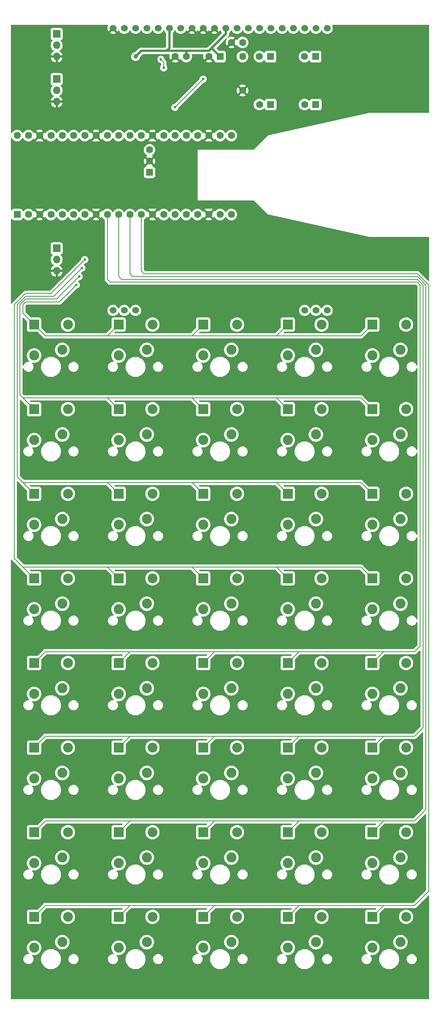
<source format=gbr>
%TF.GenerationSoftware,KiCad,Pcbnew,8.0.6*%
%TF.CreationDate,2024-11-19T21:22:31+01:00*%
%TF.ProjectId,calc,63616c63-2e6b-4696-9361-645f70636258,rev?*%
%TF.SameCoordinates,Original*%
%TF.FileFunction,Copper,L2,Bot*%
%TF.FilePolarity,Positive*%
%FSLAX46Y46*%
G04 Gerber Fmt 4.6, Leading zero omitted, Abs format (unit mm)*
G04 Created by KiCad (PCBNEW 8.0.6) date 2024-11-19 21:22:31*
%MOMM*%
%LPD*%
G01*
G04 APERTURE LIST*
G04 Aperture macros list*
%AMRoundRect*
0 Rectangle with rounded corners*
0 $1 Rounding radius*
0 $2 $3 $4 $5 $6 $7 $8 $9 X,Y pos of 4 corners*
0 Add a 4 corners polygon primitive as box body*
4,1,4,$2,$3,$4,$5,$6,$7,$8,$9,$2,$3,0*
0 Add four circle primitives for the rounded corners*
1,1,$1+$1,$2,$3*
1,1,$1+$1,$4,$5*
1,1,$1+$1,$6,$7*
1,1,$1+$1,$8,$9*
0 Add four rect primitives between the rounded corners*
20,1,$1+$1,$2,$3,$4,$5,0*
20,1,$1+$1,$4,$5,$6,$7,0*
20,1,$1+$1,$6,$7,$8,$9,0*
20,1,$1+$1,$8,$9,$2,$3,0*%
%AMFreePoly0*
4,1,28,0.605014,0.794986,0.644504,0.794986,0.724698,0.756366,0.780194,0.686777,0.800000,0.600000,0.800000,-0.600000,0.780194,-0.686777,0.724698,-0.756366,0.644504,-0.794986,0.605014,-0.794986,0.600000,-0.800000,0.000000,-0.800000,-0.178017,-0.779942,-0.347107,-0.720775,-0.498792,-0.625465,-0.625465,-0.498792,-0.720775,-0.347107,-0.779942,-0.178017,-0.800000,0.000000,-0.779942,0.178017,
-0.720775,0.347107,-0.625465,0.498792,-0.498792,0.625465,-0.347107,0.720775,-0.178017,0.779942,0.000000,0.800000,0.600000,0.800000,0.605014,0.794986,0.605014,0.794986,$1*%
%AMFreePoly1*
4,1,28,0.178017,0.779942,0.347107,0.720775,0.498792,0.625465,0.625465,0.498792,0.720775,0.347107,0.779942,0.178017,0.800000,0.000000,0.779942,-0.178017,0.720775,-0.347107,0.625465,-0.498792,0.498792,-0.625465,0.347107,-0.720775,0.178017,-0.779942,0.000000,-0.800000,-0.600000,-0.800000,-0.605014,-0.794986,-0.644504,-0.794986,-0.724698,-0.756366,-0.780194,-0.686777,-0.800000,-0.600000,
-0.800000,0.600000,-0.780194,0.686777,-0.724698,0.756366,-0.644504,0.794986,-0.605014,0.794986,-0.600000,0.800000,0.000000,0.800000,0.178017,0.779942,0.178017,0.779942,$1*%
G04 Aperture macros list end*
%TA.AperFunction,ComponentPad*%
%ADD10R,2.200000X2.200000*%
%TD*%
%TA.AperFunction,ComponentPad*%
%ADD11O,2.200000X2.200000*%
%TD*%
%TA.AperFunction,ComponentPad*%
%ADD12C,2.250000*%
%TD*%
%TA.AperFunction,ComponentPad*%
%ADD13R,1.700000X1.700000*%
%TD*%
%TA.AperFunction,ComponentPad*%
%ADD14O,1.700000X1.700000*%
%TD*%
%TA.AperFunction,ComponentPad*%
%ADD15R,1.600000X1.600000*%
%TD*%
%TA.AperFunction,ComponentPad*%
%ADD16C,1.600000*%
%TD*%
%TA.AperFunction,ComponentPad*%
%ADD17RoundRect,0.200000X0.600000X-0.600000X0.600000X0.600000X-0.600000X0.600000X-0.600000X-0.600000X0*%
%TD*%
%TA.AperFunction,ComponentPad*%
%ADD18FreePoly0,90.000000*%
%TD*%
%TA.AperFunction,ComponentPad*%
%ADD19FreePoly1,90.000000*%
%TD*%
%TA.AperFunction,ComponentPad*%
%ADD20O,1.600000X1.600000*%
%TD*%
%TA.AperFunction,ComponentPad*%
%ADD21C,1.524000*%
%TD*%
%TA.AperFunction,ViaPad*%
%ADD22C,0.600000*%
%TD*%
%TA.AperFunction,ViaPad*%
%ADD23C,1.000000*%
%TD*%
%TA.AperFunction,Conductor*%
%ADD24C,0.200000*%
%TD*%
%TA.AperFunction,Conductor*%
%ADD25C,0.500000*%
%TD*%
G04 APERTURE END LIST*
D10*
%TO.P,D2,1,K*%
%TO.N,/KB_0*%
X166370000Y-92075000D03*
D11*
%TO.P,D2,2,A*%
%TO.N,Net-(D2-A)*%
X173990000Y-92075000D03*
%TD*%
D10*
%TO.P,D1,1,K*%
%TO.N,/KB_0*%
X147320000Y-92075000D03*
D11*
%TO.P,D1,2,A*%
%TO.N,Net-(D1-A)*%
X154940000Y-92075000D03*
%TD*%
D10*
%TO.P,D38,1,K*%
%TO.N,/KB_7*%
X185420000Y-225425000D03*
D11*
%TO.P,D38,2,A*%
%TO.N,Net-(D38-A)*%
X193040000Y-225425000D03*
%TD*%
D12*
%TO.P,SW25,1,1*%
%TO.N,Net-(D25-A)*%
X229870000Y-173990000D03*
%TO.P,SW25,2,2*%
%TO.N,/KB_E*%
X223520000Y-175260000D03*
%TD*%
D10*
%TO.P,D13,1,K*%
%TO.N,/KB_2*%
X185420000Y-130175000D03*
D11*
%TO.P,D13,2,A*%
%TO.N,Net-(D13-A)*%
X193040000Y-130175000D03*
%TD*%
D12*
%TO.P,SW29,1,1*%
%TO.N,Net-(D29-A)*%
X210820000Y-193040000D03*
%TO.P,SW29,2,2*%
%TO.N,/KB_D*%
X204470000Y-194310000D03*
%TD*%
D10*
%TO.P,D24,1,K*%
%TO.N,/KB_4*%
X204470000Y-168275000D03*
D11*
%TO.P,D24,2,A*%
%TO.N,Net-(D24-A)*%
X212090000Y-168275000D03*
%TD*%
D13*
%TO.P,J2,1,Pin_1*%
%TO.N,/SWCLK*%
X152400000Y-36830000D03*
D14*
%TO.P,J2,2,Pin_2*%
%TO.N,/SWDIO*%
X152400000Y-39370000D03*
%TO.P,J2,3,Pin_3*%
%TO.N,GND*%
X152400000Y-41910000D03*
%TD*%
D12*
%TO.P,SW9,1,1*%
%TO.N,Net-(D9-A)*%
X210820000Y-116840000D03*
%TO.P,SW9,2,2*%
%TO.N,/KB_D*%
X204470000Y-118110000D03*
%TD*%
%TO.P,SW30,1,1*%
%TO.N,Net-(D30-A)*%
X229870000Y-193040000D03*
%TO.P,SW30,2,2*%
%TO.N,/KB_E*%
X223520000Y-194310000D03*
%TD*%
D13*
%TO.P,J1,1,Pin_1*%
%TO.N,/UART_TX*%
X152400000Y-74930000D03*
D14*
%TO.P,J1,2,Pin_2*%
%TO.N,/UART_RX*%
X152400000Y-77470000D03*
%TO.P,J1,3,Pin_3*%
%TO.N,GND*%
X152400000Y-80010000D03*
%TD*%
D10*
%TO.P,D32,1,K*%
%TO.N,/KB_6*%
X166370000Y-206375000D03*
D11*
%TO.P,D32,2,A*%
%TO.N,Net-(D32-A)*%
X173990000Y-206375000D03*
%TD*%
D10*
%TO.P,D9,1,K*%
%TO.N,/KB_1*%
X204470000Y-111125000D03*
D11*
%TO.P,D9,2,A*%
%TO.N,Net-(D9-A)*%
X212090000Y-111125000D03*
%TD*%
D10*
%TO.P,D39,1,K*%
%TO.N,/KB_7*%
X204470000Y-225425000D03*
D11*
%TO.P,D39,2,A*%
%TO.N,Net-(D39-A)*%
X212090000Y-225425000D03*
%TD*%
D12*
%TO.P,SW18,1,1*%
%TO.N,Net-(D18-A)*%
X191770000Y-154940000D03*
%TO.P,SW18,2,2*%
%TO.N,/KB_C*%
X185420000Y-156210000D03*
%TD*%
D10*
%TO.P,D16,1,K*%
%TO.N,/KB_3*%
X147320000Y-149225000D03*
D11*
%TO.P,D16,2,A*%
%TO.N,Net-(D16-A)*%
X154940000Y-149225000D03*
%TD*%
D12*
%TO.P,SW7,1,1*%
%TO.N,Net-(D7-A)*%
X172720000Y-116840000D03*
%TO.P,SW7,2,2*%
%TO.N,/KB_B*%
X166370000Y-118110000D03*
%TD*%
D10*
%TO.P,D18,1,K*%
%TO.N,/KB_3*%
X185420000Y-149225000D03*
D11*
%TO.P,D18,2,A*%
%TO.N,Net-(D18-A)*%
X193040000Y-149225000D03*
%TD*%
D10*
%TO.P,D6,1,K*%
%TO.N,/KB_1*%
X147320000Y-111125000D03*
D11*
%TO.P,D6,2,A*%
%TO.N,Net-(D6-A)*%
X154940000Y-111125000D03*
%TD*%
D10*
%TO.P,D33,1,K*%
%TO.N,/KB_6*%
X185420000Y-206375000D03*
D11*
%TO.P,D33,2,A*%
%TO.N,Net-(D33-A)*%
X193040000Y-206375000D03*
%TD*%
D10*
%TO.P,D29,1,K*%
%TO.N,/KB_5*%
X204470000Y-187325000D03*
D11*
%TO.P,D29,2,A*%
%TO.N,Net-(D29-A)*%
X212090000Y-187325000D03*
%TD*%
D10*
%TO.P,D14,1,K*%
%TO.N,/KB_2*%
X204470000Y-130175000D03*
D11*
%TO.P,D14,2,A*%
%TO.N,Net-(D14-A)*%
X212090000Y-130175000D03*
%TD*%
D12*
%TO.P,SW3,1,1*%
%TO.N,Net-(D3-A)*%
X191770000Y-97790000D03*
%TO.P,SW3,2,2*%
%TO.N,/KB_C*%
X185420000Y-99060000D03*
%TD*%
D10*
%TO.P,D37,1,K*%
%TO.N,/KB_7*%
X166370000Y-225425000D03*
D11*
%TO.P,D37,2,A*%
%TO.N,Net-(D37-A)*%
X173990000Y-225425000D03*
%TD*%
D15*
%TO.P,C3,1*%
%TO.N,+3V3*%
X189230000Y-31750000D03*
D16*
%TO.P,C3,2*%
%TO.N,GND*%
X186730000Y-31750000D03*
%TD*%
D12*
%TO.P,SW31,1,1*%
%TO.N,Net-(D31-A)*%
X153670000Y-212090000D03*
%TO.P,SW31,2,2*%
%TO.N,/KB_A*%
X147320000Y-213360000D03*
%TD*%
D10*
%TO.P,D17,1,K*%
%TO.N,/KB_3*%
X166370000Y-149225000D03*
D11*
%TO.P,D17,2,A*%
%TO.N,Net-(D17-A)*%
X173990000Y-149225000D03*
%TD*%
D10*
%TO.P,D34,1,K*%
%TO.N,/KB_6*%
X204470000Y-206375000D03*
D11*
%TO.P,D34,2,A*%
%TO.N,Net-(D34-A)*%
X212090000Y-206375000D03*
%TD*%
D15*
%TO.P,C5,1*%
%TO.N,Net-(U1-VA1+)*%
X200595113Y-31750000D03*
D16*
%TO.P,C5,2*%
%TO.N,Net-(U1-VA1-)*%
X198095113Y-31750000D03*
%TD*%
D12*
%TO.P,SW28,1,1*%
%TO.N,Net-(D28-A)*%
X191770000Y-193040000D03*
%TO.P,SW28,2,2*%
%TO.N,/KB_C*%
X185420000Y-194310000D03*
%TD*%
%TO.P,SW27,1,1*%
%TO.N,Net-(D27-A)*%
X172720000Y-193040000D03*
%TO.P,SW27,2,2*%
%TO.N,/KB_B*%
X166370000Y-194310000D03*
%TD*%
%TO.P,SW38,1,1*%
%TO.N,Net-(D38-A)*%
X191770000Y-231140000D03*
%TO.P,SW38,2,2*%
%TO.N,/KB_C*%
X185420000Y-232410000D03*
%TD*%
D16*
%TO.P,C1,1*%
%TO.N,GND*%
X191810000Y-28575000D03*
%TO.P,C1,2*%
%TO.N,Net-(U1-VLCD)*%
X194310000Y-28575000D03*
%TD*%
D12*
%TO.P,SW23,1,1*%
%TO.N,Net-(D23-A)*%
X191770000Y-173990000D03*
%TO.P,SW23,2,2*%
%TO.N,/KB_C*%
X185420000Y-175260000D03*
%TD*%
%TO.P,SW12,1,1*%
%TO.N,Net-(D12-A)*%
X172720000Y-135890000D03*
%TO.P,SW12,2,2*%
%TO.N,/KB_B*%
X166370000Y-137160000D03*
%TD*%
%TO.P,SW21,1,1*%
%TO.N,Net-(D21-A)*%
X153670000Y-173990000D03*
%TO.P,SW21,2,2*%
%TO.N,/KB_A*%
X147320000Y-175260000D03*
%TD*%
%TO.P,SW24,1,1*%
%TO.N,Net-(D24-A)*%
X210820000Y-173990000D03*
%TO.P,SW24,2,2*%
%TO.N,/KB_D*%
X204470000Y-175260000D03*
%TD*%
D10*
%TO.P,D26,1,K*%
%TO.N,/KB_5*%
X147320000Y-187325000D03*
D11*
%TO.P,D26,2,A*%
%TO.N,Net-(D26-A)*%
X154940000Y-187325000D03*
%TD*%
D10*
%TO.P,D3,1,K*%
%TO.N,/KB_0*%
X185420000Y-92075000D03*
D11*
%TO.P,D3,2,A*%
%TO.N,Net-(D3-A)*%
X193040000Y-92075000D03*
%TD*%
D10*
%TO.P,D25,1,K*%
%TO.N,/KB_4*%
X223520000Y-168275000D03*
D11*
%TO.P,D25,2,A*%
%TO.N,Net-(D25-A)*%
X231140000Y-168275000D03*
%TD*%
D12*
%TO.P,SW20,1,1*%
%TO.N,Net-(D20-A)*%
X229870000Y-154940000D03*
%TO.P,SW20,2,2*%
%TO.N,/KB_E*%
X223520000Y-156210000D03*
%TD*%
%TO.P,SW37,1,1*%
%TO.N,Net-(D37-A)*%
X172720000Y-231140000D03*
%TO.P,SW37,2,2*%
%TO.N,/KB_B*%
X166370000Y-232410000D03*
%TD*%
D10*
%TO.P,D27,1,K*%
%TO.N,/KB_5*%
X166370000Y-187325000D03*
D11*
%TO.P,D27,2,A*%
%TO.N,Net-(D27-A)*%
X173990000Y-187325000D03*
%TD*%
D10*
%TO.P,D12,1,K*%
%TO.N,/KB_2*%
X166370000Y-130175000D03*
D11*
%TO.P,D12,2,A*%
%TO.N,Net-(D12-A)*%
X173990000Y-130175000D03*
%TD*%
D15*
%TO.P,C6,1*%
%TO.N,Net-(U1-VB0+)*%
X210780000Y-42545000D03*
D16*
%TO.P,C6,2*%
%TO.N,Net-(U1-VB0-)*%
X208280000Y-42545000D03*
%TD*%
D12*
%TO.P,SW8,1,1*%
%TO.N,Net-(D8-A)*%
X191770000Y-116840000D03*
%TO.P,SW8,2,2*%
%TO.N,/KB_C*%
X185420000Y-118110000D03*
%TD*%
%TO.P,SW34,1,1*%
%TO.N,Net-(D34-A)*%
X210820000Y-212090000D03*
%TO.P,SW34,2,2*%
%TO.N,/KB_D*%
X204470000Y-213360000D03*
%TD*%
D15*
%TO.P,C7,1*%
%TO.N,Net-(U1-VB1+)*%
X210755113Y-31750000D03*
D16*
%TO.P,C7,2*%
%TO.N,Net-(U1-VB1-)*%
X208255113Y-31750000D03*
%TD*%
D10*
%TO.P,D21,1,K*%
%TO.N,/KB_4*%
X147320000Y-168275000D03*
D11*
%TO.P,D21,2,A*%
%TO.N,Net-(D21-A)*%
X154940000Y-168275000D03*
%TD*%
D12*
%TO.P,SW4,1,1*%
%TO.N,Net-(D4-A)*%
X210820000Y-97790000D03*
%TO.P,SW4,2,2*%
%TO.N,/KB_D*%
X204470000Y-99060000D03*
%TD*%
D10*
%TO.P,D22,1,K*%
%TO.N,/KB_4*%
X166370000Y-168275000D03*
D11*
%TO.P,D22,2,A*%
%TO.N,Net-(D22-A)*%
X173990000Y-168275000D03*
%TD*%
D10*
%TO.P,D20,1,K*%
%TO.N,/KB_3*%
X223520000Y-149225000D03*
D11*
%TO.P,D20,2,A*%
%TO.N,Net-(D20-A)*%
X231140000Y-149225000D03*
%TD*%
D10*
%TO.P,D8,1,K*%
%TO.N,/KB_1*%
X185420000Y-111125000D03*
D11*
%TO.P,D8,2,A*%
%TO.N,Net-(D8-A)*%
X193040000Y-111125000D03*
%TD*%
D12*
%TO.P,SW2,1,1*%
%TO.N,Net-(D2-A)*%
X172720000Y-97790000D03*
%TO.P,SW2,2,2*%
%TO.N,/KB_B*%
X166370000Y-99060000D03*
%TD*%
%TO.P,SW22,1,1*%
%TO.N,Net-(D22-A)*%
X172720000Y-173990000D03*
%TO.P,SW22,2,2*%
%TO.N,/KB_B*%
X166370000Y-175260000D03*
%TD*%
%TO.P,SW1,1,1*%
%TO.N,Net-(D1-A)*%
X153670000Y-97790000D03*
%TO.P,SW1,2,2*%
%TO.N,/KB_A*%
X147320000Y-99060000D03*
%TD*%
%TO.P,SW15,1,1*%
%TO.N,Net-(D15-A)*%
X229870000Y-135890000D03*
%TO.P,SW15,2,2*%
%TO.N,/KB_E*%
X223520000Y-137160000D03*
%TD*%
D10*
%TO.P,D31,1,K*%
%TO.N,/KB_6*%
X147320000Y-206375000D03*
D11*
%TO.P,D31,2,A*%
%TO.N,Net-(D31-A)*%
X154940000Y-206375000D03*
%TD*%
D10*
%TO.P,D5,1,K*%
%TO.N,/KB_0*%
X223520000Y-92075000D03*
D11*
%TO.P,D5,2,A*%
%TO.N,Net-(D5-A)*%
X231140000Y-92075000D03*
%TD*%
D12*
%TO.P,SW36,1,1*%
%TO.N,Net-(D36-A)*%
X153670000Y-231140000D03*
%TO.P,SW36,2,2*%
%TO.N,/KB_A*%
X147320000Y-232410000D03*
%TD*%
%TO.P,SW32,1,1*%
%TO.N,Net-(D32-A)*%
X172720000Y-212090000D03*
%TO.P,SW32,2,2*%
%TO.N,/KB_B*%
X166370000Y-213360000D03*
%TD*%
%TO.P,SW13,1,1*%
%TO.N,Net-(D13-A)*%
X191770000Y-135890000D03*
%TO.P,SW13,2,2*%
%TO.N,/KB_C*%
X185420000Y-137160000D03*
%TD*%
D10*
%TO.P,D40,1,K*%
%TO.N,/KB_7*%
X223520000Y-225425000D03*
D11*
%TO.P,D40,2,A*%
%TO.N,Net-(D40-A)*%
X231140000Y-225425000D03*
%TD*%
D10*
%TO.P,D23,1,K*%
%TO.N,/KB_4*%
X185420000Y-168275000D03*
D11*
%TO.P,D23,2,A*%
%TO.N,Net-(D23-A)*%
X193040000Y-168275000D03*
%TD*%
D12*
%TO.P,SW19,1,1*%
%TO.N,Net-(D19-A)*%
X210820000Y-154940000D03*
%TO.P,SW19,2,2*%
%TO.N,/KB_D*%
X204470000Y-156210000D03*
%TD*%
D10*
%TO.P,D30,1,K*%
%TO.N,/KB_5*%
X223520000Y-187325000D03*
D11*
%TO.P,D30,2,A*%
%TO.N,Net-(D30-A)*%
X231140000Y-187325000D03*
%TD*%
D12*
%TO.P,SW14,1,1*%
%TO.N,Net-(D14-A)*%
X210820000Y-135890000D03*
%TO.P,SW14,2,2*%
%TO.N,/KB_D*%
X204470000Y-137160000D03*
%TD*%
%TO.P,SW35,1,1*%
%TO.N,Net-(D35-A)*%
X229870000Y-212090000D03*
%TO.P,SW35,2,2*%
%TO.N,/KB_E*%
X223520000Y-213360000D03*
%TD*%
D10*
%TO.P,D15,1,K*%
%TO.N,/KB_2*%
X223520000Y-130175000D03*
D11*
%TO.P,D15,2,A*%
%TO.N,Net-(D15-A)*%
X231140000Y-130175000D03*
%TD*%
D10*
%TO.P,D11,1,K*%
%TO.N,/KB_2*%
X147320000Y-130175000D03*
D11*
%TO.P,D11,2,A*%
%TO.N,Net-(D11-A)*%
X154940000Y-130175000D03*
%TD*%
D10*
%TO.P,D19,1,K*%
%TO.N,/KB_3*%
X204470000Y-149225000D03*
D11*
%TO.P,D19,2,A*%
%TO.N,Net-(D19-A)*%
X212090000Y-149225000D03*
%TD*%
D12*
%TO.P,SW40,1,1*%
%TO.N,Net-(D40-A)*%
X229870000Y-231140000D03*
%TO.P,SW40,2,2*%
%TO.N,/KB_E*%
X223520000Y-232410000D03*
%TD*%
%TO.P,SW16,1,1*%
%TO.N,Net-(D16-A)*%
X153670000Y-154940000D03*
%TO.P,SW16,2,2*%
%TO.N,/KB_A*%
X147320000Y-156210000D03*
%TD*%
%TO.P,SW5,1,1*%
%TO.N,Net-(D5-A)*%
X229870000Y-97790000D03*
%TO.P,SW5,2,2*%
%TO.N,/KB_E*%
X223520000Y-99060000D03*
%TD*%
%TO.P,SW10,1,1*%
%TO.N,Net-(D10-A)*%
X229870000Y-116840000D03*
%TO.P,SW10,2,2*%
%TO.N,/KB_E*%
X223520000Y-118110000D03*
%TD*%
%TO.P,SW39,1,1*%
%TO.N,Net-(D39-A)*%
X210820000Y-231140000D03*
%TO.P,SW39,2,2*%
%TO.N,/KB_D*%
X204470000Y-232410000D03*
%TD*%
D17*
%TO.P,A1,1,GPIO0*%
%TO.N,/UART_TX*%
X143510000Y-67310000D03*
D16*
%TO.P,A1,2,GPIO1*%
%TO.N,/UART_RX*%
X146050000Y-67310000D03*
D18*
%TO.P,A1,3,GND*%
%TO.N,GND*%
X148590000Y-67310000D03*
D16*
%TO.P,A1,4,GPIO2*%
%TO.N,/KB_0*%
X151130000Y-67310000D03*
%TO.P,A1,5,GPIO3*%
%TO.N,/KB_1*%
X153670000Y-67310000D03*
%TO.P,A1,6,GPIO4*%
%TO.N,/KB_2*%
X156210000Y-67310000D03*
%TO.P,A1,7,GPIO5*%
%TO.N,/KB_3*%
X158750000Y-67310000D03*
D18*
%TO.P,A1,8,GND*%
%TO.N,GND*%
X161290000Y-67310000D03*
D16*
%TO.P,A1,9,GPIO6*%
%TO.N,/KB_4*%
X163830000Y-67310000D03*
%TO.P,A1,10,GPIO7*%
%TO.N,/KB_5*%
X166370000Y-67310000D03*
%TO.P,A1,11,GPIO8*%
%TO.N,/KB_6*%
X168910000Y-67310000D03*
%TO.P,A1,12,GPIO9*%
%TO.N,/KB_7*%
X171450000Y-67310000D03*
D18*
%TO.P,A1,13,GND*%
%TO.N,GND*%
X173990000Y-67310000D03*
D16*
%TO.P,A1,14,GPIO10*%
%TO.N,/KB_A*%
X176530000Y-67310000D03*
%TO.P,A1,15,GPIO11*%
%TO.N,/KB_B*%
X179070000Y-67310000D03*
%TO.P,A1,16,GPIO12*%
%TO.N,/KB_C*%
X181610000Y-67310000D03*
%TO.P,A1,17,GPIO13*%
%TO.N,/KB_D*%
X184150000Y-67310000D03*
D18*
%TO.P,A1,18,GND*%
%TO.N,GND*%
X186690000Y-67310000D03*
D16*
%TO.P,A1,19,GPIO14*%
%TO.N,/KB_E*%
X189230000Y-67310000D03*
%TO.P,A1,20,GPIO15*%
%TO.N,unconnected-(A1-GPIO15-Pad20)*%
X191770000Y-67310000D03*
%TO.P,A1,21,GPIO16*%
%TO.N,unconnected-(A1-GPIO16-Pad21)_1*%
X191770000Y-49530000D03*
%TO.P,A1,22,GPIO17*%
%TO.N,/~{D_CS}*%
X189230000Y-49530000D03*
D19*
%TO.P,A1,23,GND*%
%TO.N,GND*%
X186690000Y-49530000D03*
D16*
%TO.P,A1,24,GPIO18*%
%TO.N,/D_CLK*%
X184150000Y-49530000D03*
%TO.P,A1,25,GPIO19*%
%TO.N,/D_SD*%
X181610000Y-49530000D03*
%TO.P,A1,26,GPIO20*%
%TO.N,/D_CD*%
X179070000Y-49530000D03*
%TO.P,A1,27,GPIO21*%
%TO.N,/~{D_RST}*%
X176530000Y-49530000D03*
D19*
%TO.P,A1,28,GND*%
%TO.N,GND*%
X173990000Y-49530000D03*
D16*
%TO.P,A1,29,GPIO22*%
%TO.N,unconnected-(A1-GPIO22-Pad29)_1*%
X171450000Y-49530000D03*
%TO.P,A1,30,RUN*%
%TO.N,unconnected-(A1-RUN-Pad30)*%
X168910000Y-49530000D03*
%TO.P,A1,31,GPIO26_ADC0*%
%TO.N,unconnected-(A1-GPIO26_ADC0-Pad31)*%
X166370000Y-49530000D03*
%TO.P,A1,32,GPIO27_ADC1*%
%TO.N,unconnected-(A1-GPIO27_ADC1-Pad32)*%
X163830000Y-49530000D03*
D19*
%TO.P,A1,33,AGND*%
%TO.N,GND*%
X161290000Y-49530000D03*
D16*
%TO.P,A1,34,GPIO28_ADC2*%
%TO.N,unconnected-(A1-GPIO28_ADC2-Pad34)*%
X158750000Y-49530000D03*
%TO.P,A1,35,ADC_VREF*%
%TO.N,+3V3*%
X156210000Y-49530000D03*
%TO.P,A1,36,3V3*%
X153670000Y-49530000D03*
%TO.P,A1,37,3V3_EN*%
%TO.N,unconnected-(A1-3V3_EN-Pad37)_1*%
X151130000Y-49530000D03*
D19*
%TO.P,A1,38,GND*%
%TO.N,GND*%
X148590000Y-49530000D03*
D16*
%TO.P,A1,39,VSYS*%
%TO.N,/V_SYS*%
X146050000Y-49530000D03*
%TO.P,A1,40,VBUS*%
%TO.N,/V_BUS*%
X143510000Y-49530000D03*
D17*
%TO.P,A1,D1,SWCLK*%
%TO.N,/SWCLK*%
X173340000Y-57835900D03*
D16*
%TO.P,A1,D2,GND*%
%TO.N,GND*%
X173340000Y-55295900D03*
%TO.P,A1,D3,SWDIO*%
%TO.N,/SWDIO*%
X173340000Y-52755900D03*
%TD*%
D10*
%TO.P,D28,1,K*%
%TO.N,/KB_5*%
X185420000Y-187325000D03*
D11*
%TO.P,D28,2,A*%
%TO.N,Net-(D28-A)*%
X193040000Y-187325000D03*
%TD*%
D12*
%TO.P,SW11,1,1*%
%TO.N,Net-(D11-A)*%
X153670000Y-135890000D03*
%TO.P,SW11,2,2*%
%TO.N,/KB_A*%
X147320000Y-137160000D03*
%TD*%
D10*
%TO.P,D10,1,K*%
%TO.N,/KB_1*%
X223520000Y-111125000D03*
D11*
%TO.P,D10,2,A*%
%TO.N,Net-(D10-A)*%
X231140000Y-111125000D03*
%TD*%
D12*
%TO.P,SW33,1,1*%
%TO.N,Net-(D33-A)*%
X191770000Y-212090000D03*
%TO.P,SW33,2,2*%
%TO.N,/KB_C*%
X185420000Y-213360000D03*
%TD*%
D10*
%TO.P,D7,1,K*%
%TO.N,/KB_1*%
X166370000Y-111125000D03*
D11*
%TO.P,D7,2,A*%
%TO.N,Net-(D7-A)*%
X173990000Y-111125000D03*
%TD*%
D12*
%TO.P,SW26,1,1*%
%TO.N,Net-(D26-A)*%
X153670000Y-193040000D03*
%TO.P,SW26,2,2*%
%TO.N,/KB_A*%
X147320000Y-194310000D03*
%TD*%
%TO.P,SW17,1,1*%
%TO.N,Net-(D17-A)*%
X172720000Y-154940000D03*
%TO.P,SW17,2,2*%
%TO.N,/KB_B*%
X166370000Y-156210000D03*
%TD*%
D16*
%TO.P,R1,1*%
%TO.N,GND*%
X194310000Y-39370000D03*
D20*
%TO.P,R1,2*%
%TO.N,Net-(U1-VLCD)*%
X194310000Y-31750000D03*
%TD*%
D13*
%TO.P,J3,1,Pin_1*%
%TO.N,/V_SYS*%
X152400000Y-26670000D03*
D14*
%TO.P,J3,2,Pin_2*%
%TO.N,/V_BUS*%
X152400000Y-29210000D03*
%TO.P,J3,3,Pin_3*%
%TO.N,GND*%
X152400000Y-31750000D03*
%TD*%
D10*
%TO.P,D35,1,K*%
%TO.N,/KB_6*%
X223520000Y-206375000D03*
D11*
%TO.P,D35,2,A*%
%TO.N,Net-(D35-A)*%
X231140000Y-206375000D03*
%TD*%
D16*
%TO.P,C2,1*%
%TO.N,+3V3*%
X181610000Y-31750000D03*
%TO.P,C2,2*%
%TO.N,GND*%
X179110000Y-31750000D03*
%TD*%
D12*
%TO.P,SW6,1,1*%
%TO.N,Net-(D6-A)*%
X153670000Y-116840000D03*
%TO.P,SW6,2,2*%
%TO.N,/KB_A*%
X147320000Y-118110000D03*
%TD*%
D15*
%TO.P,C4,1*%
%TO.N,Net-(U1-VA0+)*%
X200620000Y-42545000D03*
D16*
%TO.P,C4,2*%
%TO.N,Net-(U1-VA0-)*%
X198120000Y-42545000D03*
%TD*%
D10*
%TO.P,D36,1,K*%
%TO.N,/KB_7*%
X147320000Y-225425000D03*
D11*
%TO.P,D36,2,A*%
%TO.N,Net-(D36-A)*%
X154940000Y-225425000D03*
%TD*%
D10*
%TO.P,D4,1,K*%
%TO.N,/KB_0*%
X204470000Y-92075000D03*
D11*
%TO.P,D4,2,A*%
%TO.N,Net-(D4-A)*%
X212090000Y-92075000D03*
%TD*%
D21*
%TO.P,U1,1,A1+*%
%TO.N,unconnected-(U1-A1+-Pad1)*%
X165100000Y-88900000D03*
%TO.P,U1,2,A2+*%
%TO.N,unconnected-(U1-A2+-Pad2)*%
X167640000Y-88900000D03*
%TO.P,U1,3,A3+*%
%TO.N,unconnected-(U1-A3+-Pad3)*%
X170180000Y-88900000D03*
%TO.P,U1,18,C1-*%
%TO.N,unconnected-(U1-C1--Pad18)*%
X208280000Y-88900000D03*
%TO.P,U1,19,C2-*%
%TO.N,unconnected-(U1-C2--Pad19)*%
X210820000Y-88900000D03*
%TO.P,U1,20,C3-*%
%TO.N,unconnected-(U1-C3--Pad20)*%
X213360000Y-88900000D03*
%TO.P,U1,21,VB0+*%
%TO.N,Net-(U1-VB0+)*%
X213360000Y-25400000D03*
%TO.P,U1,22,VB1+*%
%TO.N,Net-(U1-VB1+)*%
X210820000Y-25400000D03*
%TO.P,U1,23,VB1-*%
%TO.N,Net-(U1-VB1-)*%
X208280000Y-25400000D03*
%TO.P,U1,24,VB0-*%
%TO.N,Net-(U1-VB0-)*%
X205740000Y-25400000D03*
%TO.P,U1,25,VA0+*%
%TO.N,Net-(U1-VA0+)*%
X203200000Y-25400000D03*
%TO.P,U1,26,VA1+*%
%TO.N,Net-(U1-VA1+)*%
X200660000Y-25400000D03*
%TO.P,U1,27,VA1-*%
%TO.N,Net-(U1-VA1-)*%
X198120000Y-25400000D03*
%TO.P,U1,28,VA0-*%
%TO.N,Net-(U1-VA0-)*%
X195580000Y-25400000D03*
%TO.P,U1,29,VLCD*%
%TO.N,Net-(U1-VLCD)*%
X193040000Y-25400000D03*
%TO.P,U1,30,VDD*%
%TO.N,+3V3*%
X190500000Y-25400000D03*
%TO.P,U1,31,VSS*%
%TO.N,GND*%
X187960000Y-25400000D03*
%TO.P,U1,32,VSS*%
X185420000Y-25400000D03*
%TO.P,U1,33,BM0*%
X182880000Y-25400000D03*
%TO.P,U1,34,CD*%
%TO.N,/D_CD*%
X180340000Y-25400000D03*
%TO.P,U1,35,CS1*%
%TO.N,+3V3*%
X177800000Y-25400000D03*
%TO.P,U1,36,~{CS0}*%
%TO.N,/~{D_CS}*%
X175260000Y-25400000D03*
%TO.P,U1,37,~{RST}*%
%TO.N,/~{D_RST}*%
X172720000Y-25400000D03*
%TO.P,U1,38,SCK*%
%TO.N,/D_CLK*%
X170180000Y-25400000D03*
%TO.P,U1,39,SDA*%
%TO.N,/D_SD*%
X167640000Y-25400000D03*
%TO.P,U1,40,D13*%
%TO.N,GND*%
X165100000Y-25400000D03*
%TD*%
D22*
%TO.N,GND*%
X146050000Y-73660000D03*
X144780000Y-72390000D03*
X144780000Y-70485000D03*
X186690000Y-28575000D03*
X187960000Y-27305000D03*
%TO.N,/~{D_RST}*%
X176530000Y-34290000D03*
X175895000Y-32385000D03*
%TO.N,GND*%
X157480000Y-46355000D03*
X158750000Y-45085000D03*
X154940000Y-45085000D03*
X170180000Y-33655000D03*
X168910000Y-34925000D03*
X167640000Y-36195000D03*
X166370000Y-37465000D03*
X167640000Y-32385000D03*
X166370000Y-33655000D03*
X165100000Y-34925000D03*
X163830000Y-36195000D03*
X151765000Y-53975000D03*
X150495000Y-52705000D03*
X149225000Y-51435000D03*
X148590000Y-45085000D03*
X148590000Y-43180000D03*
X149225000Y-41275000D03*
X150495000Y-40005000D03*
X144780000Y-45720000D03*
X144780000Y-43815000D03*
X144780000Y-41910000D03*
X144780000Y-40005000D03*
X145415000Y-38100000D03*
X146685000Y-36830000D03*
X147955000Y-35560000D03*
X165100000Y-38735000D03*
X163830000Y-40005000D03*
X162560000Y-41275000D03*
X161290000Y-42545000D03*
X160020000Y-43815000D03*
X156210000Y-43815000D03*
X157480000Y-42545000D03*
X158750000Y-41275000D03*
X162560000Y-37465000D03*
X161290000Y-38735000D03*
X160020000Y-40005000D03*
X149225000Y-34290000D03*
X150495000Y-33020000D03*
X189230000Y-45085000D03*
X187960000Y-43815000D03*
X186690000Y-42545000D03*
X185420000Y-41275000D03*
X185420000Y-39370000D03*
%TO.N,/KB_3*%
X158750000Y-77470000D03*
%TO.N,/KB_2*%
X158115000Y-79375000D03*
%TO.N,/KB_1*%
X157480000Y-81280000D03*
%TO.N,/KB_0*%
X156845000Y-83185000D03*
%TO.N,/D_CD*%
X185420000Y-36830000D03*
X179070000Y-43180000D03*
D23*
%TO.N,+3V3*%
X170180000Y-31750000D03*
%TD*%
D24*
%TO.N,/KB_5*%
X226060000Y-184785000D02*
X233045000Y-184785000D01*
X234950000Y-182880000D02*
X234950000Y-83185000D01*
X234950000Y-83185000D02*
X233680000Y-81915000D01*
X233045000Y-184785000D02*
X234950000Y-182880000D01*
X233680000Y-81915000D02*
X167005000Y-81915000D01*
X166370000Y-81280000D02*
X166370000Y-67310000D01*
X167005000Y-81915000D02*
X166370000Y-81280000D01*
D25*
%TO.N,+3V3*%
X177165000Y-30480000D02*
X181610000Y-30480000D01*
X181610000Y-30480000D02*
X186690000Y-30480000D01*
X181610000Y-31750000D02*
X181610000Y-30480000D01*
D24*
%TO.N,/KB_3*%
X158750000Y-77470000D02*
X151130000Y-85090000D01*
X151130000Y-85090000D02*
X145415000Y-85090000D01*
X145415000Y-85090000D02*
X142875000Y-87630000D01*
X142875000Y-87630000D02*
X142875000Y-144780000D01*
X142875000Y-144780000D02*
X144780000Y-146685000D01*
%TO.N,/KB_1*%
X157480000Y-81280000D02*
X152400000Y-86360000D01*
X152400000Y-86360000D02*
X145415000Y-86360000D01*
X144145000Y-107950000D02*
X144780000Y-108585000D01*
X145415000Y-86360000D02*
X144145000Y-87630000D01*
X144145000Y-87630000D02*
X144145000Y-107950000D01*
%TO.N,/KB_0*%
X156845000Y-83185000D02*
X153035000Y-86995000D01*
X153035000Y-86995000D02*
X145415000Y-86995000D01*
X144780000Y-87630000D02*
X144780000Y-89535000D01*
X145415000Y-86995000D02*
X144780000Y-87630000D01*
X144780000Y-89535000D02*
X147320000Y-92075000D01*
D25*
%TO.N,+3V3*%
X171450000Y-30480000D02*
X177165000Y-30480000D01*
X177800000Y-29845000D02*
X177165000Y-30480000D01*
X177800000Y-25400000D02*
X177800000Y-29845000D01*
X186690000Y-30480000D02*
X187325000Y-29845000D01*
X187325000Y-29845000D02*
X189230000Y-27940000D01*
X189230000Y-31750000D02*
X187325000Y-29845000D01*
X170180000Y-31750000D02*
X171450000Y-30480000D01*
D24*
%TO.N,/~{D_RST}*%
X176530000Y-33020000D02*
X176530000Y-34290000D01*
X175895000Y-32385000D02*
X176530000Y-33020000D01*
%TO.N,/KB_4*%
X226060000Y-165735000D02*
X233045000Y-165735000D01*
X234315000Y-83185000D02*
X233680000Y-82550000D01*
X163830000Y-81915000D02*
X163830000Y-67310000D01*
X233680000Y-82550000D02*
X164465000Y-82550000D01*
X233045000Y-165735000D02*
X234315000Y-164465000D01*
X234315000Y-164465000D02*
X234315000Y-83185000D01*
X164465000Y-82550000D02*
X163830000Y-81915000D01*
%TO.N,/KB_6*%
X226060000Y-203835000D02*
X233045000Y-203835000D01*
X169545000Y-81280000D02*
X168910000Y-80645000D01*
X233045000Y-203835000D02*
X235585000Y-201295000D01*
X235585000Y-83185000D02*
X233680000Y-81280000D01*
X235585000Y-201295000D02*
X235585000Y-83185000D01*
X168910000Y-80645000D02*
X168910000Y-67310000D01*
X233680000Y-81280000D02*
X169545000Y-81280000D01*
%TO.N,/KB_7*%
X233045000Y-222885000D02*
X236220000Y-219710000D01*
X236220000Y-83185000D02*
X233680000Y-80645000D01*
X236220000Y-219710000D02*
X236220000Y-83185000D01*
X171450000Y-80010000D02*
X171450000Y-67310000D01*
X233680000Y-80645000D02*
X172085000Y-80645000D01*
X226060000Y-222885000D02*
X233045000Y-222885000D01*
X172085000Y-80645000D02*
X171450000Y-80010000D01*
%TO.N,/KB_2*%
X144780000Y-127635000D02*
X143510000Y-126365000D01*
X143510000Y-126365000D02*
X143510000Y-87630000D01*
X143510000Y-87630000D02*
X145415000Y-85725000D01*
X145415000Y-85725000D02*
X151765000Y-85725000D01*
X151765000Y-85725000D02*
X158115000Y-79375000D01*
%TO.N,/KB_7*%
X207010000Y-222885000D02*
X226060000Y-222885000D01*
X187960000Y-222885000D02*
X185420000Y-225425000D01*
X187960000Y-222885000D02*
X207010000Y-222885000D01*
X168910000Y-222885000D02*
X166370000Y-225425000D01*
X147320000Y-225425000D02*
X149860000Y-222885000D01*
X170180000Y-222885000D02*
X187960000Y-222885000D01*
X226060000Y-222885000D02*
X223520000Y-225425000D01*
X149860000Y-222885000D02*
X170180000Y-222885000D01*
X207010000Y-222885000D02*
X204470000Y-225425000D01*
X170180000Y-222885000D02*
X168910000Y-222885000D01*
%TO.N,/D_CD*%
X185420000Y-36830000D02*
X179070000Y-43180000D01*
%TO.N,/KB_2*%
X147320000Y-130175000D02*
X144780000Y-127635000D01*
X182880000Y-127635000D02*
X201930000Y-127635000D01*
X163830000Y-127635000D02*
X166370000Y-130175000D01*
X201930000Y-127635000D02*
X204470000Y-130175000D01*
X144780000Y-127635000D02*
X163830000Y-127635000D01*
X201930000Y-127635000D02*
X220980000Y-127635000D01*
X182880000Y-127635000D02*
X185420000Y-130175000D01*
X220980000Y-127635000D02*
X223520000Y-130175000D01*
X163830000Y-127635000D02*
X182880000Y-127635000D01*
D25*
%TO.N,+3V3*%
X190500000Y-25400000D02*
X190500000Y-26670000D01*
X190500000Y-26670000D02*
X189230000Y-27940000D01*
D24*
%TO.N,/KB_4*%
X201930000Y-165735000D02*
X207010000Y-165735000D01*
X149860000Y-165735000D02*
X163830000Y-165735000D01*
X226060000Y-165735000D02*
X207010000Y-165735000D01*
X187960000Y-165735000D02*
X201930000Y-165735000D01*
X168910000Y-165735000D02*
X182880000Y-165735000D01*
X163830000Y-165735000D02*
X168910000Y-165735000D01*
X182880000Y-165735000D02*
X187960000Y-165735000D01*
X147320000Y-168275000D02*
X149860000Y-165735000D01*
X166370000Y-168275000D02*
X168910000Y-165735000D01*
X204470000Y-168275000D02*
X207010000Y-165735000D01*
X223520000Y-168275000D02*
X226060000Y-165735000D01*
X185420000Y-168275000D02*
X187960000Y-165735000D01*
%TO.N,/KB_6*%
X207010000Y-203835000D02*
X226060000Y-203835000D01*
X168910000Y-203835000D02*
X149860000Y-203835000D01*
X187960000Y-203835000D02*
X185420000Y-206375000D01*
X187960000Y-203835000D02*
X207010000Y-203835000D01*
X207010000Y-203835000D02*
X204470000Y-206375000D01*
X168910000Y-203835000D02*
X187960000Y-203835000D01*
X226060000Y-203835000D02*
X223520000Y-206375000D01*
X149860000Y-203835000D02*
X147320000Y-206375000D01*
X166370000Y-206375000D02*
X168910000Y-203835000D01*
%TO.N,/KB_5*%
X187960000Y-184785000D02*
X201930000Y-184785000D01*
X147320000Y-187325000D02*
X149860000Y-184785000D01*
X204470000Y-187325000D02*
X207010000Y-184785000D01*
X163830000Y-184785000D02*
X168910000Y-184785000D01*
X166370000Y-187325000D02*
X168910000Y-184785000D01*
X226060000Y-184785000D02*
X207010000Y-184785000D01*
X201930000Y-184785000D02*
X207010000Y-184785000D01*
X223520000Y-187325000D02*
X226060000Y-184785000D01*
X149860000Y-184785000D02*
X163830000Y-184785000D01*
X168910000Y-184785000D02*
X182880000Y-184785000D01*
X185420000Y-187325000D02*
X187960000Y-184785000D01*
X182880000Y-184785000D02*
X187960000Y-184785000D01*
%TO.N,/KB_3*%
X201930000Y-146685000D02*
X204470000Y-149225000D01*
X201930000Y-146685000D02*
X220980000Y-146685000D01*
X220980000Y-146685000D02*
X223520000Y-149225000D01*
X147320000Y-149225000D02*
X144780000Y-146685000D01*
X163830000Y-146685000D02*
X182880000Y-146685000D01*
X144780000Y-146685000D02*
X163830000Y-146685000D01*
X182880000Y-146685000D02*
X201930000Y-146685000D01*
X163830000Y-146685000D02*
X166370000Y-149225000D01*
X182880000Y-146685000D02*
X185420000Y-149225000D01*
%TO.N,/KB_1*%
X201930000Y-108585000D02*
X220980000Y-108585000D01*
X163830000Y-108585000D02*
X182880000Y-108585000D01*
X182880000Y-108585000D02*
X185420000Y-111125000D01*
X201930000Y-108585000D02*
X204470000Y-111125000D01*
X163830000Y-108585000D02*
X166370000Y-111125000D01*
X220980000Y-108585000D02*
X223520000Y-111125000D01*
X182880000Y-108585000D02*
X201930000Y-108585000D01*
X144780000Y-108585000D02*
X163830000Y-108585000D01*
X147320000Y-111125000D02*
X144780000Y-108585000D01*
%TO.N,/KB_0*%
X220980000Y-94615000D02*
X223520000Y-92075000D01*
X149860000Y-94615000D02*
X147320000Y-92075000D01*
X182880000Y-94615000D02*
X201930000Y-94615000D01*
X182880000Y-94615000D02*
X185420000Y-92075000D01*
X166370000Y-92075000D02*
X163830000Y-94615000D01*
X163830000Y-94615000D02*
X149860000Y-94615000D01*
X201930000Y-94615000D02*
X204470000Y-92075000D01*
X163830000Y-94615000D02*
X182880000Y-94615000D01*
X201930000Y-94615000D02*
X220980000Y-94615000D01*
%TD*%
%TA.AperFunction,Conductor*%
%TO.N,GND*%
G36*
X162372933Y-68039380D02*
G01*
X162442932Y-67927978D01*
X162451488Y-67910211D01*
X162498310Y-67858351D01*
X162565737Y-67840037D01*
X162632361Y-67861084D01*
X162675589Y-67911604D01*
X162683224Y-67927975D01*
X162699431Y-67962732D01*
X162699432Y-67962734D01*
X162829954Y-68149141D01*
X162990858Y-68310045D01*
X163012308Y-68325064D01*
X163176624Y-68440118D01*
X163220248Y-68494693D01*
X163229500Y-68541692D01*
X163229500Y-81828330D01*
X163229499Y-81828348D01*
X163229499Y-81994054D01*
X163229498Y-81994054D01*
X163270424Y-82146789D01*
X163270425Y-82146790D01*
X163290340Y-82181283D01*
X163290341Y-82181284D01*
X163349477Y-82283712D01*
X163349481Y-82283717D01*
X163468349Y-82402585D01*
X163468354Y-82402589D01*
X164096284Y-83030520D01*
X164096286Y-83030521D01*
X164096290Y-83030524D01*
X164233209Y-83109573D01*
X164233216Y-83109577D01*
X164385943Y-83150501D01*
X164385945Y-83150501D01*
X164551654Y-83150501D01*
X164551670Y-83150500D01*
X233379903Y-83150500D01*
X233446942Y-83170185D01*
X233467584Y-83186819D01*
X233678181Y-83397416D01*
X233711666Y-83458739D01*
X233714500Y-83485097D01*
X233714500Y-101189737D01*
X233694815Y-101256776D01*
X233642011Y-101302531D01*
X233572853Y-101312475D01*
X233509297Y-101283450D01*
X233472569Y-101228055D01*
X233453043Y-101167960D01*
X233453042Y-101167957D01*
X233372613Y-101010109D01*
X233268483Y-100866786D01*
X233143214Y-100741517D01*
X232999890Y-100637386D01*
X232842042Y-100556957D01*
X232842039Y-100556956D01*
X232673556Y-100502214D01*
X232586067Y-100488357D01*
X232498579Y-100474500D01*
X232321421Y-100474500D01*
X232263095Y-100483738D01*
X232146443Y-100502214D01*
X231977960Y-100556956D01*
X231977957Y-100556957D01*
X231820109Y-100637386D01*
X231757405Y-100682944D01*
X231676786Y-100741517D01*
X231676784Y-100741519D01*
X231676783Y-100741519D01*
X231551519Y-100866783D01*
X231551519Y-100866784D01*
X231551517Y-100866786D01*
X231506796Y-100928338D01*
X231447386Y-101010109D01*
X231366957Y-101167957D01*
X231366956Y-101167960D01*
X231312214Y-101336443D01*
X231284500Y-101511421D01*
X231284500Y-101688578D01*
X231312214Y-101863556D01*
X231366956Y-102032039D01*
X231366957Y-102032042D01*
X231447386Y-102189890D01*
X231551517Y-102333214D01*
X231676786Y-102458483D01*
X231820110Y-102562614D01*
X231888577Y-102597500D01*
X231977957Y-102643042D01*
X231977960Y-102643043D01*
X232062201Y-102670414D01*
X232146445Y-102697786D01*
X232321421Y-102725500D01*
X232321422Y-102725500D01*
X232498578Y-102725500D01*
X232498579Y-102725500D01*
X232673555Y-102697786D01*
X232842042Y-102643042D01*
X232999890Y-102562614D01*
X233143214Y-102458483D01*
X233268483Y-102333214D01*
X233372614Y-102189890D01*
X233453042Y-102032042D01*
X233460119Y-102010262D01*
X233472569Y-101971945D01*
X233512006Y-101914269D01*
X233576364Y-101887070D01*
X233645211Y-101898984D01*
X233696687Y-101946228D01*
X233714500Y-102010262D01*
X233714500Y-120239737D01*
X233694815Y-120306776D01*
X233642011Y-120352531D01*
X233572853Y-120362475D01*
X233509297Y-120333450D01*
X233472569Y-120278055D01*
X233453043Y-120217960D01*
X233453042Y-120217957D01*
X233372613Y-120060109D01*
X233268483Y-119916786D01*
X233143214Y-119791517D01*
X232999890Y-119687386D01*
X232842042Y-119606957D01*
X232842039Y-119606956D01*
X232673556Y-119552214D01*
X232586067Y-119538357D01*
X232498579Y-119524500D01*
X232321421Y-119524500D01*
X232263095Y-119533738D01*
X232146443Y-119552214D01*
X231977960Y-119606956D01*
X231977957Y-119606957D01*
X231820109Y-119687386D01*
X231757405Y-119732944D01*
X231676786Y-119791517D01*
X231676784Y-119791519D01*
X231676783Y-119791519D01*
X231551519Y-119916783D01*
X231551519Y-119916784D01*
X231551517Y-119916786D01*
X231506796Y-119978338D01*
X231447386Y-120060109D01*
X231366957Y-120217957D01*
X231366956Y-120217960D01*
X231312214Y-120386443D01*
X231284500Y-120561421D01*
X231284500Y-120738578D01*
X231312214Y-120913556D01*
X231366956Y-121082039D01*
X231366957Y-121082042D01*
X231447386Y-121239890D01*
X231551517Y-121383214D01*
X231676786Y-121508483D01*
X231820110Y-121612614D01*
X231888577Y-121647500D01*
X231977957Y-121693042D01*
X231977960Y-121693043D01*
X232062201Y-121720414D01*
X232146445Y-121747786D01*
X232321421Y-121775500D01*
X232321422Y-121775500D01*
X232498578Y-121775500D01*
X232498579Y-121775500D01*
X232673555Y-121747786D01*
X232842042Y-121693042D01*
X232999890Y-121612614D01*
X233143214Y-121508483D01*
X233268483Y-121383214D01*
X233372614Y-121239890D01*
X233453042Y-121082042D01*
X233460119Y-121060262D01*
X233472569Y-121021945D01*
X233512006Y-120964269D01*
X233576364Y-120937070D01*
X233645211Y-120948984D01*
X233696687Y-120996228D01*
X233714500Y-121060262D01*
X233714500Y-139289737D01*
X233694815Y-139356776D01*
X233642011Y-139402531D01*
X233572853Y-139412475D01*
X233509297Y-139383450D01*
X233472569Y-139328055D01*
X233453043Y-139267960D01*
X233453042Y-139267957D01*
X233372613Y-139110109D01*
X233268483Y-138966786D01*
X233143214Y-138841517D01*
X232999890Y-138737386D01*
X232842042Y-138656957D01*
X232842039Y-138656956D01*
X232673556Y-138602214D01*
X232586067Y-138588357D01*
X232498579Y-138574500D01*
X232321421Y-138574500D01*
X232263095Y-138583738D01*
X232146443Y-138602214D01*
X231977960Y-138656956D01*
X231977957Y-138656957D01*
X231820109Y-138737386D01*
X231757405Y-138782944D01*
X231676786Y-138841517D01*
X231676784Y-138841519D01*
X231676783Y-138841519D01*
X231551519Y-138966783D01*
X231551519Y-138966784D01*
X231551517Y-138966786D01*
X231506796Y-139028338D01*
X231447386Y-139110109D01*
X231366957Y-139267957D01*
X231366956Y-139267960D01*
X231312214Y-139436443D01*
X231284500Y-139611421D01*
X231284500Y-139788578D01*
X231312214Y-139963556D01*
X231366956Y-140132039D01*
X231366957Y-140132042D01*
X231447386Y-140289890D01*
X231551517Y-140433214D01*
X231676786Y-140558483D01*
X231820110Y-140662614D01*
X231888577Y-140697500D01*
X231977957Y-140743042D01*
X231977960Y-140743043D01*
X232062201Y-140770414D01*
X232146445Y-140797786D01*
X232321421Y-140825500D01*
X232321422Y-140825500D01*
X232498578Y-140825500D01*
X232498579Y-140825500D01*
X232673555Y-140797786D01*
X232842042Y-140743042D01*
X232999890Y-140662614D01*
X233143214Y-140558483D01*
X233268483Y-140433214D01*
X233372614Y-140289890D01*
X233453042Y-140132042D01*
X233460119Y-140110262D01*
X233472569Y-140071945D01*
X233512006Y-140014269D01*
X233576364Y-139987070D01*
X233645211Y-139998984D01*
X233696687Y-140046228D01*
X233714500Y-140110262D01*
X233714500Y-158339737D01*
X233694815Y-158406776D01*
X233642011Y-158452531D01*
X233572853Y-158462475D01*
X233509297Y-158433450D01*
X233472569Y-158378055D01*
X233453043Y-158317960D01*
X233453042Y-158317957D01*
X233372613Y-158160109D01*
X233268483Y-158016786D01*
X233143214Y-157891517D01*
X232999890Y-157787386D01*
X232842042Y-157706957D01*
X232842039Y-157706956D01*
X232673556Y-157652214D01*
X232586067Y-157638357D01*
X232498579Y-157624500D01*
X232321421Y-157624500D01*
X232263095Y-157633738D01*
X232146443Y-157652214D01*
X231977960Y-157706956D01*
X231977957Y-157706957D01*
X231820109Y-157787386D01*
X231757405Y-157832944D01*
X231676786Y-157891517D01*
X231676784Y-157891519D01*
X231676783Y-157891519D01*
X231551519Y-158016783D01*
X231551519Y-158016784D01*
X231551517Y-158016786D01*
X231506796Y-158078338D01*
X231447386Y-158160109D01*
X231366957Y-158317957D01*
X231366956Y-158317960D01*
X231312214Y-158486443D01*
X231284500Y-158661421D01*
X231284500Y-158838578D01*
X231312214Y-159013556D01*
X231366956Y-159182039D01*
X231366957Y-159182042D01*
X231447386Y-159339890D01*
X231551517Y-159483214D01*
X231676786Y-159608483D01*
X231820110Y-159712614D01*
X231888577Y-159747500D01*
X231977957Y-159793042D01*
X231977960Y-159793043D01*
X232062201Y-159820414D01*
X232146445Y-159847786D01*
X232321421Y-159875500D01*
X232321422Y-159875500D01*
X232498578Y-159875500D01*
X232498579Y-159875500D01*
X232673555Y-159847786D01*
X232842042Y-159793042D01*
X232999890Y-159712614D01*
X233143214Y-159608483D01*
X233268483Y-159483214D01*
X233372614Y-159339890D01*
X233453042Y-159182042D01*
X233460119Y-159160262D01*
X233472569Y-159121945D01*
X233512006Y-159064269D01*
X233576364Y-159037070D01*
X233645211Y-159048984D01*
X233696687Y-159096228D01*
X233714500Y-159160262D01*
X233714500Y-164164903D01*
X233694815Y-164231942D01*
X233678181Y-164252584D01*
X232832584Y-165098181D01*
X232771261Y-165131666D01*
X232744903Y-165134500D01*
X149780940Y-165134500D01*
X149740019Y-165145464D01*
X149740019Y-165145465D01*
X149702751Y-165155451D01*
X149628214Y-165175423D01*
X149628209Y-165175426D01*
X149491290Y-165254475D01*
X149491282Y-165254481D01*
X149379478Y-165366286D01*
X148107582Y-166638181D01*
X148046259Y-166671666D01*
X148019901Y-166674500D01*
X146172129Y-166674500D01*
X146172123Y-166674501D01*
X146112516Y-166680908D01*
X145977671Y-166731202D01*
X145977664Y-166731206D01*
X145862455Y-166817452D01*
X145862452Y-166817455D01*
X145776206Y-166932664D01*
X145776202Y-166932671D01*
X145725908Y-167067517D01*
X145719501Y-167127116D01*
X145719500Y-167127135D01*
X145719500Y-169422870D01*
X145719501Y-169422876D01*
X145725908Y-169482483D01*
X145776202Y-169617328D01*
X145776206Y-169617335D01*
X145862452Y-169732544D01*
X145862455Y-169732547D01*
X145977664Y-169818793D01*
X145977671Y-169818797D01*
X146112517Y-169869091D01*
X146112516Y-169869091D01*
X146119444Y-169869835D01*
X146172127Y-169875500D01*
X148467872Y-169875499D01*
X148527483Y-169869091D01*
X148662331Y-169818796D01*
X148777546Y-169732546D01*
X148863796Y-169617331D01*
X148914091Y-169482483D01*
X148920500Y-169422873D01*
X148920499Y-168275000D01*
X153334551Y-168275000D01*
X153354317Y-168526151D01*
X153413126Y-168771110D01*
X153509533Y-169003859D01*
X153641160Y-169218653D01*
X153641161Y-169218656D01*
X153641164Y-169218659D01*
X153804776Y-169410224D01*
X153953066Y-169536875D01*
X153996343Y-169573838D01*
X153996346Y-169573839D01*
X154211140Y-169705466D01*
X154443889Y-169801873D01*
X154688852Y-169860683D01*
X154940000Y-169880449D01*
X155191148Y-169860683D01*
X155436111Y-169801873D01*
X155668859Y-169705466D01*
X155883659Y-169573836D01*
X156075224Y-169410224D01*
X156238836Y-169218659D01*
X156370466Y-169003859D01*
X156466873Y-168771111D01*
X156525683Y-168526148D01*
X156545449Y-168275000D01*
X156525683Y-168023852D01*
X156466873Y-167778889D01*
X156370466Y-167546141D01*
X156370466Y-167546140D01*
X156238839Y-167331346D01*
X156238838Y-167331343D01*
X156201875Y-167288066D01*
X156075224Y-167139776D01*
X155948571Y-167031604D01*
X155883656Y-166976161D01*
X155883653Y-166976160D01*
X155668859Y-166844533D01*
X155436110Y-166748126D01*
X155191151Y-166689317D01*
X154940000Y-166669551D01*
X154688848Y-166689317D01*
X154443889Y-166748126D01*
X154211140Y-166844533D01*
X153996346Y-166976160D01*
X153996343Y-166976161D01*
X153804776Y-167139776D01*
X153641161Y-167331343D01*
X153641160Y-167331346D01*
X153509533Y-167546140D01*
X153413126Y-167778889D01*
X153354317Y-168023848D01*
X153334551Y-168275000D01*
X148920499Y-168275000D01*
X148920499Y-167575096D01*
X148940184Y-167508058D01*
X148956818Y-167487416D01*
X150072416Y-166371819D01*
X150133739Y-166338334D01*
X150160097Y-166335500D01*
X163750943Y-166335500D01*
X167160902Y-166335500D01*
X167227941Y-166355185D01*
X167273696Y-166407989D01*
X167283640Y-166477147D01*
X167254615Y-166540703D01*
X167248583Y-166547181D01*
X167157583Y-166638181D01*
X167096260Y-166671666D01*
X167069902Y-166674500D01*
X165222129Y-166674500D01*
X165222123Y-166674501D01*
X165162516Y-166680908D01*
X165027671Y-166731202D01*
X165027664Y-166731206D01*
X164912455Y-166817452D01*
X164912452Y-166817455D01*
X164826206Y-166932664D01*
X164826202Y-166932671D01*
X164775908Y-167067517D01*
X164769501Y-167127116D01*
X164769500Y-167127135D01*
X164769500Y-169422870D01*
X164769501Y-169422876D01*
X164775908Y-169482483D01*
X164826202Y-169617328D01*
X164826206Y-169617335D01*
X164912452Y-169732544D01*
X164912455Y-169732547D01*
X165027664Y-169818793D01*
X165027671Y-169818797D01*
X165162517Y-169869091D01*
X165162516Y-169869091D01*
X165169444Y-169869835D01*
X165222127Y-169875500D01*
X167517872Y-169875499D01*
X167577483Y-169869091D01*
X167712331Y-169818796D01*
X167827546Y-169732546D01*
X167913796Y-169617331D01*
X167964091Y-169482483D01*
X167970500Y-169422873D01*
X167970499Y-168275000D01*
X172384551Y-168275000D01*
X172404317Y-168526151D01*
X172463126Y-168771110D01*
X172559533Y-169003859D01*
X172691160Y-169218653D01*
X172691161Y-169218656D01*
X172691164Y-169218659D01*
X172854776Y-169410224D01*
X173003066Y-169536875D01*
X173046343Y-169573838D01*
X173046346Y-169573839D01*
X173261140Y-169705466D01*
X173493889Y-169801873D01*
X173738852Y-169860683D01*
X173990000Y-169880449D01*
X174241148Y-169860683D01*
X174486111Y-169801873D01*
X174718859Y-169705466D01*
X174933659Y-169573836D01*
X175125224Y-169410224D01*
X175288836Y-169218659D01*
X175420466Y-169003859D01*
X175516873Y-168771111D01*
X175575683Y-168526148D01*
X175595449Y-168275000D01*
X175575683Y-168023852D01*
X175516873Y-167778889D01*
X175420466Y-167546141D01*
X175420466Y-167546140D01*
X175288839Y-167331346D01*
X175288838Y-167331343D01*
X175251875Y-167288066D01*
X175125224Y-167139776D01*
X174998571Y-167031604D01*
X174933656Y-166976161D01*
X174933653Y-166976160D01*
X174718859Y-166844533D01*
X174486110Y-166748126D01*
X174241151Y-166689317D01*
X173990000Y-166669551D01*
X173738848Y-166689317D01*
X173493889Y-166748126D01*
X173261140Y-166844533D01*
X173046346Y-166976160D01*
X173046343Y-166976161D01*
X172854776Y-167139776D01*
X172691161Y-167331343D01*
X172691160Y-167331346D01*
X172559533Y-167546140D01*
X172463126Y-167778889D01*
X172404317Y-168023848D01*
X172384551Y-168275000D01*
X167970499Y-168275000D01*
X167970499Y-167575096D01*
X167990184Y-167508058D01*
X168006818Y-167487416D01*
X169122416Y-166371819D01*
X169183739Y-166338334D01*
X169210097Y-166335500D01*
X182800943Y-166335500D01*
X186210902Y-166335500D01*
X186277941Y-166355185D01*
X186323696Y-166407989D01*
X186333640Y-166477147D01*
X186304615Y-166540703D01*
X186298583Y-166547181D01*
X186207583Y-166638181D01*
X186146260Y-166671666D01*
X186119902Y-166674500D01*
X184272129Y-166674500D01*
X184272123Y-166674501D01*
X184212516Y-166680908D01*
X184077671Y-166731202D01*
X184077664Y-166731206D01*
X183962455Y-166817452D01*
X183962452Y-166817455D01*
X183876206Y-166932664D01*
X183876202Y-166932671D01*
X183825908Y-167067517D01*
X183819501Y-167127116D01*
X183819500Y-167127135D01*
X183819500Y-169422870D01*
X183819501Y-169422876D01*
X183825908Y-169482483D01*
X183876202Y-169617328D01*
X183876206Y-169617335D01*
X183962452Y-169732544D01*
X183962455Y-169732547D01*
X184077664Y-169818793D01*
X184077671Y-169818797D01*
X184212517Y-169869091D01*
X184212516Y-169869091D01*
X184219444Y-169869835D01*
X184272127Y-169875500D01*
X186567872Y-169875499D01*
X186627483Y-169869091D01*
X186762331Y-169818796D01*
X186877546Y-169732546D01*
X186963796Y-169617331D01*
X187014091Y-169482483D01*
X187020500Y-169422873D01*
X187020499Y-168275000D01*
X191434551Y-168275000D01*
X191454317Y-168526151D01*
X191513126Y-168771110D01*
X191609533Y-169003859D01*
X191741160Y-169218653D01*
X191741161Y-169218656D01*
X191741164Y-169218659D01*
X191904776Y-169410224D01*
X192053066Y-169536875D01*
X192096343Y-169573838D01*
X192096346Y-169573839D01*
X192311140Y-169705466D01*
X192543889Y-169801873D01*
X192788852Y-169860683D01*
X193040000Y-169880449D01*
X193291148Y-169860683D01*
X193536111Y-169801873D01*
X193768859Y-169705466D01*
X193983659Y-169573836D01*
X194175224Y-169410224D01*
X194338836Y-169218659D01*
X194470466Y-169003859D01*
X194566873Y-168771111D01*
X194625683Y-168526148D01*
X194645449Y-168275000D01*
X194625683Y-168023852D01*
X194566873Y-167778889D01*
X194470466Y-167546141D01*
X194470466Y-167546140D01*
X194338839Y-167331346D01*
X194338838Y-167331343D01*
X194301875Y-167288066D01*
X194175224Y-167139776D01*
X194048571Y-167031604D01*
X193983656Y-166976161D01*
X193983653Y-166976160D01*
X193768859Y-166844533D01*
X193536110Y-166748126D01*
X193291151Y-166689317D01*
X193040000Y-166669551D01*
X192788848Y-166689317D01*
X192543889Y-166748126D01*
X192311140Y-166844533D01*
X192096346Y-166976160D01*
X192096343Y-166976161D01*
X191904776Y-167139776D01*
X191741161Y-167331343D01*
X191741160Y-167331346D01*
X191609533Y-167546140D01*
X191513126Y-167778889D01*
X191454317Y-168023848D01*
X191434551Y-168275000D01*
X187020499Y-168275000D01*
X187020499Y-167575096D01*
X187040184Y-167508058D01*
X187056818Y-167487416D01*
X188172416Y-166371819D01*
X188233739Y-166338334D01*
X188260097Y-166335500D01*
X201850943Y-166335500D01*
X205260902Y-166335500D01*
X205327941Y-166355185D01*
X205373696Y-166407989D01*
X205383640Y-166477147D01*
X205354615Y-166540703D01*
X205348583Y-166547181D01*
X205257583Y-166638181D01*
X205196260Y-166671666D01*
X205169902Y-166674500D01*
X203322129Y-166674500D01*
X203322123Y-166674501D01*
X203262516Y-166680908D01*
X203127671Y-166731202D01*
X203127664Y-166731206D01*
X203012455Y-166817452D01*
X203012452Y-166817455D01*
X202926206Y-166932664D01*
X202926202Y-166932671D01*
X202875908Y-167067517D01*
X202869501Y-167127116D01*
X202869500Y-167127135D01*
X202869500Y-169422870D01*
X202869501Y-169422876D01*
X202875908Y-169482483D01*
X202926202Y-169617328D01*
X202926206Y-169617335D01*
X203012452Y-169732544D01*
X203012455Y-169732547D01*
X203127664Y-169818793D01*
X203127671Y-169818797D01*
X203262517Y-169869091D01*
X203262516Y-169869091D01*
X203269444Y-169869835D01*
X203322127Y-169875500D01*
X205617872Y-169875499D01*
X205677483Y-169869091D01*
X205812331Y-169818796D01*
X205927546Y-169732546D01*
X206013796Y-169617331D01*
X206064091Y-169482483D01*
X206070500Y-169422873D01*
X206070499Y-168275000D01*
X210484551Y-168275000D01*
X210504317Y-168526151D01*
X210563126Y-168771110D01*
X210659533Y-169003859D01*
X210791160Y-169218653D01*
X210791161Y-169218656D01*
X210791164Y-169218659D01*
X210954776Y-169410224D01*
X211103066Y-169536875D01*
X211146343Y-169573838D01*
X211146346Y-169573839D01*
X211361140Y-169705466D01*
X211593889Y-169801873D01*
X211838852Y-169860683D01*
X212090000Y-169880449D01*
X212341148Y-169860683D01*
X212586111Y-169801873D01*
X212818859Y-169705466D01*
X213033659Y-169573836D01*
X213225224Y-169410224D01*
X213388836Y-169218659D01*
X213520466Y-169003859D01*
X213616873Y-168771111D01*
X213675683Y-168526148D01*
X213695449Y-168275000D01*
X213675683Y-168023852D01*
X213616873Y-167778889D01*
X213520466Y-167546141D01*
X213520466Y-167546140D01*
X213388839Y-167331346D01*
X213388838Y-167331343D01*
X213351875Y-167288066D01*
X213225224Y-167139776D01*
X213098571Y-167031604D01*
X213033656Y-166976161D01*
X213033653Y-166976160D01*
X212818859Y-166844533D01*
X212586110Y-166748126D01*
X212341151Y-166689317D01*
X212090000Y-166669551D01*
X211838848Y-166689317D01*
X211593889Y-166748126D01*
X211361140Y-166844533D01*
X211146346Y-166976160D01*
X211146343Y-166976161D01*
X210954776Y-167139776D01*
X210791161Y-167331343D01*
X210791160Y-167331346D01*
X210659533Y-167546140D01*
X210563126Y-167778889D01*
X210504317Y-168023848D01*
X210484551Y-168275000D01*
X206070499Y-168275000D01*
X206070499Y-167575096D01*
X206090184Y-167508058D01*
X206106818Y-167487416D01*
X207222416Y-166371819D01*
X207283739Y-166338334D01*
X207310097Y-166335500D01*
X224310902Y-166335500D01*
X224377941Y-166355185D01*
X224423696Y-166407989D01*
X224433640Y-166477147D01*
X224404615Y-166540703D01*
X224398583Y-166547181D01*
X224307583Y-166638181D01*
X224246260Y-166671666D01*
X224219902Y-166674500D01*
X222372129Y-166674500D01*
X222372123Y-166674501D01*
X222312516Y-166680908D01*
X222177671Y-166731202D01*
X222177664Y-166731206D01*
X222062455Y-166817452D01*
X222062452Y-166817455D01*
X221976206Y-166932664D01*
X221976202Y-166932671D01*
X221925908Y-167067517D01*
X221919501Y-167127116D01*
X221919500Y-167127135D01*
X221919500Y-169422870D01*
X221919501Y-169422876D01*
X221925908Y-169482483D01*
X221976202Y-169617328D01*
X221976206Y-169617335D01*
X222062452Y-169732544D01*
X222062455Y-169732547D01*
X222177664Y-169818793D01*
X222177671Y-169818797D01*
X222312517Y-169869091D01*
X222312516Y-169869091D01*
X222319444Y-169869835D01*
X222372127Y-169875500D01*
X224667872Y-169875499D01*
X224727483Y-169869091D01*
X224862331Y-169818796D01*
X224977546Y-169732546D01*
X225063796Y-169617331D01*
X225114091Y-169482483D01*
X225120500Y-169422873D01*
X225120499Y-168275000D01*
X229534551Y-168275000D01*
X229554317Y-168526151D01*
X229613126Y-168771110D01*
X229709533Y-169003859D01*
X229841160Y-169218653D01*
X229841161Y-169218656D01*
X229841164Y-169218659D01*
X230004776Y-169410224D01*
X230153066Y-169536875D01*
X230196343Y-169573838D01*
X230196346Y-169573839D01*
X230411140Y-169705466D01*
X230643889Y-169801873D01*
X230888852Y-169860683D01*
X231140000Y-169880449D01*
X231391148Y-169860683D01*
X231636111Y-169801873D01*
X231868859Y-169705466D01*
X232083659Y-169573836D01*
X232275224Y-169410224D01*
X232438836Y-169218659D01*
X232570466Y-169003859D01*
X232666873Y-168771111D01*
X232725683Y-168526148D01*
X232745449Y-168275000D01*
X232725683Y-168023852D01*
X232666873Y-167778889D01*
X232570466Y-167546141D01*
X232570466Y-167546140D01*
X232438839Y-167331346D01*
X232438838Y-167331343D01*
X232401875Y-167288066D01*
X232275224Y-167139776D01*
X232148571Y-167031604D01*
X232083656Y-166976161D01*
X232083653Y-166976160D01*
X231868859Y-166844533D01*
X231636110Y-166748126D01*
X231391151Y-166689317D01*
X231140000Y-166669551D01*
X230888848Y-166689317D01*
X230643889Y-166748126D01*
X230411140Y-166844533D01*
X230196346Y-166976160D01*
X230196343Y-166976161D01*
X230004776Y-167139776D01*
X229841161Y-167331343D01*
X229841160Y-167331346D01*
X229709533Y-167546140D01*
X229613126Y-167778889D01*
X229554317Y-168023848D01*
X229534551Y-168275000D01*
X225120499Y-168275000D01*
X225120499Y-167575096D01*
X225140184Y-167508058D01*
X225156818Y-167487416D01*
X226272416Y-166371819D01*
X226333739Y-166338334D01*
X226360097Y-166335500D01*
X232958331Y-166335500D01*
X232958347Y-166335501D01*
X232965943Y-166335501D01*
X233124054Y-166335501D01*
X233124057Y-166335501D01*
X233276785Y-166294577D01*
X233326904Y-166265639D01*
X233413716Y-166215520D01*
X233525520Y-166103716D01*
X233525520Y-166103714D01*
X233535728Y-166093507D01*
X233535729Y-166093504D01*
X234137820Y-165491414D01*
X234199142Y-165457930D01*
X234268834Y-165462914D01*
X234324767Y-165504786D01*
X234349184Y-165570250D01*
X234349500Y-165579096D01*
X234349500Y-182579903D01*
X234329815Y-182646942D01*
X234313181Y-182667584D01*
X232832584Y-184148181D01*
X232771261Y-184181666D01*
X232744903Y-184184500D01*
X149780940Y-184184500D01*
X149740019Y-184195464D01*
X149740019Y-184195465D01*
X149702751Y-184205451D01*
X149628214Y-184225423D01*
X149628209Y-184225426D01*
X149491290Y-184304475D01*
X149491282Y-184304481D01*
X149379478Y-184416286D01*
X148107582Y-185688181D01*
X148046259Y-185721666D01*
X148019901Y-185724500D01*
X146172129Y-185724500D01*
X146172123Y-185724501D01*
X146112516Y-185730908D01*
X145977671Y-185781202D01*
X145977664Y-185781206D01*
X145862455Y-185867452D01*
X145862452Y-185867455D01*
X145776206Y-185982664D01*
X145776202Y-185982671D01*
X145725908Y-186117517D01*
X145719501Y-186177116D01*
X145719500Y-186177135D01*
X145719500Y-188472870D01*
X145719501Y-188472876D01*
X145725908Y-188532483D01*
X145776202Y-188667328D01*
X145776206Y-188667335D01*
X145862452Y-188782544D01*
X145862455Y-188782547D01*
X145977664Y-188868793D01*
X145977671Y-188868797D01*
X146112517Y-188919091D01*
X146112516Y-188919091D01*
X146119444Y-188919835D01*
X146172127Y-188925500D01*
X148467872Y-188925499D01*
X148527483Y-188919091D01*
X148662331Y-188868796D01*
X148777546Y-188782546D01*
X148863796Y-188667331D01*
X148914091Y-188532483D01*
X148920500Y-188472873D01*
X148920499Y-187325000D01*
X153334551Y-187325000D01*
X153354317Y-187576151D01*
X153413126Y-187821110D01*
X153509533Y-188053859D01*
X153641160Y-188268653D01*
X153641161Y-188268656D01*
X153641164Y-188268659D01*
X153804776Y-188460224D01*
X153953066Y-188586875D01*
X153996343Y-188623838D01*
X153996346Y-188623839D01*
X154211140Y-188755466D01*
X154443889Y-188851873D01*
X154688852Y-188910683D01*
X154940000Y-188930449D01*
X155191148Y-188910683D01*
X155436111Y-188851873D01*
X155668859Y-188755466D01*
X155883659Y-188623836D01*
X156075224Y-188460224D01*
X156238836Y-188268659D01*
X156370466Y-188053859D01*
X156466873Y-187821111D01*
X156525683Y-187576148D01*
X156545449Y-187325000D01*
X156525683Y-187073852D01*
X156466873Y-186828889D01*
X156370466Y-186596141D01*
X156370466Y-186596140D01*
X156238839Y-186381346D01*
X156238838Y-186381343D01*
X156201875Y-186338066D01*
X156075224Y-186189776D01*
X155948571Y-186081604D01*
X155883656Y-186026161D01*
X155883653Y-186026160D01*
X155668859Y-185894533D01*
X155436110Y-185798126D01*
X155191151Y-185739317D01*
X154940000Y-185719551D01*
X154688848Y-185739317D01*
X154443889Y-185798126D01*
X154211140Y-185894533D01*
X153996346Y-186026160D01*
X153996343Y-186026161D01*
X153804776Y-186189776D01*
X153641161Y-186381343D01*
X153641160Y-186381346D01*
X153509533Y-186596140D01*
X153413126Y-186828889D01*
X153354317Y-187073848D01*
X153334551Y-187325000D01*
X148920499Y-187325000D01*
X148920499Y-186625096D01*
X148940184Y-186558058D01*
X148956818Y-186537416D01*
X150072416Y-185421819D01*
X150133739Y-185388334D01*
X150160097Y-185385500D01*
X163750943Y-185385500D01*
X167160902Y-185385500D01*
X167227941Y-185405185D01*
X167273696Y-185457989D01*
X167283640Y-185527147D01*
X167254615Y-185590703D01*
X167248583Y-185597181D01*
X167157583Y-185688181D01*
X167096260Y-185721666D01*
X167069902Y-185724500D01*
X165222129Y-185724500D01*
X165222123Y-185724501D01*
X165162516Y-185730908D01*
X165027671Y-185781202D01*
X165027664Y-185781206D01*
X164912455Y-185867452D01*
X164912452Y-185867455D01*
X164826206Y-185982664D01*
X164826202Y-185982671D01*
X164775908Y-186117517D01*
X164769501Y-186177116D01*
X164769500Y-186177135D01*
X164769500Y-188472870D01*
X164769501Y-188472876D01*
X164775908Y-188532483D01*
X164826202Y-188667328D01*
X164826206Y-188667335D01*
X164912452Y-188782544D01*
X164912455Y-188782547D01*
X165027664Y-188868793D01*
X165027671Y-188868797D01*
X165162517Y-188919091D01*
X165162516Y-188919091D01*
X165169444Y-188919835D01*
X165222127Y-188925500D01*
X167517872Y-188925499D01*
X167577483Y-188919091D01*
X167712331Y-188868796D01*
X167827546Y-188782546D01*
X167913796Y-188667331D01*
X167964091Y-188532483D01*
X167970500Y-188472873D01*
X167970499Y-187325000D01*
X172384551Y-187325000D01*
X172404317Y-187576151D01*
X172463126Y-187821110D01*
X172559533Y-188053859D01*
X172691160Y-188268653D01*
X172691161Y-188268656D01*
X172691164Y-188268659D01*
X172854776Y-188460224D01*
X173003066Y-188586875D01*
X173046343Y-188623838D01*
X173046346Y-188623839D01*
X173261140Y-188755466D01*
X173493889Y-188851873D01*
X173738852Y-188910683D01*
X173990000Y-188930449D01*
X174241148Y-188910683D01*
X174486111Y-188851873D01*
X174718859Y-188755466D01*
X174933659Y-188623836D01*
X175125224Y-188460224D01*
X175288836Y-188268659D01*
X175420466Y-188053859D01*
X175516873Y-187821111D01*
X175575683Y-187576148D01*
X175595449Y-187325000D01*
X175575683Y-187073852D01*
X175516873Y-186828889D01*
X175420466Y-186596141D01*
X175420466Y-186596140D01*
X175288839Y-186381346D01*
X175288838Y-186381343D01*
X175251875Y-186338066D01*
X175125224Y-186189776D01*
X174998571Y-186081604D01*
X174933656Y-186026161D01*
X174933653Y-186026160D01*
X174718859Y-185894533D01*
X174486110Y-185798126D01*
X174241151Y-185739317D01*
X173990000Y-185719551D01*
X173738848Y-185739317D01*
X173493889Y-185798126D01*
X173261140Y-185894533D01*
X173046346Y-186026160D01*
X173046343Y-186026161D01*
X172854776Y-186189776D01*
X172691161Y-186381343D01*
X172691160Y-186381346D01*
X172559533Y-186596140D01*
X172463126Y-186828889D01*
X172404317Y-187073848D01*
X172384551Y-187325000D01*
X167970499Y-187325000D01*
X167970499Y-186625096D01*
X167990184Y-186558058D01*
X168006818Y-186537416D01*
X169122416Y-185421819D01*
X169183739Y-185388334D01*
X169210097Y-185385500D01*
X182800943Y-185385500D01*
X186210902Y-185385500D01*
X186277941Y-185405185D01*
X186323696Y-185457989D01*
X186333640Y-185527147D01*
X186304615Y-185590703D01*
X186298583Y-185597181D01*
X186207583Y-185688181D01*
X186146260Y-185721666D01*
X186119902Y-185724500D01*
X184272129Y-185724500D01*
X184272123Y-185724501D01*
X184212516Y-185730908D01*
X184077671Y-185781202D01*
X184077664Y-185781206D01*
X183962455Y-185867452D01*
X183962452Y-185867455D01*
X183876206Y-185982664D01*
X183876202Y-185982671D01*
X183825908Y-186117517D01*
X183819501Y-186177116D01*
X183819500Y-186177135D01*
X183819500Y-188472870D01*
X183819501Y-188472876D01*
X183825908Y-188532483D01*
X183876202Y-188667328D01*
X183876206Y-188667335D01*
X183962452Y-188782544D01*
X183962455Y-188782547D01*
X184077664Y-188868793D01*
X184077671Y-188868797D01*
X184212517Y-188919091D01*
X184212516Y-188919091D01*
X184219444Y-188919835D01*
X184272127Y-188925500D01*
X186567872Y-188925499D01*
X186627483Y-188919091D01*
X186762331Y-188868796D01*
X186877546Y-188782546D01*
X186963796Y-188667331D01*
X187014091Y-188532483D01*
X187020500Y-188472873D01*
X187020499Y-187325000D01*
X191434551Y-187325000D01*
X191454317Y-187576151D01*
X191513126Y-187821110D01*
X191609533Y-188053859D01*
X191741160Y-188268653D01*
X191741161Y-188268656D01*
X191741164Y-188268659D01*
X191904776Y-188460224D01*
X192053066Y-188586875D01*
X192096343Y-188623838D01*
X192096346Y-188623839D01*
X192311140Y-188755466D01*
X192543889Y-188851873D01*
X192788852Y-188910683D01*
X193040000Y-188930449D01*
X193291148Y-188910683D01*
X193536111Y-188851873D01*
X193768859Y-188755466D01*
X193983659Y-188623836D01*
X194175224Y-188460224D01*
X194338836Y-188268659D01*
X194470466Y-188053859D01*
X194566873Y-187821111D01*
X194625683Y-187576148D01*
X194645449Y-187325000D01*
X194625683Y-187073852D01*
X194566873Y-186828889D01*
X194470466Y-186596141D01*
X194470466Y-186596140D01*
X194338839Y-186381346D01*
X194338838Y-186381343D01*
X194301875Y-186338066D01*
X194175224Y-186189776D01*
X194048571Y-186081604D01*
X193983656Y-186026161D01*
X193983653Y-186026160D01*
X193768859Y-185894533D01*
X193536110Y-185798126D01*
X193291151Y-185739317D01*
X193040000Y-185719551D01*
X192788848Y-185739317D01*
X192543889Y-185798126D01*
X192311140Y-185894533D01*
X192096346Y-186026160D01*
X192096343Y-186026161D01*
X191904776Y-186189776D01*
X191741161Y-186381343D01*
X191741160Y-186381346D01*
X191609533Y-186596140D01*
X191513126Y-186828889D01*
X191454317Y-187073848D01*
X191434551Y-187325000D01*
X187020499Y-187325000D01*
X187020499Y-186625096D01*
X187040184Y-186558058D01*
X187056818Y-186537416D01*
X188172416Y-185421819D01*
X188233739Y-185388334D01*
X188260097Y-185385500D01*
X201850943Y-185385500D01*
X205260902Y-185385500D01*
X205327941Y-185405185D01*
X205373696Y-185457989D01*
X205383640Y-185527147D01*
X205354615Y-185590703D01*
X205348583Y-185597181D01*
X205257583Y-185688181D01*
X205196260Y-185721666D01*
X205169902Y-185724500D01*
X203322129Y-185724500D01*
X203322123Y-185724501D01*
X203262516Y-185730908D01*
X203127671Y-185781202D01*
X203127664Y-185781206D01*
X203012455Y-185867452D01*
X203012452Y-185867455D01*
X202926206Y-185982664D01*
X202926202Y-185982671D01*
X202875908Y-186117517D01*
X202869501Y-186177116D01*
X202869500Y-186177135D01*
X202869500Y-188472870D01*
X202869501Y-188472876D01*
X202875908Y-188532483D01*
X202926202Y-188667328D01*
X202926206Y-188667335D01*
X203012452Y-188782544D01*
X203012455Y-188782547D01*
X203127664Y-188868793D01*
X203127671Y-188868797D01*
X203262517Y-188919091D01*
X203262516Y-188919091D01*
X203269444Y-188919835D01*
X203322127Y-188925500D01*
X205617872Y-188925499D01*
X205677483Y-188919091D01*
X205812331Y-188868796D01*
X205927546Y-188782546D01*
X206013796Y-188667331D01*
X206064091Y-188532483D01*
X206070500Y-188472873D01*
X206070499Y-187325000D01*
X210484551Y-187325000D01*
X210504317Y-187576151D01*
X210563126Y-187821110D01*
X210659533Y-188053859D01*
X210791160Y-188268653D01*
X210791161Y-188268656D01*
X210791164Y-188268659D01*
X210954776Y-188460224D01*
X211103066Y-188586875D01*
X211146343Y-188623838D01*
X211146346Y-188623839D01*
X211361140Y-188755466D01*
X211593889Y-188851873D01*
X211838852Y-188910683D01*
X212090000Y-188930449D01*
X212341148Y-188910683D01*
X212586111Y-188851873D01*
X212818859Y-188755466D01*
X213033659Y-188623836D01*
X213225224Y-188460224D01*
X213388836Y-188268659D01*
X213520466Y-188053859D01*
X213616873Y-187821111D01*
X213675683Y-187576148D01*
X213695449Y-187325000D01*
X213675683Y-187073852D01*
X213616873Y-186828889D01*
X213520466Y-186596141D01*
X213520466Y-186596140D01*
X213388839Y-186381346D01*
X213388838Y-186381343D01*
X213351875Y-186338066D01*
X213225224Y-186189776D01*
X213098571Y-186081604D01*
X213033656Y-186026161D01*
X213033653Y-186026160D01*
X212818859Y-185894533D01*
X212586110Y-185798126D01*
X212341151Y-185739317D01*
X212090000Y-185719551D01*
X211838848Y-185739317D01*
X211593889Y-185798126D01*
X211361140Y-185894533D01*
X211146346Y-186026160D01*
X211146343Y-186026161D01*
X210954776Y-186189776D01*
X210791161Y-186381343D01*
X210791160Y-186381346D01*
X210659533Y-186596140D01*
X210563126Y-186828889D01*
X210504317Y-187073848D01*
X210484551Y-187325000D01*
X206070499Y-187325000D01*
X206070499Y-186625096D01*
X206090184Y-186558058D01*
X206106818Y-186537416D01*
X207222416Y-185421819D01*
X207283739Y-185388334D01*
X207310097Y-185385500D01*
X224310902Y-185385500D01*
X224377941Y-185405185D01*
X224423696Y-185457989D01*
X224433640Y-185527147D01*
X224404615Y-185590703D01*
X224398583Y-185597181D01*
X224307583Y-185688181D01*
X224246260Y-185721666D01*
X224219902Y-185724500D01*
X222372129Y-185724500D01*
X222372123Y-185724501D01*
X222312516Y-185730908D01*
X222177671Y-185781202D01*
X222177664Y-185781206D01*
X222062455Y-185867452D01*
X222062452Y-185867455D01*
X221976206Y-185982664D01*
X221976202Y-185982671D01*
X221925908Y-186117517D01*
X221919501Y-186177116D01*
X221919500Y-186177135D01*
X221919500Y-188472870D01*
X221919501Y-188472876D01*
X221925908Y-188532483D01*
X221976202Y-188667328D01*
X221976206Y-188667335D01*
X222062452Y-188782544D01*
X222062455Y-188782547D01*
X222177664Y-188868793D01*
X222177671Y-188868797D01*
X222312517Y-188919091D01*
X222312516Y-188919091D01*
X222319444Y-188919835D01*
X222372127Y-188925500D01*
X224667872Y-188925499D01*
X224727483Y-188919091D01*
X224862331Y-188868796D01*
X224977546Y-188782546D01*
X225063796Y-188667331D01*
X225114091Y-188532483D01*
X225120500Y-188472873D01*
X225120499Y-187325000D01*
X229534551Y-187325000D01*
X229554317Y-187576151D01*
X229613126Y-187821110D01*
X229709533Y-188053859D01*
X229841160Y-188268653D01*
X229841161Y-188268656D01*
X229841164Y-188268659D01*
X230004776Y-188460224D01*
X230153066Y-188586875D01*
X230196343Y-188623838D01*
X230196346Y-188623839D01*
X230411140Y-188755466D01*
X230643889Y-188851873D01*
X230888852Y-188910683D01*
X231140000Y-188930449D01*
X231391148Y-188910683D01*
X231636111Y-188851873D01*
X231868859Y-188755466D01*
X232083659Y-188623836D01*
X232275224Y-188460224D01*
X232438836Y-188268659D01*
X232570466Y-188053859D01*
X232666873Y-187821111D01*
X232725683Y-187576148D01*
X232745449Y-187325000D01*
X232725683Y-187073852D01*
X232666873Y-186828889D01*
X232570466Y-186596141D01*
X232570466Y-186596140D01*
X232438839Y-186381346D01*
X232438838Y-186381343D01*
X232401875Y-186338066D01*
X232275224Y-186189776D01*
X232148571Y-186081604D01*
X232083656Y-186026161D01*
X232083653Y-186026160D01*
X231868859Y-185894533D01*
X231636110Y-185798126D01*
X231391151Y-185739317D01*
X231140000Y-185719551D01*
X230888848Y-185739317D01*
X230643889Y-185798126D01*
X230411140Y-185894533D01*
X230196346Y-186026160D01*
X230196343Y-186026161D01*
X230004776Y-186189776D01*
X229841161Y-186381343D01*
X229841160Y-186381346D01*
X229709533Y-186596140D01*
X229613126Y-186828889D01*
X229554317Y-187073848D01*
X229534551Y-187325000D01*
X225120499Y-187325000D01*
X225120499Y-186625096D01*
X225140184Y-186558058D01*
X225156818Y-186537416D01*
X226272416Y-185421819D01*
X226333739Y-185388334D01*
X226360097Y-185385500D01*
X232958331Y-185385500D01*
X232958347Y-185385501D01*
X232965943Y-185385501D01*
X233124054Y-185385501D01*
X233124057Y-185385501D01*
X233276785Y-185344577D01*
X233326904Y-185315639D01*
X233413716Y-185265520D01*
X233525520Y-185153716D01*
X233525520Y-185153714D01*
X233535728Y-185143507D01*
X233535729Y-185143504D01*
X234772820Y-183906413D01*
X234834142Y-183872930D01*
X234903834Y-183877914D01*
X234959767Y-183919786D01*
X234984184Y-183985250D01*
X234984500Y-183994096D01*
X234984500Y-200994903D01*
X234964815Y-201061942D01*
X234948181Y-201082584D01*
X232832584Y-203198181D01*
X232771261Y-203231666D01*
X232744903Y-203234500D01*
X149780940Y-203234500D01*
X149740019Y-203245464D01*
X149740019Y-203245465D01*
X149702751Y-203255451D01*
X149628214Y-203275423D01*
X149628209Y-203275426D01*
X149491290Y-203354475D01*
X149491282Y-203354481D01*
X149379478Y-203466286D01*
X148107582Y-204738181D01*
X148046259Y-204771666D01*
X148019901Y-204774500D01*
X146172129Y-204774500D01*
X146172123Y-204774501D01*
X146112516Y-204780908D01*
X145977671Y-204831202D01*
X145977664Y-204831206D01*
X145862455Y-204917452D01*
X145862452Y-204917455D01*
X145776206Y-205032664D01*
X145776202Y-205032671D01*
X145725908Y-205167517D01*
X145719501Y-205227116D01*
X145719500Y-205227135D01*
X145719500Y-207522870D01*
X145719501Y-207522876D01*
X145725908Y-207582483D01*
X145776202Y-207717328D01*
X145776206Y-207717335D01*
X145862452Y-207832544D01*
X145862455Y-207832547D01*
X145977664Y-207918793D01*
X145977671Y-207918797D01*
X146112517Y-207969091D01*
X146112516Y-207969091D01*
X146119444Y-207969835D01*
X146172127Y-207975500D01*
X148467872Y-207975499D01*
X148527483Y-207969091D01*
X148662331Y-207918796D01*
X148777546Y-207832546D01*
X148863796Y-207717331D01*
X148914091Y-207582483D01*
X148920500Y-207522873D01*
X148920499Y-206375000D01*
X153334551Y-206375000D01*
X153354317Y-206626151D01*
X153413126Y-206871110D01*
X153509533Y-207103859D01*
X153641160Y-207318653D01*
X153641161Y-207318656D01*
X153641164Y-207318659D01*
X153804776Y-207510224D01*
X153953066Y-207636875D01*
X153996343Y-207673838D01*
X153996346Y-207673839D01*
X154211140Y-207805466D01*
X154443889Y-207901873D01*
X154688852Y-207960683D01*
X154940000Y-207980449D01*
X155191148Y-207960683D01*
X155436111Y-207901873D01*
X155668859Y-207805466D01*
X155883659Y-207673836D01*
X156075224Y-207510224D01*
X156238836Y-207318659D01*
X156370466Y-207103859D01*
X156466873Y-206871111D01*
X156525683Y-206626148D01*
X156545449Y-206375000D01*
X156525683Y-206123852D01*
X156466873Y-205878889D01*
X156370466Y-205646141D01*
X156370466Y-205646140D01*
X156238839Y-205431346D01*
X156238838Y-205431343D01*
X156201875Y-205388066D01*
X156075224Y-205239776D01*
X155948571Y-205131604D01*
X155883656Y-205076161D01*
X155883653Y-205076160D01*
X155668859Y-204944533D01*
X155436110Y-204848126D01*
X155191151Y-204789317D01*
X154940000Y-204769551D01*
X154688848Y-204789317D01*
X154443889Y-204848126D01*
X154211140Y-204944533D01*
X153996346Y-205076160D01*
X153996343Y-205076161D01*
X153804776Y-205239776D01*
X153641161Y-205431343D01*
X153641160Y-205431346D01*
X153509533Y-205646140D01*
X153413126Y-205878889D01*
X153354317Y-206123848D01*
X153334551Y-206375000D01*
X148920499Y-206375000D01*
X148920499Y-205675096D01*
X148940184Y-205608058D01*
X148956818Y-205587416D01*
X150072416Y-204471819D01*
X150133739Y-204438334D01*
X150160097Y-204435500D01*
X167160902Y-204435500D01*
X167227941Y-204455185D01*
X167273696Y-204507989D01*
X167283640Y-204577147D01*
X167254615Y-204640703D01*
X167248583Y-204647181D01*
X167157583Y-204738181D01*
X167096260Y-204771666D01*
X167069902Y-204774500D01*
X165222129Y-204774500D01*
X165222123Y-204774501D01*
X165162516Y-204780908D01*
X165027671Y-204831202D01*
X165027664Y-204831206D01*
X164912455Y-204917452D01*
X164912452Y-204917455D01*
X164826206Y-205032664D01*
X164826202Y-205032671D01*
X164775908Y-205167517D01*
X164769501Y-205227116D01*
X164769500Y-205227135D01*
X164769500Y-207522870D01*
X164769501Y-207522876D01*
X164775908Y-207582483D01*
X164826202Y-207717328D01*
X164826206Y-207717335D01*
X164912452Y-207832544D01*
X164912455Y-207832547D01*
X165027664Y-207918793D01*
X165027671Y-207918797D01*
X165162517Y-207969091D01*
X165162516Y-207969091D01*
X165169444Y-207969835D01*
X165222127Y-207975500D01*
X167517872Y-207975499D01*
X167577483Y-207969091D01*
X167712331Y-207918796D01*
X167827546Y-207832546D01*
X167913796Y-207717331D01*
X167964091Y-207582483D01*
X167970500Y-207522873D01*
X167970499Y-206375000D01*
X172384551Y-206375000D01*
X172404317Y-206626151D01*
X172463126Y-206871110D01*
X172559533Y-207103859D01*
X172691160Y-207318653D01*
X172691161Y-207318656D01*
X172691164Y-207318659D01*
X172854776Y-207510224D01*
X173003066Y-207636875D01*
X173046343Y-207673838D01*
X173046346Y-207673839D01*
X173261140Y-207805466D01*
X173493889Y-207901873D01*
X173738852Y-207960683D01*
X173990000Y-207980449D01*
X174241148Y-207960683D01*
X174486111Y-207901873D01*
X174718859Y-207805466D01*
X174933659Y-207673836D01*
X175125224Y-207510224D01*
X175288836Y-207318659D01*
X175420466Y-207103859D01*
X175516873Y-206871111D01*
X175575683Y-206626148D01*
X175595449Y-206375000D01*
X175575683Y-206123852D01*
X175516873Y-205878889D01*
X175420466Y-205646141D01*
X175420466Y-205646140D01*
X175288839Y-205431346D01*
X175288838Y-205431343D01*
X175251875Y-205388066D01*
X175125224Y-205239776D01*
X174998571Y-205131604D01*
X174933656Y-205076161D01*
X174933653Y-205076160D01*
X174718859Y-204944533D01*
X174486110Y-204848126D01*
X174241151Y-204789317D01*
X173990000Y-204769551D01*
X173738848Y-204789317D01*
X173493889Y-204848126D01*
X173261140Y-204944533D01*
X173046346Y-205076160D01*
X173046343Y-205076161D01*
X172854776Y-205239776D01*
X172691161Y-205431343D01*
X172691160Y-205431346D01*
X172559533Y-205646140D01*
X172463126Y-205878889D01*
X172404317Y-206123848D01*
X172384551Y-206375000D01*
X167970499Y-206375000D01*
X167970499Y-205675096D01*
X167990184Y-205608058D01*
X168006818Y-205587416D01*
X169122416Y-204471819D01*
X169183739Y-204438334D01*
X169210097Y-204435500D01*
X186210902Y-204435500D01*
X186277941Y-204455185D01*
X186323696Y-204507989D01*
X186333640Y-204577147D01*
X186304615Y-204640703D01*
X186298583Y-204647181D01*
X186207583Y-204738181D01*
X186146260Y-204771666D01*
X186119902Y-204774500D01*
X184272129Y-204774500D01*
X184272123Y-204774501D01*
X184212516Y-204780908D01*
X184077671Y-204831202D01*
X184077664Y-204831206D01*
X183962455Y-204917452D01*
X183962452Y-204917455D01*
X183876206Y-205032664D01*
X183876202Y-205032671D01*
X183825908Y-205167517D01*
X183819501Y-205227116D01*
X183819500Y-205227135D01*
X183819500Y-207522870D01*
X183819501Y-207522876D01*
X183825908Y-207582483D01*
X183876202Y-207717328D01*
X183876206Y-207717335D01*
X183962452Y-207832544D01*
X183962455Y-207832547D01*
X184077664Y-207918793D01*
X184077671Y-207918797D01*
X184212517Y-207969091D01*
X184212516Y-207969091D01*
X184219444Y-207969835D01*
X184272127Y-207975500D01*
X186567872Y-207975499D01*
X186627483Y-207969091D01*
X186762331Y-207918796D01*
X186877546Y-207832546D01*
X186963796Y-207717331D01*
X187014091Y-207582483D01*
X187020500Y-207522873D01*
X187020499Y-206375000D01*
X191434551Y-206375000D01*
X191454317Y-206626151D01*
X191513126Y-206871110D01*
X191609533Y-207103859D01*
X191741160Y-207318653D01*
X191741161Y-207318656D01*
X191741164Y-207318659D01*
X191904776Y-207510224D01*
X192053066Y-207636875D01*
X192096343Y-207673838D01*
X192096346Y-207673839D01*
X192311140Y-207805466D01*
X192543889Y-207901873D01*
X192788852Y-207960683D01*
X193040000Y-207980449D01*
X193291148Y-207960683D01*
X193536111Y-207901873D01*
X193768859Y-207805466D01*
X193983659Y-207673836D01*
X194175224Y-207510224D01*
X194338836Y-207318659D01*
X194470466Y-207103859D01*
X194566873Y-206871111D01*
X194625683Y-206626148D01*
X194645449Y-206375000D01*
X194625683Y-206123852D01*
X194566873Y-205878889D01*
X194470466Y-205646141D01*
X194470466Y-205646140D01*
X194338839Y-205431346D01*
X194338838Y-205431343D01*
X194301875Y-205388066D01*
X194175224Y-205239776D01*
X194048571Y-205131604D01*
X193983656Y-205076161D01*
X193983653Y-205076160D01*
X193768859Y-204944533D01*
X193536110Y-204848126D01*
X193291151Y-204789317D01*
X193040000Y-204769551D01*
X192788848Y-204789317D01*
X192543889Y-204848126D01*
X192311140Y-204944533D01*
X192096346Y-205076160D01*
X192096343Y-205076161D01*
X191904776Y-205239776D01*
X191741161Y-205431343D01*
X191741160Y-205431346D01*
X191609533Y-205646140D01*
X191513126Y-205878889D01*
X191454317Y-206123848D01*
X191434551Y-206375000D01*
X187020499Y-206375000D01*
X187020499Y-205675096D01*
X187040184Y-205608058D01*
X187056818Y-205587416D01*
X188172416Y-204471819D01*
X188233739Y-204438334D01*
X188260097Y-204435500D01*
X205260902Y-204435500D01*
X205327941Y-204455185D01*
X205373696Y-204507989D01*
X205383640Y-204577147D01*
X205354615Y-204640703D01*
X205348583Y-204647181D01*
X205257583Y-204738181D01*
X205196260Y-204771666D01*
X205169902Y-204774500D01*
X203322129Y-204774500D01*
X203322123Y-204774501D01*
X203262516Y-204780908D01*
X203127671Y-204831202D01*
X203127664Y-204831206D01*
X203012455Y-204917452D01*
X203012452Y-204917455D01*
X202926206Y-205032664D01*
X202926202Y-205032671D01*
X202875908Y-205167517D01*
X202869501Y-205227116D01*
X202869500Y-205227135D01*
X202869500Y-207522870D01*
X202869501Y-207522876D01*
X202875908Y-207582483D01*
X202926202Y-207717328D01*
X202926206Y-207717335D01*
X203012452Y-207832544D01*
X203012455Y-207832547D01*
X203127664Y-207918793D01*
X203127671Y-207918797D01*
X203262517Y-207969091D01*
X203262516Y-207969091D01*
X203269444Y-207969835D01*
X203322127Y-207975500D01*
X205617872Y-207975499D01*
X205677483Y-207969091D01*
X205812331Y-207918796D01*
X205927546Y-207832546D01*
X206013796Y-207717331D01*
X206064091Y-207582483D01*
X206070500Y-207522873D01*
X206070499Y-206375000D01*
X210484551Y-206375000D01*
X210504317Y-206626151D01*
X210563126Y-206871110D01*
X210659533Y-207103859D01*
X210791160Y-207318653D01*
X210791161Y-207318656D01*
X210791164Y-207318659D01*
X210954776Y-207510224D01*
X211103066Y-207636875D01*
X211146343Y-207673838D01*
X211146346Y-207673839D01*
X211361140Y-207805466D01*
X211593889Y-207901873D01*
X211838852Y-207960683D01*
X212090000Y-207980449D01*
X212341148Y-207960683D01*
X212586111Y-207901873D01*
X212818859Y-207805466D01*
X213033659Y-207673836D01*
X213225224Y-207510224D01*
X213388836Y-207318659D01*
X213520466Y-207103859D01*
X213616873Y-206871111D01*
X213675683Y-206626148D01*
X213695449Y-206375000D01*
X213675683Y-206123852D01*
X213616873Y-205878889D01*
X213520466Y-205646141D01*
X213520466Y-205646140D01*
X213388839Y-205431346D01*
X213388838Y-205431343D01*
X213351875Y-205388066D01*
X213225224Y-205239776D01*
X213098571Y-205131604D01*
X213033656Y-205076161D01*
X213033653Y-205076160D01*
X212818859Y-204944533D01*
X212586110Y-204848126D01*
X212341151Y-204789317D01*
X212090000Y-204769551D01*
X211838848Y-204789317D01*
X211593889Y-204848126D01*
X211361140Y-204944533D01*
X211146346Y-205076160D01*
X211146343Y-205076161D01*
X210954776Y-205239776D01*
X210791161Y-205431343D01*
X210791160Y-205431346D01*
X210659533Y-205646140D01*
X210563126Y-205878889D01*
X210504317Y-206123848D01*
X210484551Y-206375000D01*
X206070499Y-206375000D01*
X206070499Y-205675096D01*
X206090184Y-205608058D01*
X206106818Y-205587416D01*
X207222416Y-204471819D01*
X207283739Y-204438334D01*
X207310097Y-204435500D01*
X224310902Y-204435500D01*
X224377941Y-204455185D01*
X224423696Y-204507989D01*
X224433640Y-204577147D01*
X224404615Y-204640703D01*
X224398583Y-204647181D01*
X224307583Y-204738181D01*
X224246260Y-204771666D01*
X224219902Y-204774500D01*
X222372129Y-204774500D01*
X222372123Y-204774501D01*
X222312516Y-204780908D01*
X222177671Y-204831202D01*
X222177664Y-204831206D01*
X222062455Y-204917452D01*
X222062452Y-204917455D01*
X221976206Y-205032664D01*
X221976202Y-205032671D01*
X221925908Y-205167517D01*
X221919501Y-205227116D01*
X221919500Y-205227135D01*
X221919500Y-207522870D01*
X221919501Y-207522876D01*
X221925908Y-207582483D01*
X221976202Y-207717328D01*
X221976206Y-207717335D01*
X222062452Y-207832544D01*
X222062455Y-207832547D01*
X222177664Y-207918793D01*
X222177671Y-207918797D01*
X222312517Y-207969091D01*
X222312516Y-207969091D01*
X222319444Y-207969835D01*
X222372127Y-207975500D01*
X224667872Y-207975499D01*
X224727483Y-207969091D01*
X224862331Y-207918796D01*
X224977546Y-207832546D01*
X225063796Y-207717331D01*
X225114091Y-207582483D01*
X225120500Y-207522873D01*
X225120499Y-206375000D01*
X229534551Y-206375000D01*
X229554317Y-206626151D01*
X229613126Y-206871110D01*
X229709533Y-207103859D01*
X229841160Y-207318653D01*
X229841161Y-207318656D01*
X229841164Y-207318659D01*
X230004776Y-207510224D01*
X230153066Y-207636875D01*
X230196343Y-207673838D01*
X230196346Y-207673839D01*
X230411140Y-207805466D01*
X230643889Y-207901873D01*
X230888852Y-207960683D01*
X231140000Y-207980449D01*
X231391148Y-207960683D01*
X231636111Y-207901873D01*
X231868859Y-207805466D01*
X232083659Y-207673836D01*
X232275224Y-207510224D01*
X232438836Y-207318659D01*
X232570466Y-207103859D01*
X232666873Y-206871111D01*
X232725683Y-206626148D01*
X232745449Y-206375000D01*
X232725683Y-206123852D01*
X232666873Y-205878889D01*
X232570466Y-205646141D01*
X232570466Y-205646140D01*
X232438839Y-205431346D01*
X232438838Y-205431343D01*
X232401875Y-205388066D01*
X232275224Y-205239776D01*
X232148571Y-205131604D01*
X232083656Y-205076161D01*
X232083653Y-205076160D01*
X231868859Y-204944533D01*
X231636110Y-204848126D01*
X231391151Y-204789317D01*
X231140000Y-204769551D01*
X230888848Y-204789317D01*
X230643889Y-204848126D01*
X230411140Y-204944533D01*
X230196346Y-205076160D01*
X230196343Y-205076161D01*
X230004776Y-205239776D01*
X229841161Y-205431343D01*
X229841160Y-205431346D01*
X229709533Y-205646140D01*
X229613126Y-205878889D01*
X229554317Y-206123848D01*
X229534551Y-206375000D01*
X225120499Y-206375000D01*
X225120499Y-205675096D01*
X225140184Y-205608058D01*
X225156818Y-205587416D01*
X226272416Y-204471819D01*
X226333739Y-204438334D01*
X226360097Y-204435500D01*
X232958331Y-204435500D01*
X232958347Y-204435501D01*
X232965943Y-204435501D01*
X233124054Y-204435501D01*
X233124057Y-204435501D01*
X233276785Y-204394577D01*
X233326904Y-204365639D01*
X233413716Y-204315520D01*
X233525520Y-204203716D01*
X233525520Y-204203714D01*
X233535728Y-204193507D01*
X233535729Y-204193504D01*
X235407820Y-202321413D01*
X235469142Y-202287930D01*
X235538834Y-202292914D01*
X235594767Y-202334786D01*
X235619184Y-202400250D01*
X235619500Y-202409096D01*
X235619500Y-219409903D01*
X235599815Y-219476942D01*
X235583181Y-219497584D01*
X232832584Y-222248181D01*
X232771261Y-222281666D01*
X232744903Y-222284500D01*
X149780940Y-222284500D01*
X149740019Y-222295464D01*
X149740019Y-222295465D01*
X149702751Y-222305451D01*
X149628214Y-222325423D01*
X149628209Y-222325426D01*
X149491290Y-222404475D01*
X149491282Y-222404481D01*
X149379478Y-222516286D01*
X148107582Y-223788181D01*
X148046259Y-223821666D01*
X148019901Y-223824500D01*
X146172129Y-223824500D01*
X146172123Y-223824501D01*
X146112516Y-223830908D01*
X145977671Y-223881202D01*
X145977664Y-223881206D01*
X145862455Y-223967452D01*
X145862452Y-223967455D01*
X145776206Y-224082664D01*
X145776202Y-224082671D01*
X145725908Y-224217517D01*
X145719501Y-224277116D01*
X145719500Y-224277135D01*
X145719500Y-226572870D01*
X145719501Y-226572876D01*
X145725908Y-226632483D01*
X145776202Y-226767328D01*
X145776206Y-226767335D01*
X145862452Y-226882544D01*
X145862455Y-226882547D01*
X145977664Y-226968793D01*
X145977671Y-226968797D01*
X146112517Y-227019091D01*
X146112516Y-227019091D01*
X146119444Y-227019835D01*
X146172127Y-227025500D01*
X148467872Y-227025499D01*
X148527483Y-227019091D01*
X148662331Y-226968796D01*
X148777546Y-226882546D01*
X148863796Y-226767331D01*
X148914091Y-226632483D01*
X148920500Y-226572873D01*
X148920499Y-225425000D01*
X153334551Y-225425000D01*
X153354317Y-225676151D01*
X153413126Y-225921110D01*
X153509533Y-226153859D01*
X153641160Y-226368653D01*
X153641161Y-226368656D01*
X153641164Y-226368659D01*
X153804776Y-226560224D01*
X153953066Y-226686875D01*
X153996343Y-226723838D01*
X153996346Y-226723839D01*
X154211140Y-226855466D01*
X154443889Y-226951873D01*
X154688852Y-227010683D01*
X154940000Y-227030449D01*
X155191148Y-227010683D01*
X155436111Y-226951873D01*
X155668859Y-226855466D01*
X155883659Y-226723836D01*
X156075224Y-226560224D01*
X156238836Y-226368659D01*
X156370466Y-226153859D01*
X156466873Y-225921111D01*
X156525683Y-225676148D01*
X156545449Y-225425000D01*
X156525683Y-225173852D01*
X156466873Y-224928889D01*
X156370466Y-224696141D01*
X156370466Y-224696140D01*
X156238839Y-224481346D01*
X156238838Y-224481343D01*
X156201875Y-224438066D01*
X156075224Y-224289776D01*
X155948571Y-224181604D01*
X155883656Y-224126161D01*
X155883653Y-224126160D01*
X155668859Y-223994533D01*
X155436110Y-223898126D01*
X155191151Y-223839317D01*
X154940000Y-223819551D01*
X154688848Y-223839317D01*
X154443889Y-223898126D01*
X154211140Y-223994533D01*
X153996346Y-224126160D01*
X153996343Y-224126161D01*
X153804776Y-224289776D01*
X153641161Y-224481343D01*
X153641160Y-224481346D01*
X153509533Y-224696140D01*
X153413126Y-224928889D01*
X153354317Y-225173848D01*
X153334551Y-225425000D01*
X148920499Y-225425000D01*
X148920499Y-224725096D01*
X148940184Y-224658058D01*
X148956818Y-224637416D01*
X150072416Y-223521819D01*
X150133739Y-223488334D01*
X150160097Y-223485500D01*
X167160902Y-223485500D01*
X167227941Y-223505185D01*
X167273696Y-223557989D01*
X167283640Y-223627147D01*
X167254615Y-223690703D01*
X167248583Y-223697181D01*
X167157583Y-223788181D01*
X167096260Y-223821666D01*
X167069902Y-223824500D01*
X165222129Y-223824500D01*
X165222123Y-223824501D01*
X165162516Y-223830908D01*
X165027671Y-223881202D01*
X165027664Y-223881206D01*
X164912455Y-223967452D01*
X164912452Y-223967455D01*
X164826206Y-224082664D01*
X164826202Y-224082671D01*
X164775908Y-224217517D01*
X164769501Y-224277116D01*
X164769500Y-224277135D01*
X164769500Y-226572870D01*
X164769501Y-226572876D01*
X164775908Y-226632483D01*
X164826202Y-226767328D01*
X164826206Y-226767335D01*
X164912452Y-226882544D01*
X164912455Y-226882547D01*
X165027664Y-226968793D01*
X165027671Y-226968797D01*
X165162517Y-227019091D01*
X165162516Y-227019091D01*
X165169444Y-227019835D01*
X165222127Y-227025500D01*
X167517872Y-227025499D01*
X167577483Y-227019091D01*
X167712331Y-226968796D01*
X167827546Y-226882546D01*
X167913796Y-226767331D01*
X167964091Y-226632483D01*
X167970500Y-226572873D01*
X167970499Y-225425000D01*
X172384551Y-225425000D01*
X172404317Y-225676151D01*
X172463126Y-225921110D01*
X172559533Y-226153859D01*
X172691160Y-226368653D01*
X172691161Y-226368656D01*
X172691164Y-226368659D01*
X172854776Y-226560224D01*
X173003066Y-226686875D01*
X173046343Y-226723838D01*
X173046346Y-226723839D01*
X173261140Y-226855466D01*
X173493889Y-226951873D01*
X173738852Y-227010683D01*
X173990000Y-227030449D01*
X174241148Y-227010683D01*
X174486111Y-226951873D01*
X174718859Y-226855466D01*
X174933659Y-226723836D01*
X175125224Y-226560224D01*
X175288836Y-226368659D01*
X175420466Y-226153859D01*
X175516873Y-225921111D01*
X175575683Y-225676148D01*
X175595449Y-225425000D01*
X175575683Y-225173852D01*
X175516873Y-224928889D01*
X175420466Y-224696141D01*
X175420466Y-224696140D01*
X175288839Y-224481346D01*
X175288838Y-224481343D01*
X175251875Y-224438066D01*
X175125224Y-224289776D01*
X174998571Y-224181604D01*
X174933656Y-224126161D01*
X174933653Y-224126160D01*
X174718859Y-223994533D01*
X174486110Y-223898126D01*
X174241151Y-223839317D01*
X173990000Y-223819551D01*
X173738848Y-223839317D01*
X173493889Y-223898126D01*
X173261140Y-223994533D01*
X173046346Y-224126160D01*
X173046343Y-224126161D01*
X172854776Y-224289776D01*
X172691161Y-224481343D01*
X172691160Y-224481346D01*
X172559533Y-224696140D01*
X172463126Y-224928889D01*
X172404317Y-225173848D01*
X172384551Y-225425000D01*
X167970499Y-225425000D01*
X167970499Y-224725096D01*
X167990184Y-224658058D01*
X168006818Y-224637416D01*
X169122416Y-223521819D01*
X169183739Y-223488334D01*
X169210097Y-223485500D01*
X170100943Y-223485500D01*
X186210902Y-223485500D01*
X186277941Y-223505185D01*
X186323696Y-223557989D01*
X186333640Y-223627147D01*
X186304615Y-223690703D01*
X186298583Y-223697181D01*
X186207583Y-223788181D01*
X186146260Y-223821666D01*
X186119902Y-223824500D01*
X184272129Y-223824500D01*
X184272123Y-223824501D01*
X184212516Y-223830908D01*
X184077671Y-223881202D01*
X184077664Y-223881206D01*
X183962455Y-223967452D01*
X183962452Y-223967455D01*
X183876206Y-224082664D01*
X183876202Y-224082671D01*
X183825908Y-224217517D01*
X183819501Y-224277116D01*
X183819500Y-224277135D01*
X183819500Y-226572870D01*
X183819501Y-226572876D01*
X183825908Y-226632483D01*
X183876202Y-226767328D01*
X183876206Y-226767335D01*
X183962452Y-226882544D01*
X183962455Y-226882547D01*
X184077664Y-226968793D01*
X184077671Y-226968797D01*
X184212517Y-227019091D01*
X184212516Y-227019091D01*
X184219444Y-227019835D01*
X184272127Y-227025500D01*
X186567872Y-227025499D01*
X186627483Y-227019091D01*
X186762331Y-226968796D01*
X186877546Y-226882546D01*
X186963796Y-226767331D01*
X187014091Y-226632483D01*
X187020500Y-226572873D01*
X187020499Y-225425000D01*
X191434551Y-225425000D01*
X191454317Y-225676151D01*
X191513126Y-225921110D01*
X191609533Y-226153859D01*
X191741160Y-226368653D01*
X191741161Y-226368656D01*
X191741164Y-226368659D01*
X191904776Y-226560224D01*
X192053066Y-226686875D01*
X192096343Y-226723838D01*
X192096346Y-226723839D01*
X192311140Y-226855466D01*
X192543889Y-226951873D01*
X192788852Y-227010683D01*
X193040000Y-227030449D01*
X193291148Y-227010683D01*
X193536111Y-226951873D01*
X193768859Y-226855466D01*
X193983659Y-226723836D01*
X194175224Y-226560224D01*
X194338836Y-226368659D01*
X194470466Y-226153859D01*
X194566873Y-225921111D01*
X194625683Y-225676148D01*
X194645449Y-225425000D01*
X194625683Y-225173852D01*
X194566873Y-224928889D01*
X194470466Y-224696141D01*
X194470466Y-224696140D01*
X194338839Y-224481346D01*
X194338838Y-224481343D01*
X194301875Y-224438066D01*
X194175224Y-224289776D01*
X194048571Y-224181604D01*
X193983656Y-224126161D01*
X193983653Y-224126160D01*
X193768859Y-223994533D01*
X193536110Y-223898126D01*
X193291151Y-223839317D01*
X193040000Y-223819551D01*
X192788848Y-223839317D01*
X192543889Y-223898126D01*
X192311140Y-223994533D01*
X192096346Y-224126160D01*
X192096343Y-224126161D01*
X191904776Y-224289776D01*
X191741161Y-224481343D01*
X191741160Y-224481346D01*
X191609533Y-224696140D01*
X191513126Y-224928889D01*
X191454317Y-225173848D01*
X191434551Y-225425000D01*
X187020499Y-225425000D01*
X187020499Y-224725096D01*
X187040184Y-224658058D01*
X187056818Y-224637416D01*
X188172416Y-223521819D01*
X188233739Y-223488334D01*
X188260097Y-223485500D01*
X205260902Y-223485500D01*
X205327941Y-223505185D01*
X205373696Y-223557989D01*
X205383640Y-223627147D01*
X205354615Y-223690703D01*
X205348583Y-223697181D01*
X205257583Y-223788181D01*
X205196260Y-223821666D01*
X205169902Y-223824500D01*
X203322129Y-223824500D01*
X203322123Y-223824501D01*
X203262516Y-223830908D01*
X203127671Y-223881202D01*
X203127664Y-223881206D01*
X203012455Y-223967452D01*
X203012452Y-223967455D01*
X202926206Y-224082664D01*
X202926202Y-224082671D01*
X202875908Y-224217517D01*
X202869501Y-224277116D01*
X202869500Y-224277135D01*
X202869500Y-226572870D01*
X202869501Y-226572876D01*
X202875908Y-226632483D01*
X202926202Y-226767328D01*
X202926206Y-226767335D01*
X203012452Y-226882544D01*
X203012455Y-226882547D01*
X203127664Y-226968793D01*
X203127671Y-226968797D01*
X203262517Y-227019091D01*
X203262516Y-227019091D01*
X203269444Y-227019835D01*
X203322127Y-227025500D01*
X205617872Y-227025499D01*
X205677483Y-227019091D01*
X205812331Y-226968796D01*
X205927546Y-226882546D01*
X206013796Y-226767331D01*
X206064091Y-226632483D01*
X206070500Y-226572873D01*
X206070499Y-225425000D01*
X210484551Y-225425000D01*
X210504317Y-225676151D01*
X210563126Y-225921110D01*
X210659533Y-226153859D01*
X210791160Y-226368653D01*
X210791161Y-226368656D01*
X210791164Y-226368659D01*
X210954776Y-226560224D01*
X211103066Y-226686875D01*
X211146343Y-226723838D01*
X211146346Y-226723839D01*
X211361140Y-226855466D01*
X211593889Y-226951873D01*
X211838852Y-227010683D01*
X212090000Y-227030449D01*
X212341148Y-227010683D01*
X212586111Y-226951873D01*
X212818859Y-226855466D01*
X213033659Y-226723836D01*
X213225224Y-226560224D01*
X213388836Y-226368659D01*
X213520466Y-226153859D01*
X213616873Y-225921111D01*
X213675683Y-225676148D01*
X213695449Y-225425000D01*
X213675683Y-225173852D01*
X213616873Y-224928889D01*
X213520466Y-224696141D01*
X213520466Y-224696140D01*
X213388839Y-224481346D01*
X213388838Y-224481343D01*
X213351875Y-224438066D01*
X213225224Y-224289776D01*
X213098571Y-224181604D01*
X213033656Y-224126161D01*
X213033653Y-224126160D01*
X212818859Y-223994533D01*
X212586110Y-223898126D01*
X212341151Y-223839317D01*
X212090000Y-223819551D01*
X211838848Y-223839317D01*
X211593889Y-223898126D01*
X211361140Y-223994533D01*
X211146346Y-224126160D01*
X211146343Y-224126161D01*
X210954776Y-224289776D01*
X210791161Y-224481343D01*
X210791160Y-224481346D01*
X210659533Y-224696140D01*
X210563126Y-224928889D01*
X210504317Y-225173848D01*
X210484551Y-225425000D01*
X206070499Y-225425000D01*
X206070499Y-224725096D01*
X206090184Y-224658058D01*
X206106818Y-224637416D01*
X207222416Y-223521819D01*
X207283739Y-223488334D01*
X207310097Y-223485500D01*
X224310902Y-223485500D01*
X224377941Y-223505185D01*
X224423696Y-223557989D01*
X224433640Y-223627147D01*
X224404615Y-223690703D01*
X224398583Y-223697181D01*
X224307583Y-223788181D01*
X224246260Y-223821666D01*
X224219902Y-223824500D01*
X222372129Y-223824500D01*
X222372123Y-223824501D01*
X222312516Y-223830908D01*
X222177671Y-223881202D01*
X222177664Y-223881206D01*
X222062455Y-223967452D01*
X222062452Y-223967455D01*
X221976206Y-224082664D01*
X221976202Y-224082671D01*
X221925908Y-224217517D01*
X221919501Y-224277116D01*
X221919500Y-224277135D01*
X221919500Y-226572870D01*
X221919501Y-226572876D01*
X221925908Y-226632483D01*
X221976202Y-226767328D01*
X221976206Y-226767335D01*
X222062452Y-226882544D01*
X222062455Y-226882547D01*
X222177664Y-226968793D01*
X222177671Y-226968797D01*
X222312517Y-227019091D01*
X222312516Y-227019091D01*
X222319444Y-227019835D01*
X222372127Y-227025500D01*
X224667872Y-227025499D01*
X224727483Y-227019091D01*
X224862331Y-226968796D01*
X224977546Y-226882546D01*
X225063796Y-226767331D01*
X225114091Y-226632483D01*
X225120500Y-226572873D01*
X225120499Y-225425000D01*
X229534551Y-225425000D01*
X229554317Y-225676151D01*
X229613126Y-225921110D01*
X229709533Y-226153859D01*
X229841160Y-226368653D01*
X229841161Y-226368656D01*
X229841164Y-226368659D01*
X230004776Y-226560224D01*
X230153066Y-226686875D01*
X230196343Y-226723838D01*
X230196346Y-226723839D01*
X230411140Y-226855466D01*
X230643889Y-226951873D01*
X230888852Y-227010683D01*
X231140000Y-227030449D01*
X231391148Y-227010683D01*
X231636111Y-226951873D01*
X231868859Y-226855466D01*
X232083659Y-226723836D01*
X232275224Y-226560224D01*
X232438836Y-226368659D01*
X232570466Y-226153859D01*
X232666873Y-225921111D01*
X232725683Y-225676148D01*
X232745449Y-225425000D01*
X232725683Y-225173852D01*
X232666873Y-224928889D01*
X232570466Y-224696141D01*
X232570466Y-224696140D01*
X232438839Y-224481346D01*
X232438838Y-224481343D01*
X232401875Y-224438066D01*
X232275224Y-224289776D01*
X232148571Y-224181604D01*
X232083656Y-224126161D01*
X232083653Y-224126160D01*
X231868859Y-223994533D01*
X231636110Y-223898126D01*
X231391151Y-223839317D01*
X231140000Y-223819551D01*
X230888848Y-223839317D01*
X230643889Y-223898126D01*
X230411140Y-223994533D01*
X230196346Y-224126160D01*
X230196343Y-224126161D01*
X230004776Y-224289776D01*
X229841161Y-224481343D01*
X229841160Y-224481346D01*
X229709533Y-224696140D01*
X229613126Y-224928889D01*
X229554317Y-225173848D01*
X229534551Y-225425000D01*
X225120499Y-225425000D01*
X225120499Y-224725096D01*
X225140184Y-224658058D01*
X225156818Y-224637416D01*
X226272416Y-223521819D01*
X226333739Y-223488334D01*
X226360097Y-223485500D01*
X232958331Y-223485500D01*
X232958347Y-223485501D01*
X232965943Y-223485501D01*
X233124054Y-223485501D01*
X233124057Y-223485501D01*
X233276785Y-223444577D01*
X233326904Y-223415639D01*
X233413716Y-223365520D01*
X233525520Y-223253716D01*
X233525520Y-223253714D01*
X233535728Y-223243507D01*
X233535729Y-223243504D01*
X236142821Y-220636413D01*
X236204142Y-220602930D01*
X236273834Y-220607914D01*
X236329767Y-220649786D01*
X236354184Y-220715250D01*
X236354500Y-220724096D01*
X236354500Y-243850500D01*
X236334815Y-243917539D01*
X236282011Y-243963294D01*
X236230500Y-243974500D01*
X142229500Y-243974500D01*
X142162461Y-243954815D01*
X142116706Y-243902011D01*
X142105500Y-243850500D01*
X142105500Y-234861421D01*
X144924500Y-234861421D01*
X144924500Y-235038578D01*
X144952214Y-235213556D01*
X145006956Y-235382039D01*
X145006957Y-235382042D01*
X145087386Y-235539890D01*
X145191517Y-235683214D01*
X145316786Y-235808483D01*
X145460110Y-235912614D01*
X145528577Y-235947500D01*
X145617957Y-235993042D01*
X145617960Y-235993043D01*
X145702201Y-236020414D01*
X145786445Y-236047786D01*
X145961421Y-236075500D01*
X145961422Y-236075500D01*
X146138578Y-236075500D01*
X146138579Y-236075500D01*
X146313555Y-236047786D01*
X146482042Y-235993042D01*
X146639890Y-235912614D01*
X146783214Y-235808483D01*
X146908483Y-235683214D01*
X147012614Y-235539890D01*
X147093042Y-235382042D01*
X147147786Y-235213555D01*
X147175500Y-235038579D01*
X147175500Y-234861421D01*
X147166165Y-234802486D01*
X148879500Y-234802486D01*
X148879500Y-235097513D01*
X148894778Y-235213555D01*
X148918007Y-235389993D01*
X148994361Y-235674951D01*
X148994364Y-235674961D01*
X149107254Y-235947500D01*
X149107258Y-235947510D01*
X149254761Y-236202993D01*
X149434352Y-236437040D01*
X149434358Y-236437047D01*
X149642952Y-236645641D01*
X149642959Y-236645647D01*
X149877006Y-236825238D01*
X150132489Y-236972741D01*
X150132490Y-236972741D01*
X150132493Y-236972743D01*
X150405048Y-237085639D01*
X150690007Y-237161993D01*
X150982494Y-237200500D01*
X150982501Y-237200500D01*
X151277499Y-237200500D01*
X151277506Y-237200500D01*
X151569993Y-237161993D01*
X151854952Y-237085639D01*
X152127507Y-236972743D01*
X152382994Y-236825238D01*
X152617042Y-236645646D01*
X152825646Y-236437042D01*
X153005238Y-236202994D01*
X153152743Y-235947507D01*
X153265639Y-235674952D01*
X153341993Y-235389993D01*
X153380500Y-235097506D01*
X153380500Y-234861421D01*
X155084500Y-234861421D01*
X155084500Y-235038578D01*
X155112214Y-235213556D01*
X155166956Y-235382039D01*
X155166957Y-235382042D01*
X155247386Y-235539890D01*
X155351517Y-235683214D01*
X155476786Y-235808483D01*
X155620110Y-235912614D01*
X155688577Y-235947500D01*
X155777957Y-235993042D01*
X155777960Y-235993043D01*
X155862201Y-236020414D01*
X155946445Y-236047786D01*
X156121421Y-236075500D01*
X156121422Y-236075500D01*
X156298578Y-236075500D01*
X156298579Y-236075500D01*
X156473555Y-236047786D01*
X156642042Y-235993042D01*
X156799890Y-235912614D01*
X156943214Y-235808483D01*
X157068483Y-235683214D01*
X157172614Y-235539890D01*
X157253042Y-235382042D01*
X157307786Y-235213555D01*
X157335500Y-235038579D01*
X157335500Y-234861421D01*
X163974500Y-234861421D01*
X163974500Y-235038578D01*
X164002214Y-235213556D01*
X164056956Y-235382039D01*
X164056957Y-235382042D01*
X164137386Y-235539890D01*
X164241517Y-235683214D01*
X164366786Y-235808483D01*
X164510110Y-235912614D01*
X164578577Y-235947500D01*
X164667957Y-235993042D01*
X164667960Y-235993043D01*
X164752201Y-236020414D01*
X164836445Y-236047786D01*
X165011421Y-236075500D01*
X165011422Y-236075500D01*
X165188578Y-236075500D01*
X165188579Y-236075500D01*
X165363555Y-236047786D01*
X165532042Y-235993042D01*
X165689890Y-235912614D01*
X165833214Y-235808483D01*
X165958483Y-235683214D01*
X166062614Y-235539890D01*
X166143042Y-235382042D01*
X166197786Y-235213555D01*
X166225500Y-235038579D01*
X166225500Y-234861421D01*
X166216165Y-234802486D01*
X167929500Y-234802486D01*
X167929500Y-235097513D01*
X167944778Y-235213555D01*
X167968007Y-235389993D01*
X168044361Y-235674951D01*
X168044364Y-235674961D01*
X168157254Y-235947500D01*
X168157258Y-235947510D01*
X168304761Y-236202993D01*
X168484352Y-236437040D01*
X168484358Y-236437047D01*
X168692952Y-236645641D01*
X168692959Y-236645647D01*
X168927006Y-236825238D01*
X169182489Y-236972741D01*
X169182490Y-236972741D01*
X169182493Y-236972743D01*
X169455048Y-237085639D01*
X169740007Y-237161993D01*
X170032494Y-237200500D01*
X170032501Y-237200500D01*
X170327499Y-237200500D01*
X170327506Y-237200500D01*
X170619993Y-237161993D01*
X170904952Y-237085639D01*
X171177507Y-236972743D01*
X171432994Y-236825238D01*
X171667042Y-236645646D01*
X171875646Y-236437042D01*
X172055238Y-236202994D01*
X172202743Y-235947507D01*
X172315639Y-235674952D01*
X172391993Y-235389993D01*
X172430500Y-235097506D01*
X172430500Y-234861421D01*
X174134500Y-234861421D01*
X174134500Y-235038578D01*
X174162214Y-235213556D01*
X174216956Y-235382039D01*
X174216957Y-235382042D01*
X174297386Y-235539890D01*
X174401517Y-235683214D01*
X174526786Y-235808483D01*
X174670110Y-235912614D01*
X174738577Y-235947500D01*
X174827957Y-235993042D01*
X174827960Y-235993043D01*
X174912201Y-236020414D01*
X174996445Y-236047786D01*
X175171421Y-236075500D01*
X175171422Y-236075500D01*
X175348578Y-236075500D01*
X175348579Y-236075500D01*
X175523555Y-236047786D01*
X175692042Y-235993042D01*
X175849890Y-235912614D01*
X175993214Y-235808483D01*
X176118483Y-235683214D01*
X176222614Y-235539890D01*
X176303042Y-235382042D01*
X176357786Y-235213555D01*
X176385500Y-235038579D01*
X176385500Y-234861421D01*
X183024500Y-234861421D01*
X183024500Y-235038578D01*
X183052214Y-235213556D01*
X183106956Y-235382039D01*
X183106957Y-235382042D01*
X183187386Y-235539890D01*
X183291517Y-235683214D01*
X183416786Y-235808483D01*
X183560110Y-235912614D01*
X183628577Y-235947500D01*
X183717957Y-235993042D01*
X183717960Y-235993043D01*
X183802201Y-236020414D01*
X183886445Y-236047786D01*
X184061421Y-236075500D01*
X184061422Y-236075500D01*
X184238578Y-236075500D01*
X184238579Y-236075500D01*
X184413555Y-236047786D01*
X184582042Y-235993042D01*
X184739890Y-235912614D01*
X184883214Y-235808483D01*
X185008483Y-235683214D01*
X185112614Y-235539890D01*
X185193042Y-235382042D01*
X185247786Y-235213555D01*
X185275500Y-235038579D01*
X185275500Y-234861421D01*
X185266165Y-234802486D01*
X186979500Y-234802486D01*
X186979500Y-235097513D01*
X186994778Y-235213555D01*
X187018007Y-235389993D01*
X187094361Y-235674951D01*
X187094364Y-235674961D01*
X187207254Y-235947500D01*
X187207258Y-235947510D01*
X187354761Y-236202993D01*
X187534352Y-236437040D01*
X187534358Y-236437047D01*
X187742952Y-236645641D01*
X187742959Y-236645647D01*
X187977006Y-236825238D01*
X188232489Y-236972741D01*
X188232490Y-236972741D01*
X188232493Y-236972743D01*
X188505048Y-237085639D01*
X188790007Y-237161993D01*
X189082494Y-237200500D01*
X189082501Y-237200500D01*
X189377499Y-237200500D01*
X189377506Y-237200500D01*
X189669993Y-237161993D01*
X189954952Y-237085639D01*
X190227507Y-236972743D01*
X190482994Y-236825238D01*
X190717042Y-236645646D01*
X190925646Y-236437042D01*
X191105238Y-236202994D01*
X191252743Y-235947507D01*
X191365639Y-235674952D01*
X191441993Y-235389993D01*
X191480500Y-235097506D01*
X191480500Y-234861421D01*
X193184500Y-234861421D01*
X193184500Y-235038578D01*
X193212214Y-235213556D01*
X193266956Y-235382039D01*
X193266957Y-235382042D01*
X193347386Y-235539890D01*
X193451517Y-235683214D01*
X193576786Y-235808483D01*
X193720110Y-235912614D01*
X193788577Y-235947500D01*
X193877957Y-235993042D01*
X193877960Y-235993043D01*
X193962201Y-236020414D01*
X194046445Y-236047786D01*
X194221421Y-236075500D01*
X194221422Y-236075500D01*
X194398578Y-236075500D01*
X194398579Y-236075500D01*
X194573555Y-236047786D01*
X194742042Y-235993042D01*
X194899890Y-235912614D01*
X195043214Y-235808483D01*
X195168483Y-235683214D01*
X195272614Y-235539890D01*
X195353042Y-235382042D01*
X195407786Y-235213555D01*
X195435500Y-235038579D01*
X195435500Y-234861421D01*
X202074500Y-234861421D01*
X202074500Y-235038578D01*
X202102214Y-235213556D01*
X202156956Y-235382039D01*
X202156957Y-235382042D01*
X202237386Y-235539890D01*
X202341517Y-235683214D01*
X202466786Y-235808483D01*
X202610110Y-235912614D01*
X202678577Y-235947500D01*
X202767957Y-235993042D01*
X202767960Y-235993043D01*
X202852201Y-236020414D01*
X202936445Y-236047786D01*
X203111421Y-236075500D01*
X203111422Y-236075500D01*
X203288578Y-236075500D01*
X203288579Y-236075500D01*
X203463555Y-236047786D01*
X203632042Y-235993042D01*
X203789890Y-235912614D01*
X203933214Y-235808483D01*
X204058483Y-235683214D01*
X204162614Y-235539890D01*
X204243042Y-235382042D01*
X204297786Y-235213555D01*
X204325500Y-235038579D01*
X204325500Y-234861421D01*
X204316165Y-234802486D01*
X206029500Y-234802486D01*
X206029500Y-235097513D01*
X206044778Y-235213555D01*
X206068007Y-235389993D01*
X206144361Y-235674951D01*
X206144364Y-235674961D01*
X206257254Y-235947500D01*
X206257258Y-235947510D01*
X206404761Y-236202993D01*
X206584352Y-236437040D01*
X206584358Y-236437047D01*
X206792952Y-236645641D01*
X206792959Y-236645647D01*
X207027006Y-236825238D01*
X207282489Y-236972741D01*
X207282490Y-236972741D01*
X207282493Y-236972743D01*
X207555048Y-237085639D01*
X207840007Y-237161993D01*
X208132494Y-237200500D01*
X208132501Y-237200500D01*
X208427499Y-237200500D01*
X208427506Y-237200500D01*
X208719993Y-237161993D01*
X209004952Y-237085639D01*
X209277507Y-236972743D01*
X209532994Y-236825238D01*
X209767042Y-236645646D01*
X209975646Y-236437042D01*
X210155238Y-236202994D01*
X210302743Y-235947507D01*
X210415639Y-235674952D01*
X210491993Y-235389993D01*
X210530500Y-235097506D01*
X210530500Y-234861421D01*
X212234500Y-234861421D01*
X212234500Y-235038578D01*
X212262214Y-235213556D01*
X212316956Y-235382039D01*
X212316957Y-235382042D01*
X212397386Y-235539890D01*
X212501517Y-235683214D01*
X212626786Y-235808483D01*
X212770110Y-235912614D01*
X212838577Y-235947500D01*
X212927957Y-235993042D01*
X212927960Y-235993043D01*
X213012201Y-236020414D01*
X213096445Y-236047786D01*
X213271421Y-236075500D01*
X213271422Y-236075500D01*
X213448578Y-236075500D01*
X213448579Y-236075500D01*
X213623555Y-236047786D01*
X213792042Y-235993042D01*
X213949890Y-235912614D01*
X214093214Y-235808483D01*
X214218483Y-235683214D01*
X214322614Y-235539890D01*
X214403042Y-235382042D01*
X214457786Y-235213555D01*
X214485500Y-235038579D01*
X214485500Y-234861421D01*
X221124500Y-234861421D01*
X221124500Y-235038578D01*
X221152214Y-235213556D01*
X221206956Y-235382039D01*
X221206957Y-235382042D01*
X221287386Y-235539890D01*
X221391517Y-235683214D01*
X221516786Y-235808483D01*
X221660110Y-235912614D01*
X221728577Y-235947500D01*
X221817957Y-235993042D01*
X221817960Y-235993043D01*
X221902201Y-236020414D01*
X221986445Y-236047786D01*
X222161421Y-236075500D01*
X222161422Y-236075500D01*
X222338578Y-236075500D01*
X222338579Y-236075500D01*
X222513555Y-236047786D01*
X222682042Y-235993042D01*
X222839890Y-235912614D01*
X222983214Y-235808483D01*
X223108483Y-235683214D01*
X223212614Y-235539890D01*
X223293042Y-235382042D01*
X223347786Y-235213555D01*
X223375500Y-235038579D01*
X223375500Y-234861421D01*
X223366165Y-234802486D01*
X225079500Y-234802486D01*
X225079500Y-235097513D01*
X225094778Y-235213555D01*
X225118007Y-235389993D01*
X225194361Y-235674951D01*
X225194364Y-235674961D01*
X225307254Y-235947500D01*
X225307258Y-235947510D01*
X225454761Y-236202993D01*
X225634352Y-236437040D01*
X225634358Y-236437047D01*
X225842952Y-236645641D01*
X225842959Y-236645647D01*
X226077006Y-236825238D01*
X226332489Y-236972741D01*
X226332490Y-236972741D01*
X226332493Y-236972743D01*
X226605048Y-237085639D01*
X226890007Y-237161993D01*
X227182494Y-237200500D01*
X227182501Y-237200500D01*
X227477499Y-237200500D01*
X227477506Y-237200500D01*
X227769993Y-237161993D01*
X228054952Y-237085639D01*
X228327507Y-236972743D01*
X228582994Y-236825238D01*
X228817042Y-236645646D01*
X229025646Y-236437042D01*
X229205238Y-236202994D01*
X229352743Y-235947507D01*
X229465639Y-235674952D01*
X229541993Y-235389993D01*
X229580500Y-235097506D01*
X229580500Y-234861421D01*
X231284500Y-234861421D01*
X231284500Y-235038578D01*
X231312214Y-235213556D01*
X231366956Y-235382039D01*
X231366957Y-235382042D01*
X231447386Y-235539890D01*
X231551517Y-235683214D01*
X231676786Y-235808483D01*
X231820110Y-235912614D01*
X231888577Y-235947500D01*
X231977957Y-235993042D01*
X231977960Y-235993043D01*
X232062201Y-236020414D01*
X232146445Y-236047786D01*
X232321421Y-236075500D01*
X232321422Y-236075500D01*
X232498578Y-236075500D01*
X232498579Y-236075500D01*
X232673555Y-236047786D01*
X232842042Y-235993042D01*
X232999890Y-235912614D01*
X233143214Y-235808483D01*
X233268483Y-235683214D01*
X233372614Y-235539890D01*
X233453042Y-235382042D01*
X233507786Y-235213555D01*
X233535500Y-235038579D01*
X233535500Y-234861421D01*
X233507786Y-234686445D01*
X233453042Y-234517958D01*
X233453042Y-234517957D01*
X233372613Y-234360109D01*
X233268483Y-234216786D01*
X233143214Y-234091517D01*
X232999890Y-233987386D01*
X232842042Y-233906957D01*
X232842039Y-233906956D01*
X232673556Y-233852214D01*
X232586067Y-233838357D01*
X232498579Y-233824500D01*
X232321421Y-233824500D01*
X232263095Y-233833738D01*
X232146443Y-233852214D01*
X231977960Y-233906956D01*
X231977957Y-233906957D01*
X231820109Y-233987386D01*
X231757405Y-234032944D01*
X231676786Y-234091517D01*
X231676784Y-234091519D01*
X231676783Y-234091519D01*
X231551519Y-234216783D01*
X231551519Y-234216784D01*
X231551517Y-234216786D01*
X231506796Y-234278338D01*
X231447386Y-234360109D01*
X231366957Y-234517957D01*
X231366956Y-234517960D01*
X231312214Y-234686443D01*
X231284500Y-234861421D01*
X229580500Y-234861421D01*
X229580500Y-234802494D01*
X229541993Y-234510007D01*
X229465639Y-234225048D01*
X229352743Y-233952493D01*
X229326453Y-233906958D01*
X229205238Y-233697006D01*
X229025647Y-233462959D01*
X229025641Y-233462952D01*
X228817047Y-233254358D01*
X228817040Y-233254352D01*
X228582993Y-233074761D01*
X228327510Y-232927258D01*
X228327500Y-232927254D01*
X228054961Y-232814364D01*
X228054954Y-232814362D01*
X228054952Y-232814361D01*
X227769993Y-232738007D01*
X227721113Y-232731571D01*
X227477513Y-232699500D01*
X227477506Y-232699500D01*
X227182494Y-232699500D01*
X227182486Y-232699500D01*
X226904085Y-232736153D01*
X226890007Y-232738007D01*
X226768644Y-232770526D01*
X226605048Y-232814361D01*
X226605038Y-232814364D01*
X226332499Y-232927254D01*
X226332489Y-232927258D01*
X226077006Y-233074761D01*
X225842959Y-233254352D01*
X225842952Y-233254358D01*
X225634358Y-233462952D01*
X225634352Y-233462959D01*
X225454761Y-233697006D01*
X225307258Y-233952489D01*
X225307254Y-233952499D01*
X225194364Y-234225038D01*
X225194361Y-234225048D01*
X225158172Y-234360110D01*
X225118008Y-234510004D01*
X225118006Y-234510015D01*
X225079500Y-234802486D01*
X223366165Y-234802486D01*
X223347786Y-234686445D01*
X223293042Y-234517958D01*
X223293042Y-234517957D01*
X223212613Y-234360109D01*
X223108483Y-234216786D01*
X223108474Y-234216777D01*
X223105319Y-234213082D01*
X223107058Y-234211595D01*
X223078104Y-234158569D01*
X223083088Y-234088877D01*
X223124960Y-234032944D01*
X223190424Y-234008527D01*
X223228216Y-234011637D01*
X223264930Y-234020452D01*
X223520000Y-234040526D01*
X223775070Y-234020452D01*
X224023860Y-233960722D01*
X224153663Y-233906956D01*
X224260239Y-233862811D01*
X224260240Y-233862810D01*
X224260243Y-233862809D01*
X224478399Y-233729123D01*
X224672956Y-233562956D01*
X224839123Y-233368399D01*
X224972809Y-233150243D01*
X225070722Y-232913860D01*
X225130452Y-232665070D01*
X225150526Y-232410000D01*
X225130452Y-232154930D01*
X225070722Y-231906140D01*
X225059995Y-231880242D01*
X224972811Y-231669760D01*
X224972809Y-231669757D01*
X224839124Y-231451603D01*
X224839121Y-231451598D01*
X224779319Y-231381579D01*
X224672956Y-231257044D01*
X224535915Y-231140000D01*
X228239474Y-231140000D01*
X228259547Y-231395064D01*
X228259547Y-231395067D01*
X228259548Y-231395070D01*
X228273120Y-231451601D01*
X228319279Y-231643864D01*
X228417188Y-231880239D01*
X228417190Y-231880242D01*
X228550875Y-232098396D01*
X228550878Y-232098401D01*
X228599159Y-232154930D01*
X228717044Y-232292956D01*
X228841579Y-232399319D01*
X228911598Y-232459121D01*
X228911603Y-232459124D01*
X229129757Y-232592809D01*
X229129760Y-232592811D01*
X229366135Y-232690720D01*
X229366140Y-232690722D01*
X229614930Y-232750452D01*
X229870000Y-232770526D01*
X230125070Y-232750452D01*
X230373860Y-232690722D01*
X230492051Y-232641765D01*
X230610239Y-232592811D01*
X230610240Y-232592810D01*
X230610243Y-232592809D01*
X230828399Y-232459123D01*
X231022956Y-232292956D01*
X231189123Y-232098399D01*
X231322809Y-231880243D01*
X231420722Y-231643860D01*
X231480452Y-231395070D01*
X231500526Y-231140000D01*
X231480452Y-230884930D01*
X231420722Y-230636140D01*
X231420720Y-230636135D01*
X231322811Y-230399760D01*
X231322809Y-230399757D01*
X231189124Y-230181603D01*
X231189121Y-230181598D01*
X231129319Y-230111579D01*
X231022956Y-229987044D01*
X230916591Y-229896200D01*
X230828401Y-229820878D01*
X230828396Y-229820875D01*
X230610242Y-229687190D01*
X230610239Y-229687188D01*
X230373864Y-229589279D01*
X230373860Y-229589278D01*
X230125070Y-229529548D01*
X230125067Y-229529547D01*
X230125064Y-229529547D01*
X229870000Y-229509474D01*
X229614935Y-229529547D01*
X229614931Y-229529547D01*
X229614930Y-229529548D01*
X229490535Y-229559413D01*
X229366135Y-229589279D01*
X229129760Y-229687188D01*
X229129757Y-229687190D01*
X228911603Y-229820875D01*
X228911598Y-229820878D01*
X228717044Y-229987044D01*
X228550878Y-230181598D01*
X228550875Y-230181603D01*
X228417190Y-230399757D01*
X228417188Y-230399760D01*
X228319279Y-230636135D01*
X228319278Y-230636140D01*
X228265707Y-230859279D01*
X228259547Y-230884935D01*
X228239474Y-231140000D01*
X224535915Y-231140000D01*
X224478401Y-231090878D01*
X224478396Y-231090875D01*
X224260242Y-230957190D01*
X224260239Y-230957188D01*
X224023864Y-230859279D01*
X224023860Y-230859278D01*
X223775070Y-230799548D01*
X223775067Y-230799547D01*
X223775064Y-230799547D01*
X223520000Y-230779474D01*
X223264935Y-230799547D01*
X223264931Y-230799547D01*
X223264930Y-230799548D01*
X223140535Y-230829413D01*
X223016135Y-230859279D01*
X222779760Y-230957188D01*
X222779757Y-230957190D01*
X222561603Y-231090875D01*
X222561598Y-231090878D01*
X222367044Y-231257044D01*
X222200878Y-231451598D01*
X222200875Y-231451603D01*
X222067190Y-231669757D01*
X222067188Y-231669760D01*
X221969279Y-231906135D01*
X221909547Y-232154935D01*
X221889474Y-232410000D01*
X221909547Y-232665064D01*
X221909547Y-232665067D01*
X221909548Y-232665070D01*
X221915707Y-232690722D01*
X221969279Y-232913864D01*
X222067188Y-233150239D01*
X222067190Y-233150242D01*
X222200875Y-233368396D01*
X222200878Y-233368401D01*
X222276200Y-233456591D01*
X222367044Y-233562956D01*
X222415946Y-233604722D01*
X222417688Y-233606210D01*
X222455881Y-233664717D01*
X222456379Y-233734585D01*
X222419025Y-233793631D01*
X222355678Y-233823109D01*
X222337156Y-233824500D01*
X222161421Y-233824500D01*
X222103095Y-233833738D01*
X221986443Y-233852214D01*
X221817960Y-233906956D01*
X221817957Y-233906957D01*
X221660109Y-233987386D01*
X221597405Y-234032944D01*
X221516786Y-234091517D01*
X221516784Y-234091519D01*
X221516783Y-234091519D01*
X221391519Y-234216783D01*
X221391519Y-234216784D01*
X221391517Y-234216786D01*
X221346796Y-234278338D01*
X221287386Y-234360109D01*
X221206957Y-234517957D01*
X221206956Y-234517960D01*
X221152214Y-234686443D01*
X221124500Y-234861421D01*
X214485500Y-234861421D01*
X214457786Y-234686445D01*
X214403042Y-234517958D01*
X214403042Y-234517957D01*
X214322613Y-234360109D01*
X214218483Y-234216786D01*
X214093214Y-234091517D01*
X213949890Y-233987386D01*
X213792042Y-233906957D01*
X213792039Y-233906956D01*
X213623556Y-233852214D01*
X213536067Y-233838357D01*
X213448579Y-233824500D01*
X213271421Y-233824500D01*
X213213095Y-233833738D01*
X213096443Y-233852214D01*
X212927960Y-233906956D01*
X212927957Y-233906957D01*
X212770109Y-233987386D01*
X212707405Y-234032944D01*
X212626786Y-234091517D01*
X212626784Y-234091519D01*
X212626783Y-234091519D01*
X212501519Y-234216783D01*
X212501519Y-234216784D01*
X212501517Y-234216786D01*
X212456796Y-234278338D01*
X212397386Y-234360109D01*
X212316957Y-234517957D01*
X212316956Y-234517960D01*
X212262214Y-234686443D01*
X212234500Y-234861421D01*
X210530500Y-234861421D01*
X210530500Y-234802494D01*
X210491993Y-234510007D01*
X210415639Y-234225048D01*
X210302743Y-233952493D01*
X210276453Y-233906958D01*
X210155238Y-233697006D01*
X209975647Y-233462959D01*
X209975641Y-233462952D01*
X209767047Y-233254358D01*
X209767040Y-233254352D01*
X209532993Y-233074761D01*
X209277510Y-232927258D01*
X209277500Y-232927254D01*
X209004961Y-232814364D01*
X209004954Y-232814362D01*
X209004952Y-232814361D01*
X208719993Y-232738007D01*
X208671113Y-232731571D01*
X208427513Y-232699500D01*
X208427506Y-232699500D01*
X208132494Y-232699500D01*
X208132486Y-232699500D01*
X207854085Y-232736153D01*
X207840007Y-232738007D01*
X207718644Y-232770526D01*
X207555048Y-232814361D01*
X207555038Y-232814364D01*
X207282499Y-232927254D01*
X207282489Y-232927258D01*
X207027006Y-233074761D01*
X206792959Y-233254352D01*
X206792952Y-233254358D01*
X206584358Y-233462952D01*
X206584352Y-233462959D01*
X206404761Y-233697006D01*
X206257258Y-233952489D01*
X206257254Y-233952499D01*
X206144364Y-234225038D01*
X206144361Y-234225048D01*
X206108172Y-234360110D01*
X206068008Y-234510004D01*
X206068006Y-234510015D01*
X206029500Y-234802486D01*
X204316165Y-234802486D01*
X204297786Y-234686445D01*
X204243042Y-234517958D01*
X204243042Y-234517957D01*
X204162613Y-234360109D01*
X204058483Y-234216786D01*
X204058474Y-234216777D01*
X204055319Y-234213082D01*
X204057058Y-234211595D01*
X204028104Y-234158569D01*
X204033088Y-234088877D01*
X204074960Y-234032944D01*
X204140424Y-234008527D01*
X204178216Y-234011637D01*
X204214930Y-234020452D01*
X204470000Y-234040526D01*
X204725070Y-234020452D01*
X204973860Y-233960722D01*
X205103663Y-233906956D01*
X205210239Y-233862811D01*
X205210240Y-233862810D01*
X205210243Y-233862809D01*
X205428399Y-233729123D01*
X205622956Y-233562956D01*
X205789123Y-233368399D01*
X205922809Y-233150243D01*
X206020722Y-232913860D01*
X206080452Y-232665070D01*
X206100526Y-232410000D01*
X206080452Y-232154930D01*
X206020722Y-231906140D01*
X206009995Y-231880242D01*
X205922811Y-231669760D01*
X205922809Y-231669757D01*
X205789124Y-231451603D01*
X205789121Y-231451598D01*
X205729319Y-231381579D01*
X205622956Y-231257044D01*
X205485915Y-231140000D01*
X209189474Y-231140000D01*
X209209547Y-231395064D01*
X209209547Y-231395067D01*
X209209548Y-231395070D01*
X209223120Y-231451601D01*
X209269279Y-231643864D01*
X209367188Y-231880239D01*
X209367190Y-231880242D01*
X209500875Y-232098396D01*
X209500878Y-232098401D01*
X209549159Y-232154930D01*
X209667044Y-232292956D01*
X209791579Y-232399319D01*
X209861598Y-232459121D01*
X209861603Y-232459124D01*
X210079757Y-232592809D01*
X210079760Y-232592811D01*
X210316135Y-232690720D01*
X210316140Y-232690722D01*
X210564930Y-232750452D01*
X210820000Y-232770526D01*
X211075070Y-232750452D01*
X211323860Y-232690722D01*
X211442051Y-232641765D01*
X211560239Y-232592811D01*
X211560240Y-232592810D01*
X211560243Y-232592809D01*
X211778399Y-232459123D01*
X211972956Y-232292956D01*
X212139123Y-232098399D01*
X212272809Y-231880243D01*
X212370722Y-231643860D01*
X212430452Y-231395070D01*
X212450526Y-231140000D01*
X212430452Y-230884930D01*
X212370722Y-230636140D01*
X212370720Y-230636135D01*
X212272811Y-230399760D01*
X212272809Y-230399757D01*
X212139124Y-230181603D01*
X212139121Y-230181598D01*
X212079319Y-230111579D01*
X211972956Y-229987044D01*
X211866591Y-229896200D01*
X211778401Y-229820878D01*
X211778396Y-229820875D01*
X211560242Y-229687190D01*
X211560239Y-229687188D01*
X211323864Y-229589279D01*
X211323860Y-229589278D01*
X211075070Y-229529548D01*
X211075067Y-229529547D01*
X211075064Y-229529547D01*
X210820000Y-229509474D01*
X210564935Y-229529547D01*
X210564931Y-229529547D01*
X210564930Y-229529548D01*
X210440535Y-229559413D01*
X210316135Y-229589279D01*
X210079760Y-229687188D01*
X210079757Y-229687190D01*
X209861603Y-229820875D01*
X209861598Y-229820878D01*
X209667044Y-229987044D01*
X209500878Y-230181598D01*
X209500875Y-230181603D01*
X209367190Y-230399757D01*
X209367188Y-230399760D01*
X209269279Y-230636135D01*
X209269278Y-230636140D01*
X209215707Y-230859279D01*
X209209547Y-230884935D01*
X209189474Y-231140000D01*
X205485915Y-231140000D01*
X205428401Y-231090878D01*
X205428396Y-231090875D01*
X205210242Y-230957190D01*
X205210239Y-230957188D01*
X204973864Y-230859279D01*
X204973860Y-230859278D01*
X204725070Y-230799548D01*
X204725067Y-230799547D01*
X204725064Y-230799547D01*
X204470000Y-230779474D01*
X204214935Y-230799547D01*
X204214931Y-230799547D01*
X204214930Y-230799548D01*
X204090535Y-230829413D01*
X203966135Y-230859279D01*
X203729760Y-230957188D01*
X203729757Y-230957190D01*
X203511603Y-231090875D01*
X203511598Y-231090878D01*
X203317044Y-231257044D01*
X203150878Y-231451598D01*
X203150875Y-231451603D01*
X203017190Y-231669757D01*
X203017188Y-231669760D01*
X202919279Y-231906135D01*
X202859547Y-232154935D01*
X202839474Y-232410000D01*
X202859547Y-232665064D01*
X202859547Y-232665067D01*
X202859548Y-232665070D01*
X202865707Y-232690722D01*
X202919279Y-232913864D01*
X203017188Y-233150239D01*
X203017190Y-233150242D01*
X203150875Y-233368396D01*
X203150878Y-233368401D01*
X203226200Y-233456591D01*
X203317044Y-233562956D01*
X203365946Y-233604722D01*
X203367688Y-233606210D01*
X203405881Y-233664717D01*
X203406379Y-233734585D01*
X203369025Y-233793631D01*
X203305678Y-233823109D01*
X203287156Y-233824500D01*
X203111421Y-233824500D01*
X203053095Y-233833738D01*
X202936443Y-233852214D01*
X202767960Y-233906956D01*
X202767957Y-233906957D01*
X202610109Y-233987386D01*
X202547405Y-234032944D01*
X202466786Y-234091517D01*
X202466784Y-234091519D01*
X202466783Y-234091519D01*
X202341519Y-234216783D01*
X202341519Y-234216784D01*
X202341517Y-234216786D01*
X202296796Y-234278338D01*
X202237386Y-234360109D01*
X202156957Y-234517957D01*
X202156956Y-234517960D01*
X202102214Y-234686443D01*
X202074500Y-234861421D01*
X195435500Y-234861421D01*
X195407786Y-234686445D01*
X195353042Y-234517958D01*
X195353042Y-234517957D01*
X195272613Y-234360109D01*
X195168483Y-234216786D01*
X195043214Y-234091517D01*
X194899890Y-233987386D01*
X194742042Y-233906957D01*
X194742039Y-233906956D01*
X194573556Y-233852214D01*
X194486067Y-233838357D01*
X194398579Y-233824500D01*
X194221421Y-233824500D01*
X194163095Y-233833738D01*
X194046443Y-233852214D01*
X193877960Y-233906956D01*
X193877957Y-233906957D01*
X193720109Y-233987386D01*
X193657405Y-234032944D01*
X193576786Y-234091517D01*
X193576784Y-234091519D01*
X193576783Y-234091519D01*
X193451519Y-234216783D01*
X193451519Y-234216784D01*
X193451517Y-234216786D01*
X193406796Y-234278338D01*
X193347386Y-234360109D01*
X193266957Y-234517957D01*
X193266956Y-234517960D01*
X193212214Y-234686443D01*
X193184500Y-234861421D01*
X191480500Y-234861421D01*
X191480500Y-234802494D01*
X191441993Y-234510007D01*
X191365639Y-234225048D01*
X191252743Y-233952493D01*
X191226453Y-233906958D01*
X191105238Y-233697006D01*
X190925647Y-233462959D01*
X190925641Y-233462952D01*
X190717047Y-233254358D01*
X190717040Y-233254352D01*
X190482993Y-233074761D01*
X190227510Y-232927258D01*
X190227500Y-232927254D01*
X189954961Y-232814364D01*
X189954954Y-232814362D01*
X189954952Y-232814361D01*
X189669993Y-232738007D01*
X189621113Y-232731571D01*
X189377513Y-232699500D01*
X189377506Y-232699500D01*
X189082494Y-232699500D01*
X189082486Y-232699500D01*
X188804085Y-232736153D01*
X188790007Y-232738007D01*
X188668644Y-232770526D01*
X188505048Y-232814361D01*
X188505038Y-232814364D01*
X188232499Y-232927254D01*
X188232489Y-232927258D01*
X187977006Y-233074761D01*
X187742959Y-233254352D01*
X187742952Y-233254358D01*
X187534358Y-233462952D01*
X187534352Y-233462959D01*
X187354761Y-233697006D01*
X187207258Y-233952489D01*
X187207254Y-233952499D01*
X187094364Y-234225038D01*
X187094361Y-234225048D01*
X187058172Y-234360110D01*
X187018008Y-234510004D01*
X187018006Y-234510015D01*
X186979500Y-234802486D01*
X185266165Y-234802486D01*
X185247786Y-234686445D01*
X185193042Y-234517958D01*
X185193042Y-234517957D01*
X185112613Y-234360109D01*
X185008483Y-234216786D01*
X185008474Y-234216777D01*
X185005319Y-234213082D01*
X185007058Y-234211595D01*
X184978104Y-234158569D01*
X184983088Y-234088877D01*
X185024960Y-234032944D01*
X185090424Y-234008527D01*
X185128216Y-234011637D01*
X185164930Y-234020452D01*
X185420000Y-234040526D01*
X185675070Y-234020452D01*
X185923860Y-233960722D01*
X186053663Y-233906956D01*
X186160239Y-233862811D01*
X186160240Y-233862810D01*
X186160243Y-233862809D01*
X186378399Y-233729123D01*
X186572956Y-233562956D01*
X186739123Y-233368399D01*
X186872809Y-233150243D01*
X186970722Y-232913860D01*
X187030452Y-232665070D01*
X187050526Y-232410000D01*
X187030452Y-232154930D01*
X186970722Y-231906140D01*
X186959995Y-231880242D01*
X186872811Y-231669760D01*
X186872809Y-231669757D01*
X186739124Y-231451603D01*
X186739121Y-231451598D01*
X186679319Y-231381579D01*
X186572956Y-231257044D01*
X186435915Y-231140000D01*
X190139474Y-231140000D01*
X190159547Y-231395064D01*
X190159547Y-231395067D01*
X190159548Y-231395070D01*
X190173120Y-231451601D01*
X190219279Y-231643864D01*
X190317188Y-231880239D01*
X190317190Y-231880242D01*
X190450875Y-232098396D01*
X190450878Y-232098401D01*
X190499159Y-232154930D01*
X190617044Y-232292956D01*
X190741579Y-232399319D01*
X190811598Y-232459121D01*
X190811603Y-232459124D01*
X191029757Y-232592809D01*
X191029760Y-232592811D01*
X191266135Y-232690720D01*
X191266140Y-232690722D01*
X191514930Y-232750452D01*
X191770000Y-232770526D01*
X192025070Y-232750452D01*
X192273860Y-232690722D01*
X192392051Y-232641765D01*
X192510239Y-232592811D01*
X192510240Y-232592810D01*
X192510243Y-232592809D01*
X192728399Y-232459123D01*
X192922956Y-232292956D01*
X193089123Y-232098399D01*
X193222809Y-231880243D01*
X193320722Y-231643860D01*
X193380452Y-231395070D01*
X193400526Y-231140000D01*
X193380452Y-230884930D01*
X193320722Y-230636140D01*
X193320720Y-230636135D01*
X193222811Y-230399760D01*
X193222809Y-230399757D01*
X193089124Y-230181603D01*
X193089121Y-230181598D01*
X193029319Y-230111579D01*
X192922956Y-229987044D01*
X192816591Y-229896200D01*
X192728401Y-229820878D01*
X192728396Y-229820875D01*
X192510242Y-229687190D01*
X192510239Y-229687188D01*
X192273864Y-229589279D01*
X192273860Y-229589278D01*
X192025070Y-229529548D01*
X192025067Y-229529547D01*
X192025064Y-229529547D01*
X191770000Y-229509474D01*
X191514935Y-229529547D01*
X191514931Y-229529547D01*
X191514930Y-229529548D01*
X191390535Y-229559413D01*
X191266135Y-229589279D01*
X191029760Y-229687188D01*
X191029757Y-229687190D01*
X190811603Y-229820875D01*
X190811598Y-229820878D01*
X190617044Y-229987044D01*
X190450878Y-230181598D01*
X190450875Y-230181603D01*
X190317190Y-230399757D01*
X190317188Y-230399760D01*
X190219279Y-230636135D01*
X190219278Y-230636140D01*
X190165707Y-230859279D01*
X190159547Y-230884935D01*
X190139474Y-231140000D01*
X186435915Y-231140000D01*
X186378401Y-231090878D01*
X186378396Y-231090875D01*
X186160242Y-230957190D01*
X186160239Y-230957188D01*
X185923864Y-230859279D01*
X185923860Y-230859278D01*
X185675070Y-230799548D01*
X185675067Y-230799547D01*
X185675064Y-230799547D01*
X185420000Y-230779474D01*
X185164935Y-230799547D01*
X185164931Y-230799547D01*
X185164930Y-230799548D01*
X185040535Y-230829413D01*
X184916135Y-230859279D01*
X184679760Y-230957188D01*
X184679757Y-230957190D01*
X184461603Y-231090875D01*
X184461598Y-231090878D01*
X184267044Y-231257044D01*
X184100878Y-231451598D01*
X184100875Y-231451603D01*
X183967190Y-231669757D01*
X183967188Y-231669760D01*
X183869279Y-231906135D01*
X183809547Y-232154935D01*
X183789474Y-232410000D01*
X183809547Y-232665064D01*
X183809547Y-232665067D01*
X183809548Y-232665070D01*
X183815707Y-232690722D01*
X183869279Y-232913864D01*
X183967188Y-233150239D01*
X183967190Y-233150242D01*
X184100875Y-233368396D01*
X184100878Y-233368401D01*
X184176200Y-233456591D01*
X184267044Y-233562956D01*
X184315946Y-233604722D01*
X184317688Y-233606210D01*
X184355881Y-233664717D01*
X184356379Y-233734585D01*
X184319025Y-233793631D01*
X184255678Y-233823109D01*
X184237156Y-233824500D01*
X184061421Y-233824500D01*
X184003095Y-233833738D01*
X183886443Y-233852214D01*
X183717960Y-233906956D01*
X183717957Y-233906957D01*
X183560109Y-233987386D01*
X183497405Y-234032944D01*
X183416786Y-234091517D01*
X183416784Y-234091519D01*
X183416783Y-234091519D01*
X183291519Y-234216783D01*
X183291519Y-234216784D01*
X183291517Y-234216786D01*
X183246796Y-234278338D01*
X183187386Y-234360109D01*
X183106957Y-234517957D01*
X183106956Y-234517960D01*
X183052214Y-234686443D01*
X183024500Y-234861421D01*
X176385500Y-234861421D01*
X176357786Y-234686445D01*
X176303042Y-234517958D01*
X176303042Y-234517957D01*
X176222613Y-234360109D01*
X176118483Y-234216786D01*
X175993214Y-234091517D01*
X175849890Y-233987386D01*
X175692042Y-233906957D01*
X175692039Y-233906956D01*
X175523556Y-233852214D01*
X175436067Y-233838357D01*
X175348579Y-233824500D01*
X175171421Y-233824500D01*
X175113095Y-233833738D01*
X174996443Y-233852214D01*
X174827960Y-233906956D01*
X174827957Y-233906957D01*
X174670109Y-233987386D01*
X174607405Y-234032944D01*
X174526786Y-234091517D01*
X174526784Y-234091519D01*
X174526783Y-234091519D01*
X174401519Y-234216783D01*
X174401519Y-234216784D01*
X174401517Y-234216786D01*
X174356796Y-234278338D01*
X174297386Y-234360109D01*
X174216957Y-234517957D01*
X174216956Y-234517960D01*
X174162214Y-234686443D01*
X174134500Y-234861421D01*
X172430500Y-234861421D01*
X172430500Y-234802494D01*
X172391993Y-234510007D01*
X172315639Y-234225048D01*
X172202743Y-233952493D01*
X172176453Y-233906958D01*
X172055238Y-233697006D01*
X171875647Y-233462959D01*
X171875641Y-233462952D01*
X171667047Y-233254358D01*
X171667040Y-233254352D01*
X171432993Y-233074761D01*
X171177510Y-232927258D01*
X171177500Y-232927254D01*
X170904961Y-232814364D01*
X170904954Y-232814362D01*
X170904952Y-232814361D01*
X170619993Y-232738007D01*
X170571113Y-232731571D01*
X170327513Y-232699500D01*
X170327506Y-232699500D01*
X170032494Y-232699500D01*
X170032486Y-232699500D01*
X169754085Y-232736153D01*
X169740007Y-232738007D01*
X169618644Y-232770526D01*
X169455048Y-232814361D01*
X169455038Y-232814364D01*
X169182499Y-232927254D01*
X169182489Y-232927258D01*
X168927006Y-233074761D01*
X168692959Y-233254352D01*
X168692952Y-233254358D01*
X168484358Y-233462952D01*
X168484352Y-233462959D01*
X168304761Y-233697006D01*
X168157258Y-233952489D01*
X168157254Y-233952499D01*
X168044364Y-234225038D01*
X168044361Y-234225048D01*
X168008172Y-234360110D01*
X167968008Y-234510004D01*
X167968006Y-234510015D01*
X167929500Y-234802486D01*
X166216165Y-234802486D01*
X166197786Y-234686445D01*
X166143042Y-234517958D01*
X166143042Y-234517957D01*
X166062613Y-234360109D01*
X165958483Y-234216786D01*
X165958474Y-234216777D01*
X165955319Y-234213082D01*
X165957058Y-234211595D01*
X165928104Y-234158569D01*
X165933088Y-234088877D01*
X165974960Y-234032944D01*
X166040424Y-234008527D01*
X166078216Y-234011637D01*
X166114930Y-234020452D01*
X166370000Y-234040526D01*
X166625070Y-234020452D01*
X166873860Y-233960722D01*
X167003663Y-233906956D01*
X167110239Y-233862811D01*
X167110240Y-233862810D01*
X167110243Y-233862809D01*
X167328399Y-233729123D01*
X167522956Y-233562956D01*
X167689123Y-233368399D01*
X167822809Y-233150243D01*
X167920722Y-232913860D01*
X167980452Y-232665070D01*
X168000526Y-232410000D01*
X167980452Y-232154930D01*
X167920722Y-231906140D01*
X167909995Y-231880242D01*
X167822811Y-231669760D01*
X167822809Y-231669757D01*
X167689124Y-231451603D01*
X167689121Y-231451598D01*
X167629319Y-231381579D01*
X167522956Y-231257044D01*
X167385915Y-231140000D01*
X171089474Y-231140000D01*
X171109547Y-231395064D01*
X171109547Y-231395067D01*
X171109548Y-231395070D01*
X171123120Y-231451601D01*
X171169279Y-231643864D01*
X171267188Y-231880239D01*
X171267190Y-231880242D01*
X171400875Y-232098396D01*
X171400878Y-232098401D01*
X171449159Y-232154930D01*
X171567044Y-232292956D01*
X171691579Y-232399319D01*
X171761598Y-232459121D01*
X171761603Y-232459124D01*
X171979757Y-232592809D01*
X171979760Y-232592811D01*
X172216135Y-232690720D01*
X172216140Y-232690722D01*
X172464930Y-232750452D01*
X172720000Y-232770526D01*
X172975070Y-232750452D01*
X173223860Y-232690722D01*
X173342051Y-232641765D01*
X173460239Y-232592811D01*
X173460240Y-232592810D01*
X173460243Y-232592809D01*
X173678399Y-232459123D01*
X173872956Y-232292956D01*
X174039123Y-232098399D01*
X174172809Y-231880243D01*
X174270722Y-231643860D01*
X174330452Y-231395070D01*
X174350526Y-231140000D01*
X174330452Y-230884930D01*
X174270722Y-230636140D01*
X174270720Y-230636135D01*
X174172811Y-230399760D01*
X174172809Y-230399757D01*
X174039124Y-230181603D01*
X174039121Y-230181598D01*
X173979319Y-230111579D01*
X173872956Y-229987044D01*
X173766591Y-229896200D01*
X173678401Y-229820878D01*
X173678396Y-229820875D01*
X173460242Y-229687190D01*
X173460239Y-229687188D01*
X173223864Y-229589279D01*
X173223860Y-229589278D01*
X172975070Y-229529548D01*
X172975067Y-229529547D01*
X172975064Y-229529547D01*
X172720000Y-229509474D01*
X172464935Y-229529547D01*
X172464931Y-229529547D01*
X172464930Y-229529548D01*
X172340535Y-229559413D01*
X172216135Y-229589279D01*
X171979760Y-229687188D01*
X171979757Y-229687190D01*
X171761603Y-229820875D01*
X171761598Y-229820878D01*
X171567044Y-229987044D01*
X171400878Y-230181598D01*
X171400875Y-230181603D01*
X171267190Y-230399757D01*
X171267188Y-230399760D01*
X171169279Y-230636135D01*
X171169278Y-230636140D01*
X171115707Y-230859279D01*
X171109547Y-230884935D01*
X171089474Y-231140000D01*
X167385915Y-231140000D01*
X167328401Y-231090878D01*
X167328396Y-231090875D01*
X167110242Y-230957190D01*
X167110239Y-230957188D01*
X166873864Y-230859279D01*
X166873860Y-230859278D01*
X166625070Y-230799548D01*
X166625067Y-230799547D01*
X166625064Y-230799547D01*
X166370000Y-230779474D01*
X166114935Y-230799547D01*
X166114931Y-230799547D01*
X166114930Y-230799548D01*
X165990535Y-230829413D01*
X165866135Y-230859279D01*
X165629760Y-230957188D01*
X165629757Y-230957190D01*
X165411603Y-231090875D01*
X165411598Y-231090878D01*
X165217044Y-231257044D01*
X165050878Y-231451598D01*
X165050875Y-231451603D01*
X164917190Y-231669757D01*
X164917188Y-231669760D01*
X164819279Y-231906135D01*
X164759547Y-232154935D01*
X164739474Y-232410000D01*
X164759547Y-232665064D01*
X164759547Y-232665067D01*
X164759548Y-232665070D01*
X164765707Y-232690722D01*
X164819279Y-232913864D01*
X164917188Y-233150239D01*
X164917190Y-233150242D01*
X165050875Y-233368396D01*
X165050878Y-233368401D01*
X165126200Y-233456591D01*
X165217044Y-233562956D01*
X165265946Y-233604722D01*
X165267688Y-233606210D01*
X165305881Y-233664717D01*
X165306379Y-233734585D01*
X165269025Y-233793631D01*
X165205678Y-233823109D01*
X165187156Y-233824500D01*
X165011421Y-233824500D01*
X164953095Y-233833738D01*
X164836443Y-233852214D01*
X164667960Y-233906956D01*
X164667957Y-233906957D01*
X164510109Y-233987386D01*
X164447405Y-234032944D01*
X164366786Y-234091517D01*
X164366784Y-234091519D01*
X164366783Y-234091519D01*
X164241519Y-234216783D01*
X164241519Y-234216784D01*
X164241517Y-234216786D01*
X164196796Y-234278338D01*
X164137386Y-234360109D01*
X164056957Y-234517957D01*
X164056956Y-234517960D01*
X164002214Y-234686443D01*
X163974500Y-234861421D01*
X157335500Y-234861421D01*
X157307786Y-234686445D01*
X157253042Y-234517958D01*
X157253042Y-234517957D01*
X157172613Y-234360109D01*
X157068483Y-234216786D01*
X156943214Y-234091517D01*
X156799890Y-233987386D01*
X156642042Y-233906957D01*
X156642039Y-233906956D01*
X156473556Y-233852214D01*
X156386067Y-233838357D01*
X156298579Y-233824500D01*
X156121421Y-233824500D01*
X156063095Y-233833738D01*
X155946443Y-233852214D01*
X155777960Y-233906956D01*
X155777957Y-233906957D01*
X155620109Y-233987386D01*
X155557405Y-234032944D01*
X155476786Y-234091517D01*
X155476784Y-234091519D01*
X155476783Y-234091519D01*
X155351519Y-234216783D01*
X155351519Y-234216784D01*
X155351517Y-234216786D01*
X155306796Y-234278338D01*
X155247386Y-234360109D01*
X155166957Y-234517957D01*
X155166956Y-234517960D01*
X155112214Y-234686443D01*
X155084500Y-234861421D01*
X153380500Y-234861421D01*
X153380500Y-234802494D01*
X153341993Y-234510007D01*
X153265639Y-234225048D01*
X153152743Y-233952493D01*
X153126453Y-233906958D01*
X153005238Y-233697006D01*
X152825647Y-233462959D01*
X152825641Y-233462952D01*
X152617047Y-233254358D01*
X152617040Y-233254352D01*
X152382993Y-233074761D01*
X152127510Y-232927258D01*
X152127500Y-232927254D01*
X151854961Y-232814364D01*
X151854954Y-232814362D01*
X151854952Y-232814361D01*
X151569993Y-232738007D01*
X151521113Y-232731571D01*
X151277513Y-232699500D01*
X151277506Y-232699500D01*
X150982494Y-232699500D01*
X150982486Y-232699500D01*
X150704085Y-232736153D01*
X150690007Y-232738007D01*
X150568644Y-232770526D01*
X150405048Y-232814361D01*
X150405038Y-232814364D01*
X150132499Y-232927254D01*
X150132489Y-232927258D01*
X149877006Y-233074761D01*
X149642959Y-233254352D01*
X149642952Y-233254358D01*
X149434358Y-233462952D01*
X149434352Y-233462959D01*
X149254761Y-233697006D01*
X149107258Y-233952489D01*
X149107254Y-233952499D01*
X148994364Y-234225038D01*
X148994361Y-234225048D01*
X148958172Y-234360110D01*
X148918008Y-234510004D01*
X148918006Y-234510015D01*
X148879500Y-234802486D01*
X147166165Y-234802486D01*
X147147786Y-234686445D01*
X147093042Y-234517958D01*
X147093042Y-234517957D01*
X147012613Y-234360109D01*
X146908483Y-234216786D01*
X146908474Y-234216777D01*
X146905319Y-234213082D01*
X146907058Y-234211595D01*
X146878104Y-234158569D01*
X146883088Y-234088877D01*
X146924960Y-234032944D01*
X146990424Y-234008527D01*
X147028216Y-234011637D01*
X147064930Y-234020452D01*
X147320000Y-234040526D01*
X147575070Y-234020452D01*
X147823860Y-233960722D01*
X147953663Y-233906956D01*
X148060239Y-233862811D01*
X148060240Y-233862810D01*
X148060243Y-233862809D01*
X148278399Y-233729123D01*
X148472956Y-233562956D01*
X148639123Y-233368399D01*
X148772809Y-233150243D01*
X148870722Y-232913860D01*
X148930452Y-232665070D01*
X148950526Y-232410000D01*
X148930452Y-232154930D01*
X148870722Y-231906140D01*
X148859995Y-231880242D01*
X148772811Y-231669760D01*
X148772809Y-231669757D01*
X148639124Y-231451603D01*
X148639121Y-231451598D01*
X148579319Y-231381579D01*
X148472956Y-231257044D01*
X148335915Y-231140000D01*
X152039474Y-231140000D01*
X152059547Y-231395064D01*
X152059547Y-231395067D01*
X152059548Y-231395070D01*
X152073120Y-231451601D01*
X152119279Y-231643864D01*
X152217188Y-231880239D01*
X152217190Y-231880242D01*
X152350875Y-232098396D01*
X152350878Y-232098401D01*
X152399159Y-232154930D01*
X152517044Y-232292956D01*
X152641579Y-232399319D01*
X152711598Y-232459121D01*
X152711603Y-232459124D01*
X152929757Y-232592809D01*
X152929760Y-232592811D01*
X153166135Y-232690720D01*
X153166140Y-232690722D01*
X153414930Y-232750452D01*
X153670000Y-232770526D01*
X153925070Y-232750452D01*
X154173860Y-232690722D01*
X154292051Y-232641765D01*
X154410239Y-232592811D01*
X154410240Y-232592810D01*
X154410243Y-232592809D01*
X154628399Y-232459123D01*
X154822956Y-232292956D01*
X154989123Y-232098399D01*
X155122809Y-231880243D01*
X155220722Y-231643860D01*
X155280452Y-231395070D01*
X155300526Y-231140000D01*
X155280452Y-230884930D01*
X155220722Y-230636140D01*
X155220720Y-230636135D01*
X155122811Y-230399760D01*
X155122809Y-230399757D01*
X154989124Y-230181603D01*
X154989121Y-230181598D01*
X154929319Y-230111579D01*
X154822956Y-229987044D01*
X154716591Y-229896200D01*
X154628401Y-229820878D01*
X154628396Y-229820875D01*
X154410242Y-229687190D01*
X154410239Y-229687188D01*
X154173864Y-229589279D01*
X154173860Y-229589278D01*
X153925070Y-229529548D01*
X153925067Y-229529547D01*
X153925064Y-229529547D01*
X153670000Y-229509474D01*
X153414935Y-229529547D01*
X153414931Y-229529547D01*
X153414930Y-229529548D01*
X153290535Y-229559413D01*
X153166135Y-229589279D01*
X152929760Y-229687188D01*
X152929757Y-229687190D01*
X152711603Y-229820875D01*
X152711598Y-229820878D01*
X152517044Y-229987044D01*
X152350878Y-230181598D01*
X152350875Y-230181603D01*
X152217190Y-230399757D01*
X152217188Y-230399760D01*
X152119279Y-230636135D01*
X152119278Y-230636140D01*
X152065707Y-230859279D01*
X152059547Y-230884935D01*
X152039474Y-231140000D01*
X148335915Y-231140000D01*
X148278401Y-231090878D01*
X148278396Y-231090875D01*
X148060242Y-230957190D01*
X148060239Y-230957188D01*
X147823864Y-230859279D01*
X147823860Y-230859278D01*
X147575070Y-230799548D01*
X147575067Y-230799547D01*
X147575064Y-230799547D01*
X147320000Y-230779474D01*
X147064935Y-230799547D01*
X147064931Y-230799547D01*
X147064930Y-230799548D01*
X146940535Y-230829413D01*
X146816135Y-230859279D01*
X146579760Y-230957188D01*
X146579757Y-230957190D01*
X146361603Y-231090875D01*
X146361598Y-231090878D01*
X146167044Y-231257044D01*
X146000878Y-231451598D01*
X146000875Y-231451603D01*
X145867190Y-231669757D01*
X145867188Y-231669760D01*
X145769279Y-231906135D01*
X145709547Y-232154935D01*
X145689474Y-232410000D01*
X145709547Y-232665064D01*
X145709547Y-232665067D01*
X145709548Y-232665070D01*
X145715707Y-232690722D01*
X145769279Y-232913864D01*
X145867188Y-233150239D01*
X145867190Y-233150242D01*
X146000875Y-233368396D01*
X146000878Y-233368401D01*
X146076200Y-233456591D01*
X146167044Y-233562956D01*
X146215946Y-233604722D01*
X146217688Y-233606210D01*
X146255881Y-233664717D01*
X146256379Y-233734585D01*
X146219025Y-233793631D01*
X146155678Y-233823109D01*
X146137156Y-233824500D01*
X145961421Y-233824500D01*
X145903095Y-233833738D01*
X145786443Y-233852214D01*
X145617960Y-233906956D01*
X145617957Y-233906957D01*
X145460109Y-233987386D01*
X145397405Y-234032944D01*
X145316786Y-234091517D01*
X145316784Y-234091519D01*
X145316783Y-234091519D01*
X145191519Y-234216783D01*
X145191519Y-234216784D01*
X145191517Y-234216786D01*
X145146796Y-234278338D01*
X145087386Y-234360109D01*
X145006957Y-234517957D01*
X145006956Y-234517960D01*
X144952214Y-234686443D01*
X144924500Y-234861421D01*
X142105500Y-234861421D01*
X142105500Y-215811421D01*
X144924500Y-215811421D01*
X144924500Y-215988578D01*
X144952214Y-216163556D01*
X145006956Y-216332039D01*
X145006957Y-216332042D01*
X145087386Y-216489890D01*
X145191517Y-216633214D01*
X145316786Y-216758483D01*
X145460110Y-216862614D01*
X145528577Y-216897500D01*
X145617957Y-216943042D01*
X145617960Y-216943043D01*
X145702201Y-216970414D01*
X145786445Y-216997786D01*
X145961421Y-217025500D01*
X145961422Y-217025500D01*
X146138578Y-217025500D01*
X146138579Y-217025500D01*
X146313555Y-216997786D01*
X146482042Y-216943042D01*
X146639890Y-216862614D01*
X146783214Y-216758483D01*
X146908483Y-216633214D01*
X147012614Y-216489890D01*
X147093042Y-216332042D01*
X147147786Y-216163555D01*
X147175500Y-215988579D01*
X147175500Y-215811421D01*
X147166165Y-215752486D01*
X148879500Y-215752486D01*
X148879500Y-216047513D01*
X148894778Y-216163555D01*
X148918007Y-216339993D01*
X148994361Y-216624951D01*
X148994364Y-216624961D01*
X149107254Y-216897500D01*
X149107258Y-216897510D01*
X149254761Y-217152993D01*
X149434352Y-217387040D01*
X149434358Y-217387047D01*
X149642952Y-217595641D01*
X149642959Y-217595647D01*
X149877006Y-217775238D01*
X150132489Y-217922741D01*
X150132490Y-217922741D01*
X150132493Y-217922743D01*
X150405048Y-218035639D01*
X150690007Y-218111993D01*
X150982494Y-218150500D01*
X150982501Y-218150500D01*
X151277499Y-218150500D01*
X151277506Y-218150500D01*
X151569993Y-218111993D01*
X151854952Y-218035639D01*
X152127507Y-217922743D01*
X152382994Y-217775238D01*
X152617042Y-217595646D01*
X152825646Y-217387042D01*
X153005238Y-217152994D01*
X153152743Y-216897507D01*
X153265639Y-216624952D01*
X153341993Y-216339993D01*
X153380500Y-216047506D01*
X153380500Y-215811421D01*
X155084500Y-215811421D01*
X155084500Y-215988578D01*
X155112214Y-216163556D01*
X155166956Y-216332039D01*
X155166957Y-216332042D01*
X155247386Y-216489890D01*
X155351517Y-216633214D01*
X155476786Y-216758483D01*
X155620110Y-216862614D01*
X155688577Y-216897500D01*
X155777957Y-216943042D01*
X155777960Y-216943043D01*
X155862201Y-216970414D01*
X155946445Y-216997786D01*
X156121421Y-217025500D01*
X156121422Y-217025500D01*
X156298578Y-217025500D01*
X156298579Y-217025500D01*
X156473555Y-216997786D01*
X156642042Y-216943042D01*
X156799890Y-216862614D01*
X156943214Y-216758483D01*
X157068483Y-216633214D01*
X157172614Y-216489890D01*
X157253042Y-216332042D01*
X157307786Y-216163555D01*
X157335500Y-215988579D01*
X157335500Y-215811421D01*
X163974500Y-215811421D01*
X163974500Y-215988578D01*
X164002214Y-216163556D01*
X164056956Y-216332039D01*
X164056957Y-216332042D01*
X164137386Y-216489890D01*
X164241517Y-216633214D01*
X164366786Y-216758483D01*
X164510110Y-216862614D01*
X164578577Y-216897500D01*
X164667957Y-216943042D01*
X164667960Y-216943043D01*
X164752201Y-216970414D01*
X164836445Y-216997786D01*
X165011421Y-217025500D01*
X165011422Y-217025500D01*
X165188578Y-217025500D01*
X165188579Y-217025500D01*
X165363555Y-216997786D01*
X165532042Y-216943042D01*
X165689890Y-216862614D01*
X165833214Y-216758483D01*
X165958483Y-216633214D01*
X166062614Y-216489890D01*
X166143042Y-216332042D01*
X166197786Y-216163555D01*
X166225500Y-215988579D01*
X166225500Y-215811421D01*
X166216165Y-215752486D01*
X167929500Y-215752486D01*
X167929500Y-216047513D01*
X167944778Y-216163555D01*
X167968007Y-216339993D01*
X168044361Y-216624951D01*
X168044364Y-216624961D01*
X168157254Y-216897500D01*
X168157258Y-216897510D01*
X168304761Y-217152993D01*
X168484352Y-217387040D01*
X168484358Y-217387047D01*
X168692952Y-217595641D01*
X168692959Y-217595647D01*
X168927006Y-217775238D01*
X169182489Y-217922741D01*
X169182490Y-217922741D01*
X169182493Y-217922743D01*
X169455048Y-218035639D01*
X169740007Y-218111993D01*
X170032494Y-218150500D01*
X170032501Y-218150500D01*
X170327499Y-218150500D01*
X170327506Y-218150500D01*
X170619993Y-218111993D01*
X170904952Y-218035639D01*
X171177507Y-217922743D01*
X171432994Y-217775238D01*
X171667042Y-217595646D01*
X171875646Y-217387042D01*
X172055238Y-217152994D01*
X172202743Y-216897507D01*
X172315639Y-216624952D01*
X172391993Y-216339993D01*
X172430500Y-216047506D01*
X172430500Y-215811421D01*
X174134500Y-215811421D01*
X174134500Y-215988578D01*
X174162214Y-216163556D01*
X174216956Y-216332039D01*
X174216957Y-216332042D01*
X174297386Y-216489890D01*
X174401517Y-216633214D01*
X174526786Y-216758483D01*
X174670110Y-216862614D01*
X174738577Y-216897500D01*
X174827957Y-216943042D01*
X174827960Y-216943043D01*
X174912201Y-216970414D01*
X174996445Y-216997786D01*
X175171421Y-217025500D01*
X175171422Y-217025500D01*
X175348578Y-217025500D01*
X175348579Y-217025500D01*
X175523555Y-216997786D01*
X175692042Y-216943042D01*
X175849890Y-216862614D01*
X175993214Y-216758483D01*
X176118483Y-216633214D01*
X176222614Y-216489890D01*
X176303042Y-216332042D01*
X176357786Y-216163555D01*
X176385500Y-215988579D01*
X176385500Y-215811421D01*
X183024500Y-215811421D01*
X183024500Y-215988578D01*
X183052214Y-216163556D01*
X183106956Y-216332039D01*
X183106957Y-216332042D01*
X183187386Y-216489890D01*
X183291517Y-216633214D01*
X183416786Y-216758483D01*
X183560110Y-216862614D01*
X183628577Y-216897500D01*
X183717957Y-216943042D01*
X183717960Y-216943043D01*
X183802201Y-216970414D01*
X183886445Y-216997786D01*
X184061421Y-217025500D01*
X184061422Y-217025500D01*
X184238578Y-217025500D01*
X184238579Y-217025500D01*
X184413555Y-216997786D01*
X184582042Y-216943042D01*
X184739890Y-216862614D01*
X184883214Y-216758483D01*
X185008483Y-216633214D01*
X185112614Y-216489890D01*
X185193042Y-216332042D01*
X185247786Y-216163555D01*
X185275500Y-215988579D01*
X185275500Y-215811421D01*
X185266165Y-215752486D01*
X186979500Y-215752486D01*
X186979500Y-216047513D01*
X186994778Y-216163555D01*
X187018007Y-216339993D01*
X187094361Y-216624951D01*
X187094364Y-216624961D01*
X187207254Y-216897500D01*
X187207258Y-216897510D01*
X187354761Y-217152993D01*
X187534352Y-217387040D01*
X187534358Y-217387047D01*
X187742952Y-217595641D01*
X187742959Y-217595647D01*
X187977006Y-217775238D01*
X188232489Y-217922741D01*
X188232490Y-217922741D01*
X188232493Y-217922743D01*
X188505048Y-218035639D01*
X188790007Y-218111993D01*
X189082494Y-218150500D01*
X189082501Y-218150500D01*
X189377499Y-218150500D01*
X189377506Y-218150500D01*
X189669993Y-218111993D01*
X189954952Y-218035639D01*
X190227507Y-217922743D01*
X190482994Y-217775238D01*
X190717042Y-217595646D01*
X190925646Y-217387042D01*
X191105238Y-217152994D01*
X191252743Y-216897507D01*
X191365639Y-216624952D01*
X191441993Y-216339993D01*
X191480500Y-216047506D01*
X191480500Y-215811421D01*
X193184500Y-215811421D01*
X193184500Y-215988578D01*
X193212214Y-216163556D01*
X193266956Y-216332039D01*
X193266957Y-216332042D01*
X193347386Y-216489890D01*
X193451517Y-216633214D01*
X193576786Y-216758483D01*
X193720110Y-216862614D01*
X193788577Y-216897500D01*
X193877957Y-216943042D01*
X193877960Y-216943043D01*
X193962201Y-216970414D01*
X194046445Y-216997786D01*
X194221421Y-217025500D01*
X194221422Y-217025500D01*
X194398578Y-217025500D01*
X194398579Y-217025500D01*
X194573555Y-216997786D01*
X194742042Y-216943042D01*
X194899890Y-216862614D01*
X195043214Y-216758483D01*
X195168483Y-216633214D01*
X195272614Y-216489890D01*
X195353042Y-216332042D01*
X195407786Y-216163555D01*
X195435500Y-215988579D01*
X195435500Y-215811421D01*
X202074500Y-215811421D01*
X202074500Y-215988578D01*
X202102214Y-216163556D01*
X202156956Y-216332039D01*
X202156957Y-216332042D01*
X202237386Y-216489890D01*
X202341517Y-216633214D01*
X202466786Y-216758483D01*
X202610110Y-216862614D01*
X202678577Y-216897500D01*
X202767957Y-216943042D01*
X202767960Y-216943043D01*
X202852201Y-216970414D01*
X202936445Y-216997786D01*
X203111421Y-217025500D01*
X203111422Y-217025500D01*
X203288578Y-217025500D01*
X203288579Y-217025500D01*
X203463555Y-216997786D01*
X203632042Y-216943042D01*
X203789890Y-216862614D01*
X203933214Y-216758483D01*
X204058483Y-216633214D01*
X204162614Y-216489890D01*
X204243042Y-216332042D01*
X204297786Y-216163555D01*
X204325500Y-215988579D01*
X204325500Y-215811421D01*
X204316165Y-215752486D01*
X206029500Y-215752486D01*
X206029500Y-216047513D01*
X206044778Y-216163555D01*
X206068007Y-216339993D01*
X206144361Y-216624951D01*
X206144364Y-216624961D01*
X206257254Y-216897500D01*
X206257258Y-216897510D01*
X206404761Y-217152993D01*
X206584352Y-217387040D01*
X206584358Y-217387047D01*
X206792952Y-217595641D01*
X206792959Y-217595647D01*
X207027006Y-217775238D01*
X207282489Y-217922741D01*
X207282490Y-217922741D01*
X207282493Y-217922743D01*
X207555048Y-218035639D01*
X207840007Y-218111993D01*
X208132494Y-218150500D01*
X208132501Y-218150500D01*
X208427499Y-218150500D01*
X208427506Y-218150500D01*
X208719993Y-218111993D01*
X209004952Y-218035639D01*
X209277507Y-217922743D01*
X209532994Y-217775238D01*
X209767042Y-217595646D01*
X209975646Y-217387042D01*
X210155238Y-217152994D01*
X210302743Y-216897507D01*
X210415639Y-216624952D01*
X210491993Y-216339993D01*
X210530500Y-216047506D01*
X210530500Y-215811421D01*
X212234500Y-215811421D01*
X212234500Y-215988578D01*
X212262214Y-216163556D01*
X212316956Y-216332039D01*
X212316957Y-216332042D01*
X212397386Y-216489890D01*
X212501517Y-216633214D01*
X212626786Y-216758483D01*
X212770110Y-216862614D01*
X212838577Y-216897500D01*
X212927957Y-216943042D01*
X212927960Y-216943043D01*
X213012201Y-216970414D01*
X213096445Y-216997786D01*
X213271421Y-217025500D01*
X213271422Y-217025500D01*
X213448578Y-217025500D01*
X213448579Y-217025500D01*
X213623555Y-216997786D01*
X213792042Y-216943042D01*
X213949890Y-216862614D01*
X214093214Y-216758483D01*
X214218483Y-216633214D01*
X214322614Y-216489890D01*
X214403042Y-216332042D01*
X214457786Y-216163555D01*
X214485500Y-215988579D01*
X214485500Y-215811421D01*
X221124500Y-215811421D01*
X221124500Y-215988578D01*
X221152214Y-216163556D01*
X221206956Y-216332039D01*
X221206957Y-216332042D01*
X221287386Y-216489890D01*
X221391517Y-216633214D01*
X221516786Y-216758483D01*
X221660110Y-216862614D01*
X221728577Y-216897500D01*
X221817957Y-216943042D01*
X221817960Y-216943043D01*
X221902201Y-216970414D01*
X221986445Y-216997786D01*
X222161421Y-217025500D01*
X222161422Y-217025500D01*
X222338578Y-217025500D01*
X222338579Y-217025500D01*
X222513555Y-216997786D01*
X222682042Y-216943042D01*
X222839890Y-216862614D01*
X222983214Y-216758483D01*
X223108483Y-216633214D01*
X223212614Y-216489890D01*
X223293042Y-216332042D01*
X223347786Y-216163555D01*
X223375500Y-215988579D01*
X223375500Y-215811421D01*
X223366165Y-215752486D01*
X225079500Y-215752486D01*
X225079500Y-216047513D01*
X225094778Y-216163555D01*
X225118007Y-216339993D01*
X225194361Y-216624951D01*
X225194364Y-216624961D01*
X225307254Y-216897500D01*
X225307258Y-216897510D01*
X225454761Y-217152993D01*
X225634352Y-217387040D01*
X225634358Y-217387047D01*
X225842952Y-217595641D01*
X225842959Y-217595647D01*
X226077006Y-217775238D01*
X226332489Y-217922741D01*
X226332490Y-217922741D01*
X226332493Y-217922743D01*
X226605048Y-218035639D01*
X226890007Y-218111993D01*
X227182494Y-218150500D01*
X227182501Y-218150500D01*
X227477499Y-218150500D01*
X227477506Y-218150500D01*
X227769993Y-218111993D01*
X228054952Y-218035639D01*
X228327507Y-217922743D01*
X228582994Y-217775238D01*
X228817042Y-217595646D01*
X229025646Y-217387042D01*
X229205238Y-217152994D01*
X229352743Y-216897507D01*
X229465639Y-216624952D01*
X229541993Y-216339993D01*
X229580500Y-216047506D01*
X229580500Y-215811421D01*
X231284500Y-215811421D01*
X231284500Y-215988578D01*
X231312214Y-216163556D01*
X231366956Y-216332039D01*
X231366957Y-216332042D01*
X231447386Y-216489890D01*
X231551517Y-216633214D01*
X231676786Y-216758483D01*
X231820110Y-216862614D01*
X231888577Y-216897500D01*
X231977957Y-216943042D01*
X231977960Y-216943043D01*
X232062201Y-216970414D01*
X232146445Y-216997786D01*
X232321421Y-217025500D01*
X232321422Y-217025500D01*
X232498578Y-217025500D01*
X232498579Y-217025500D01*
X232673555Y-216997786D01*
X232842042Y-216943042D01*
X232999890Y-216862614D01*
X233143214Y-216758483D01*
X233268483Y-216633214D01*
X233372614Y-216489890D01*
X233453042Y-216332042D01*
X233507786Y-216163555D01*
X233535500Y-215988579D01*
X233535500Y-215811421D01*
X233507786Y-215636445D01*
X233453042Y-215467958D01*
X233453042Y-215467957D01*
X233372613Y-215310109D01*
X233268483Y-215166786D01*
X233143214Y-215041517D01*
X232999890Y-214937386D01*
X232842042Y-214856957D01*
X232842039Y-214856956D01*
X232673556Y-214802214D01*
X232586067Y-214788357D01*
X232498579Y-214774500D01*
X232321421Y-214774500D01*
X232263095Y-214783738D01*
X232146443Y-214802214D01*
X231977960Y-214856956D01*
X231977957Y-214856957D01*
X231820109Y-214937386D01*
X231757405Y-214982944D01*
X231676786Y-215041517D01*
X231676784Y-215041519D01*
X231676783Y-215041519D01*
X231551519Y-215166783D01*
X231551519Y-215166784D01*
X231551517Y-215166786D01*
X231506796Y-215228338D01*
X231447386Y-215310109D01*
X231366957Y-215467957D01*
X231366956Y-215467960D01*
X231312214Y-215636443D01*
X231284500Y-215811421D01*
X229580500Y-215811421D01*
X229580500Y-215752494D01*
X229541993Y-215460007D01*
X229465639Y-215175048D01*
X229352743Y-214902493D01*
X229326453Y-214856958D01*
X229205238Y-214647006D01*
X229025647Y-214412959D01*
X229025641Y-214412952D01*
X228817047Y-214204358D01*
X228817040Y-214204352D01*
X228582993Y-214024761D01*
X228327510Y-213877258D01*
X228327500Y-213877254D01*
X228054961Y-213764364D01*
X228054954Y-213764362D01*
X228054952Y-213764361D01*
X227769993Y-213688007D01*
X227721113Y-213681571D01*
X227477513Y-213649500D01*
X227477506Y-213649500D01*
X227182494Y-213649500D01*
X227182486Y-213649500D01*
X226904085Y-213686153D01*
X226890007Y-213688007D01*
X226768644Y-213720526D01*
X226605048Y-213764361D01*
X226605038Y-213764364D01*
X226332499Y-213877254D01*
X226332489Y-213877258D01*
X226077006Y-214024761D01*
X225842959Y-214204352D01*
X225842952Y-214204358D01*
X225634358Y-214412952D01*
X225634352Y-214412959D01*
X225454761Y-214647006D01*
X225307258Y-214902489D01*
X225307254Y-214902499D01*
X225194364Y-215175038D01*
X225194361Y-215175048D01*
X225158172Y-215310110D01*
X225118008Y-215460004D01*
X225118006Y-215460015D01*
X225079500Y-215752486D01*
X223366165Y-215752486D01*
X223347786Y-215636445D01*
X223293042Y-215467958D01*
X223293042Y-215467957D01*
X223212613Y-215310109D01*
X223108483Y-215166786D01*
X223108474Y-215166777D01*
X223105319Y-215163082D01*
X223107058Y-215161595D01*
X223078104Y-215108569D01*
X223083088Y-215038877D01*
X223124960Y-214982944D01*
X223190424Y-214958527D01*
X223228216Y-214961637D01*
X223264930Y-214970452D01*
X223520000Y-214990526D01*
X223775070Y-214970452D01*
X224023860Y-214910722D01*
X224153663Y-214856956D01*
X224260239Y-214812811D01*
X224260240Y-214812810D01*
X224260243Y-214812809D01*
X224478399Y-214679123D01*
X224672956Y-214512956D01*
X224839123Y-214318399D01*
X224972809Y-214100243D01*
X225070722Y-213863860D01*
X225130452Y-213615070D01*
X225150526Y-213360000D01*
X225130452Y-213104930D01*
X225070722Y-212856140D01*
X225059995Y-212830242D01*
X224972811Y-212619760D01*
X224972809Y-212619757D01*
X224839124Y-212401603D01*
X224839121Y-212401598D01*
X224779319Y-212331579D01*
X224672956Y-212207044D01*
X224535915Y-212090000D01*
X228239474Y-212090000D01*
X228259547Y-212345064D01*
X228259547Y-212345067D01*
X228259548Y-212345070D01*
X228273120Y-212401601D01*
X228319279Y-212593864D01*
X228417188Y-212830239D01*
X228417190Y-212830242D01*
X228550875Y-213048396D01*
X228550878Y-213048401D01*
X228599159Y-213104930D01*
X228717044Y-213242956D01*
X228841579Y-213349319D01*
X228911598Y-213409121D01*
X228911603Y-213409124D01*
X229129757Y-213542809D01*
X229129760Y-213542811D01*
X229366135Y-213640720D01*
X229366140Y-213640722D01*
X229614930Y-213700452D01*
X229870000Y-213720526D01*
X230125070Y-213700452D01*
X230373860Y-213640722D01*
X230492051Y-213591765D01*
X230610239Y-213542811D01*
X230610240Y-213542810D01*
X230610243Y-213542809D01*
X230828399Y-213409123D01*
X231022956Y-213242956D01*
X231189123Y-213048399D01*
X231322809Y-212830243D01*
X231420722Y-212593860D01*
X231480452Y-212345070D01*
X231500526Y-212090000D01*
X231480452Y-211834930D01*
X231420722Y-211586140D01*
X231420720Y-211586135D01*
X231322811Y-211349760D01*
X231322809Y-211349757D01*
X231189124Y-211131603D01*
X231189121Y-211131598D01*
X231129319Y-211061579D01*
X231022956Y-210937044D01*
X230916591Y-210846200D01*
X230828401Y-210770878D01*
X230828396Y-210770875D01*
X230610242Y-210637190D01*
X230610239Y-210637188D01*
X230373864Y-210539279D01*
X230373860Y-210539278D01*
X230125070Y-210479548D01*
X230125067Y-210479547D01*
X230125064Y-210479547D01*
X229870000Y-210459474D01*
X229614935Y-210479547D01*
X229614931Y-210479547D01*
X229614930Y-210479548D01*
X229490535Y-210509413D01*
X229366135Y-210539279D01*
X229129760Y-210637188D01*
X229129757Y-210637190D01*
X228911603Y-210770875D01*
X228911598Y-210770878D01*
X228717044Y-210937044D01*
X228550878Y-211131598D01*
X228550875Y-211131603D01*
X228417190Y-211349757D01*
X228417188Y-211349760D01*
X228319279Y-211586135D01*
X228319278Y-211586140D01*
X228265707Y-211809279D01*
X228259547Y-211834935D01*
X228239474Y-212090000D01*
X224535915Y-212090000D01*
X224478401Y-212040878D01*
X224478396Y-212040875D01*
X224260242Y-211907190D01*
X224260239Y-211907188D01*
X224023864Y-211809279D01*
X224023860Y-211809278D01*
X223775070Y-211749548D01*
X223775067Y-211749547D01*
X223775064Y-211749547D01*
X223520000Y-211729474D01*
X223264935Y-211749547D01*
X223264931Y-211749547D01*
X223264930Y-211749548D01*
X223140535Y-211779413D01*
X223016135Y-211809279D01*
X222779760Y-211907188D01*
X222779757Y-211907190D01*
X222561603Y-212040875D01*
X222561598Y-212040878D01*
X222367044Y-212207044D01*
X222200878Y-212401598D01*
X222200875Y-212401603D01*
X222067190Y-212619757D01*
X222067188Y-212619760D01*
X221969279Y-212856135D01*
X221909547Y-213104935D01*
X221889474Y-213360000D01*
X221909547Y-213615064D01*
X221909547Y-213615067D01*
X221909548Y-213615070D01*
X221915707Y-213640722D01*
X221969279Y-213863864D01*
X222067188Y-214100239D01*
X222067190Y-214100242D01*
X222200875Y-214318396D01*
X222200878Y-214318401D01*
X222276200Y-214406591D01*
X222367044Y-214512956D01*
X222415946Y-214554722D01*
X222417688Y-214556210D01*
X222455881Y-214614717D01*
X222456379Y-214684585D01*
X222419025Y-214743631D01*
X222355678Y-214773109D01*
X222337156Y-214774500D01*
X222161421Y-214774500D01*
X222103095Y-214783738D01*
X221986443Y-214802214D01*
X221817960Y-214856956D01*
X221817957Y-214856957D01*
X221660109Y-214937386D01*
X221597405Y-214982944D01*
X221516786Y-215041517D01*
X221516784Y-215041519D01*
X221516783Y-215041519D01*
X221391519Y-215166783D01*
X221391519Y-215166784D01*
X221391517Y-215166786D01*
X221346796Y-215228338D01*
X221287386Y-215310109D01*
X221206957Y-215467957D01*
X221206956Y-215467960D01*
X221152214Y-215636443D01*
X221124500Y-215811421D01*
X214485500Y-215811421D01*
X214457786Y-215636445D01*
X214403042Y-215467958D01*
X214403042Y-215467957D01*
X214322613Y-215310109D01*
X214218483Y-215166786D01*
X214093214Y-215041517D01*
X213949890Y-214937386D01*
X213792042Y-214856957D01*
X213792039Y-214856956D01*
X213623556Y-214802214D01*
X213536067Y-214788357D01*
X213448579Y-214774500D01*
X213271421Y-214774500D01*
X213213095Y-214783738D01*
X213096443Y-214802214D01*
X212927960Y-214856956D01*
X212927957Y-214856957D01*
X212770109Y-214937386D01*
X212707405Y-214982944D01*
X212626786Y-215041517D01*
X212626784Y-215041519D01*
X212626783Y-215041519D01*
X212501519Y-215166783D01*
X212501519Y-215166784D01*
X212501517Y-215166786D01*
X212456796Y-215228338D01*
X212397386Y-215310109D01*
X212316957Y-215467957D01*
X212316956Y-215467960D01*
X212262214Y-215636443D01*
X212234500Y-215811421D01*
X210530500Y-215811421D01*
X210530500Y-215752494D01*
X210491993Y-215460007D01*
X210415639Y-215175048D01*
X210302743Y-214902493D01*
X210276453Y-214856958D01*
X210155238Y-214647006D01*
X209975647Y-214412959D01*
X209975641Y-214412952D01*
X209767047Y-214204358D01*
X209767040Y-214204352D01*
X209532993Y-214024761D01*
X209277510Y-213877258D01*
X209277500Y-213877254D01*
X209004961Y-213764364D01*
X209004954Y-213764362D01*
X209004952Y-213764361D01*
X208719993Y-213688007D01*
X208671113Y-213681571D01*
X208427513Y-213649500D01*
X208427506Y-213649500D01*
X208132494Y-213649500D01*
X208132486Y-213649500D01*
X207854085Y-213686153D01*
X207840007Y-213688007D01*
X207718644Y-213720526D01*
X207555048Y-213764361D01*
X207555038Y-213764364D01*
X207282499Y-213877254D01*
X207282489Y-213877258D01*
X207027006Y-214024761D01*
X206792959Y-214204352D01*
X206792952Y-214204358D01*
X206584358Y-214412952D01*
X206584352Y-214412959D01*
X206404761Y-214647006D01*
X206257258Y-214902489D01*
X206257254Y-214902499D01*
X206144364Y-215175038D01*
X206144361Y-215175048D01*
X206108172Y-215310110D01*
X206068008Y-215460004D01*
X206068006Y-215460015D01*
X206029500Y-215752486D01*
X204316165Y-215752486D01*
X204297786Y-215636445D01*
X204243042Y-215467958D01*
X204243042Y-215467957D01*
X204162613Y-215310109D01*
X204058483Y-215166786D01*
X204058474Y-215166777D01*
X204055319Y-215163082D01*
X204057058Y-215161595D01*
X204028104Y-215108569D01*
X204033088Y-215038877D01*
X204074960Y-214982944D01*
X204140424Y-214958527D01*
X204178216Y-214961637D01*
X204214930Y-214970452D01*
X204470000Y-214990526D01*
X204725070Y-214970452D01*
X204973860Y-214910722D01*
X205103663Y-214856956D01*
X205210239Y-214812811D01*
X205210240Y-214812810D01*
X205210243Y-214812809D01*
X205428399Y-214679123D01*
X205622956Y-214512956D01*
X205789123Y-214318399D01*
X205922809Y-214100243D01*
X206020722Y-213863860D01*
X206080452Y-213615070D01*
X206100526Y-213360000D01*
X206080452Y-213104930D01*
X206020722Y-212856140D01*
X206009995Y-212830242D01*
X205922811Y-212619760D01*
X205922809Y-212619757D01*
X205789124Y-212401603D01*
X205789121Y-212401598D01*
X205729319Y-212331579D01*
X205622956Y-212207044D01*
X205485915Y-212090000D01*
X209189474Y-212090000D01*
X209209547Y-212345064D01*
X209209547Y-212345067D01*
X209209548Y-212345070D01*
X209223120Y-212401601D01*
X209269279Y-212593864D01*
X209367188Y-212830239D01*
X209367190Y-212830242D01*
X209500875Y-213048396D01*
X209500878Y-213048401D01*
X209549159Y-213104930D01*
X209667044Y-213242956D01*
X209791579Y-213349319D01*
X209861598Y-213409121D01*
X209861603Y-213409124D01*
X210079757Y-213542809D01*
X210079760Y-213542811D01*
X210316135Y-213640720D01*
X210316140Y-213640722D01*
X210564930Y-213700452D01*
X210820000Y-213720526D01*
X211075070Y-213700452D01*
X211323860Y-213640722D01*
X211442051Y-213591765D01*
X211560239Y-213542811D01*
X211560240Y-213542810D01*
X211560243Y-213542809D01*
X211778399Y-213409123D01*
X211972956Y-213242956D01*
X212139123Y-213048399D01*
X212272809Y-212830243D01*
X212370722Y-212593860D01*
X212430452Y-212345070D01*
X212450526Y-212090000D01*
X212430452Y-211834930D01*
X212370722Y-211586140D01*
X212370720Y-211586135D01*
X212272811Y-211349760D01*
X212272809Y-211349757D01*
X212139124Y-211131603D01*
X212139121Y-211131598D01*
X212079319Y-211061579D01*
X211972956Y-210937044D01*
X211866591Y-210846200D01*
X211778401Y-210770878D01*
X211778396Y-210770875D01*
X211560242Y-210637190D01*
X211560239Y-210637188D01*
X211323864Y-210539279D01*
X211323860Y-210539278D01*
X211075070Y-210479548D01*
X211075067Y-210479547D01*
X211075064Y-210479547D01*
X210820000Y-210459474D01*
X210564935Y-210479547D01*
X210564931Y-210479547D01*
X210564930Y-210479548D01*
X210440535Y-210509413D01*
X210316135Y-210539279D01*
X210079760Y-210637188D01*
X210079757Y-210637190D01*
X209861603Y-210770875D01*
X209861598Y-210770878D01*
X209667044Y-210937044D01*
X209500878Y-211131598D01*
X209500875Y-211131603D01*
X209367190Y-211349757D01*
X209367188Y-211349760D01*
X209269279Y-211586135D01*
X209269278Y-211586140D01*
X209215707Y-211809279D01*
X209209547Y-211834935D01*
X209189474Y-212090000D01*
X205485915Y-212090000D01*
X205428401Y-212040878D01*
X205428396Y-212040875D01*
X205210242Y-211907190D01*
X205210239Y-211907188D01*
X204973864Y-211809279D01*
X204973860Y-211809278D01*
X204725070Y-211749548D01*
X204725067Y-211749547D01*
X204725064Y-211749547D01*
X204470000Y-211729474D01*
X204214935Y-211749547D01*
X204214931Y-211749547D01*
X204214930Y-211749548D01*
X204090535Y-211779413D01*
X203966135Y-211809279D01*
X203729760Y-211907188D01*
X203729757Y-211907190D01*
X203511603Y-212040875D01*
X203511598Y-212040878D01*
X203317044Y-212207044D01*
X203150878Y-212401598D01*
X203150875Y-212401603D01*
X203017190Y-212619757D01*
X203017188Y-212619760D01*
X202919279Y-212856135D01*
X202859547Y-213104935D01*
X202839474Y-213360000D01*
X202859547Y-213615064D01*
X202859547Y-213615067D01*
X202859548Y-213615070D01*
X202865707Y-213640722D01*
X202919279Y-213863864D01*
X203017188Y-214100239D01*
X203017190Y-214100242D01*
X203150875Y-214318396D01*
X203150878Y-214318401D01*
X203226200Y-214406591D01*
X203317044Y-214512956D01*
X203365946Y-214554722D01*
X203367688Y-214556210D01*
X203405881Y-214614717D01*
X203406379Y-214684585D01*
X203369025Y-214743631D01*
X203305678Y-214773109D01*
X203287156Y-214774500D01*
X203111421Y-214774500D01*
X203053095Y-214783738D01*
X202936443Y-214802214D01*
X202767960Y-214856956D01*
X202767957Y-214856957D01*
X202610109Y-214937386D01*
X202547405Y-214982944D01*
X202466786Y-215041517D01*
X202466784Y-215041519D01*
X202466783Y-215041519D01*
X202341519Y-215166783D01*
X202341519Y-215166784D01*
X202341517Y-215166786D01*
X202296796Y-215228338D01*
X202237386Y-215310109D01*
X202156957Y-215467957D01*
X202156956Y-215467960D01*
X202102214Y-215636443D01*
X202074500Y-215811421D01*
X195435500Y-215811421D01*
X195407786Y-215636445D01*
X195353042Y-215467958D01*
X195353042Y-215467957D01*
X195272613Y-215310109D01*
X195168483Y-215166786D01*
X195043214Y-215041517D01*
X194899890Y-214937386D01*
X194742042Y-214856957D01*
X194742039Y-214856956D01*
X194573556Y-214802214D01*
X194486067Y-214788357D01*
X194398579Y-214774500D01*
X194221421Y-214774500D01*
X194163095Y-214783738D01*
X194046443Y-214802214D01*
X193877960Y-214856956D01*
X193877957Y-214856957D01*
X193720109Y-214937386D01*
X193657405Y-214982944D01*
X193576786Y-215041517D01*
X193576784Y-215041519D01*
X193576783Y-215041519D01*
X193451519Y-215166783D01*
X193451519Y-215166784D01*
X193451517Y-215166786D01*
X193406796Y-215228338D01*
X193347386Y-215310109D01*
X193266957Y-215467957D01*
X193266956Y-215467960D01*
X193212214Y-215636443D01*
X193184500Y-215811421D01*
X191480500Y-215811421D01*
X191480500Y-215752494D01*
X191441993Y-215460007D01*
X191365639Y-215175048D01*
X191252743Y-214902493D01*
X191226453Y-214856958D01*
X191105238Y-214647006D01*
X190925647Y-214412959D01*
X190925641Y-214412952D01*
X190717047Y-214204358D01*
X190717040Y-214204352D01*
X190482993Y-214024761D01*
X190227510Y-213877258D01*
X190227500Y-213877254D01*
X189954961Y-213764364D01*
X189954954Y-213764362D01*
X189954952Y-213764361D01*
X189669993Y-213688007D01*
X189621113Y-213681571D01*
X189377513Y-213649500D01*
X189377506Y-213649500D01*
X189082494Y-213649500D01*
X189082486Y-213649500D01*
X188804085Y-213686153D01*
X188790007Y-213688007D01*
X188668644Y-213720526D01*
X188505048Y-213764361D01*
X188505038Y-213764364D01*
X188232499Y-213877254D01*
X188232489Y-213877258D01*
X187977006Y-214024761D01*
X187742959Y-214204352D01*
X187742952Y-214204358D01*
X187534358Y-214412952D01*
X187534352Y-214412959D01*
X187354761Y-214647006D01*
X187207258Y-214902489D01*
X187207254Y-214902499D01*
X187094364Y-215175038D01*
X187094361Y-215175048D01*
X187058172Y-215310110D01*
X187018008Y-215460004D01*
X187018006Y-215460015D01*
X186979500Y-215752486D01*
X185266165Y-215752486D01*
X185247786Y-215636445D01*
X185193042Y-215467958D01*
X185193042Y-215467957D01*
X185112613Y-215310109D01*
X185008483Y-215166786D01*
X185008474Y-215166777D01*
X185005319Y-215163082D01*
X185007058Y-215161595D01*
X184978104Y-215108569D01*
X184983088Y-215038877D01*
X185024960Y-214982944D01*
X185090424Y-214958527D01*
X185128216Y-214961637D01*
X185164930Y-214970452D01*
X185420000Y-214990526D01*
X185675070Y-214970452D01*
X185923860Y-214910722D01*
X186053663Y-214856956D01*
X186160239Y-214812811D01*
X186160240Y-214812810D01*
X186160243Y-214812809D01*
X186378399Y-214679123D01*
X186572956Y-214512956D01*
X186739123Y-214318399D01*
X186872809Y-214100243D01*
X186970722Y-213863860D01*
X187030452Y-213615070D01*
X187050526Y-213360000D01*
X187030452Y-213104930D01*
X186970722Y-212856140D01*
X186959995Y-212830242D01*
X186872811Y-212619760D01*
X186872809Y-212619757D01*
X186739124Y-212401603D01*
X186739121Y-212401598D01*
X186679319Y-212331579D01*
X186572956Y-212207044D01*
X186435915Y-212090000D01*
X190139474Y-212090000D01*
X190159547Y-212345064D01*
X190159547Y-212345067D01*
X190159548Y-212345070D01*
X190173120Y-212401601D01*
X190219279Y-212593864D01*
X190317188Y-212830239D01*
X190317190Y-212830242D01*
X190450875Y-213048396D01*
X190450878Y-213048401D01*
X190499159Y-213104930D01*
X190617044Y-213242956D01*
X190741579Y-213349319D01*
X190811598Y-213409121D01*
X190811603Y-213409124D01*
X191029757Y-213542809D01*
X191029760Y-213542811D01*
X191266135Y-213640720D01*
X191266140Y-213640722D01*
X191514930Y-213700452D01*
X191770000Y-213720526D01*
X192025070Y-213700452D01*
X192273860Y-213640722D01*
X192392051Y-213591765D01*
X192510239Y-213542811D01*
X192510240Y-213542810D01*
X192510243Y-213542809D01*
X192728399Y-213409123D01*
X192922956Y-213242956D01*
X193089123Y-213048399D01*
X193222809Y-212830243D01*
X193320722Y-212593860D01*
X193380452Y-212345070D01*
X193400526Y-212090000D01*
X193380452Y-211834930D01*
X193320722Y-211586140D01*
X193320720Y-211586135D01*
X193222811Y-211349760D01*
X193222809Y-211349757D01*
X193089124Y-211131603D01*
X193089121Y-211131598D01*
X193029319Y-211061579D01*
X192922956Y-210937044D01*
X192816591Y-210846200D01*
X192728401Y-210770878D01*
X192728396Y-210770875D01*
X192510242Y-210637190D01*
X192510239Y-210637188D01*
X192273864Y-210539279D01*
X192273860Y-210539278D01*
X192025070Y-210479548D01*
X192025067Y-210479547D01*
X192025064Y-210479547D01*
X191770000Y-210459474D01*
X191514935Y-210479547D01*
X191514931Y-210479547D01*
X191514930Y-210479548D01*
X191390535Y-210509413D01*
X191266135Y-210539279D01*
X191029760Y-210637188D01*
X191029757Y-210637190D01*
X190811603Y-210770875D01*
X190811598Y-210770878D01*
X190617044Y-210937044D01*
X190450878Y-211131598D01*
X190450875Y-211131603D01*
X190317190Y-211349757D01*
X190317188Y-211349760D01*
X190219279Y-211586135D01*
X190219278Y-211586140D01*
X190165707Y-211809279D01*
X190159547Y-211834935D01*
X190139474Y-212090000D01*
X186435915Y-212090000D01*
X186378401Y-212040878D01*
X186378396Y-212040875D01*
X186160242Y-211907190D01*
X186160239Y-211907188D01*
X185923864Y-211809279D01*
X185923860Y-211809278D01*
X185675070Y-211749548D01*
X185675067Y-211749547D01*
X185675064Y-211749547D01*
X185420000Y-211729474D01*
X185164935Y-211749547D01*
X185164931Y-211749547D01*
X185164930Y-211749548D01*
X185040535Y-211779413D01*
X184916135Y-211809279D01*
X184679760Y-211907188D01*
X184679757Y-211907190D01*
X184461603Y-212040875D01*
X184461598Y-212040878D01*
X184267044Y-212207044D01*
X184100878Y-212401598D01*
X184100875Y-212401603D01*
X183967190Y-212619757D01*
X183967188Y-212619760D01*
X183869279Y-212856135D01*
X183809547Y-213104935D01*
X183789474Y-213360000D01*
X183809547Y-213615064D01*
X183809547Y-213615067D01*
X183809548Y-213615070D01*
X183815707Y-213640722D01*
X183869279Y-213863864D01*
X183967188Y-214100239D01*
X183967190Y-214100242D01*
X184100875Y-214318396D01*
X184100878Y-214318401D01*
X184176200Y-214406591D01*
X184267044Y-214512956D01*
X184315946Y-214554722D01*
X184317688Y-214556210D01*
X184355881Y-214614717D01*
X184356379Y-214684585D01*
X184319025Y-214743631D01*
X184255678Y-214773109D01*
X184237156Y-214774500D01*
X184061421Y-214774500D01*
X184003095Y-214783738D01*
X183886443Y-214802214D01*
X183717960Y-214856956D01*
X183717957Y-214856957D01*
X183560109Y-214937386D01*
X183497405Y-214982944D01*
X183416786Y-215041517D01*
X183416784Y-215041519D01*
X183416783Y-215041519D01*
X183291519Y-215166783D01*
X183291519Y-215166784D01*
X183291517Y-215166786D01*
X183246796Y-215228338D01*
X183187386Y-215310109D01*
X183106957Y-215467957D01*
X183106956Y-215467960D01*
X183052214Y-215636443D01*
X183024500Y-215811421D01*
X176385500Y-215811421D01*
X176357786Y-215636445D01*
X176303042Y-215467958D01*
X176303042Y-215467957D01*
X176222613Y-215310109D01*
X176118483Y-215166786D01*
X175993214Y-215041517D01*
X175849890Y-214937386D01*
X175692042Y-214856957D01*
X175692039Y-214856956D01*
X175523556Y-214802214D01*
X175436067Y-214788357D01*
X175348579Y-214774500D01*
X175171421Y-214774500D01*
X175113095Y-214783738D01*
X174996443Y-214802214D01*
X174827960Y-214856956D01*
X174827957Y-214856957D01*
X174670109Y-214937386D01*
X174607405Y-214982944D01*
X174526786Y-215041517D01*
X174526784Y-215041519D01*
X174526783Y-215041519D01*
X174401519Y-215166783D01*
X174401519Y-215166784D01*
X174401517Y-215166786D01*
X174356796Y-215228338D01*
X174297386Y-215310109D01*
X174216957Y-215467957D01*
X174216956Y-215467960D01*
X174162214Y-215636443D01*
X174134500Y-215811421D01*
X172430500Y-215811421D01*
X172430500Y-215752494D01*
X172391993Y-215460007D01*
X172315639Y-215175048D01*
X172202743Y-214902493D01*
X172176453Y-214856958D01*
X172055238Y-214647006D01*
X171875647Y-214412959D01*
X171875641Y-214412952D01*
X171667047Y-214204358D01*
X171667040Y-214204352D01*
X171432993Y-214024761D01*
X171177510Y-213877258D01*
X171177500Y-213877254D01*
X170904961Y-213764364D01*
X170904954Y-213764362D01*
X170904952Y-213764361D01*
X170619993Y-213688007D01*
X170571113Y-213681571D01*
X170327513Y-213649500D01*
X170327506Y-213649500D01*
X170032494Y-213649500D01*
X170032486Y-213649500D01*
X169754085Y-213686153D01*
X169740007Y-213688007D01*
X169618644Y-213720526D01*
X169455048Y-213764361D01*
X169455038Y-213764364D01*
X169182499Y-213877254D01*
X169182489Y-213877258D01*
X168927006Y-214024761D01*
X168692959Y-214204352D01*
X168692952Y-214204358D01*
X168484358Y-214412952D01*
X168484352Y-214412959D01*
X168304761Y-214647006D01*
X168157258Y-214902489D01*
X168157254Y-214902499D01*
X168044364Y-215175038D01*
X168044361Y-215175048D01*
X168008172Y-215310110D01*
X167968008Y-215460004D01*
X167968006Y-215460015D01*
X167929500Y-215752486D01*
X166216165Y-215752486D01*
X166197786Y-215636445D01*
X166143042Y-215467958D01*
X166143042Y-215467957D01*
X166062613Y-215310109D01*
X165958483Y-215166786D01*
X165958474Y-215166777D01*
X165955319Y-215163082D01*
X165957058Y-215161595D01*
X165928104Y-215108569D01*
X165933088Y-215038877D01*
X165974960Y-214982944D01*
X166040424Y-214958527D01*
X166078216Y-214961637D01*
X166114930Y-214970452D01*
X166370000Y-214990526D01*
X166625070Y-214970452D01*
X166873860Y-214910722D01*
X167003663Y-214856956D01*
X167110239Y-214812811D01*
X167110240Y-214812810D01*
X167110243Y-214812809D01*
X167328399Y-214679123D01*
X167522956Y-214512956D01*
X167689123Y-214318399D01*
X167822809Y-214100243D01*
X167920722Y-213863860D01*
X167980452Y-213615070D01*
X168000526Y-213360000D01*
X167980452Y-213104930D01*
X167920722Y-212856140D01*
X167909995Y-212830242D01*
X167822811Y-212619760D01*
X167822809Y-212619757D01*
X167689124Y-212401603D01*
X167689121Y-212401598D01*
X167629319Y-212331579D01*
X167522956Y-212207044D01*
X167385915Y-212090000D01*
X171089474Y-212090000D01*
X171109547Y-212345064D01*
X171109547Y-212345067D01*
X171109548Y-212345070D01*
X171123120Y-212401601D01*
X171169279Y-212593864D01*
X171267188Y-212830239D01*
X171267190Y-212830242D01*
X171400875Y-213048396D01*
X171400878Y-213048401D01*
X171449159Y-213104930D01*
X171567044Y-213242956D01*
X171691579Y-213349319D01*
X171761598Y-213409121D01*
X171761603Y-213409124D01*
X171979757Y-213542809D01*
X171979760Y-213542811D01*
X172216135Y-213640720D01*
X172216140Y-213640722D01*
X172464930Y-213700452D01*
X172720000Y-213720526D01*
X172975070Y-213700452D01*
X173223860Y-213640722D01*
X173342051Y-213591765D01*
X173460239Y-213542811D01*
X173460240Y-213542810D01*
X173460243Y-213542809D01*
X173678399Y-213409123D01*
X173872956Y-213242956D01*
X174039123Y-213048399D01*
X174172809Y-212830243D01*
X174270722Y-212593860D01*
X174330452Y-212345070D01*
X174350526Y-212090000D01*
X174330452Y-211834930D01*
X174270722Y-211586140D01*
X174270720Y-211586135D01*
X174172811Y-211349760D01*
X174172809Y-211349757D01*
X174039124Y-211131603D01*
X174039121Y-211131598D01*
X173979319Y-211061579D01*
X173872956Y-210937044D01*
X173766591Y-210846200D01*
X173678401Y-210770878D01*
X173678396Y-210770875D01*
X173460242Y-210637190D01*
X173460239Y-210637188D01*
X173223864Y-210539279D01*
X173223860Y-210539278D01*
X172975070Y-210479548D01*
X172975067Y-210479547D01*
X172975064Y-210479547D01*
X172720000Y-210459474D01*
X172464935Y-210479547D01*
X172464931Y-210479547D01*
X172464930Y-210479548D01*
X172340535Y-210509413D01*
X172216135Y-210539279D01*
X171979760Y-210637188D01*
X171979757Y-210637190D01*
X171761603Y-210770875D01*
X171761598Y-210770878D01*
X171567044Y-210937044D01*
X171400878Y-211131598D01*
X171400875Y-211131603D01*
X171267190Y-211349757D01*
X171267188Y-211349760D01*
X171169279Y-211586135D01*
X171169278Y-211586140D01*
X171115707Y-211809279D01*
X171109547Y-211834935D01*
X171089474Y-212090000D01*
X167385915Y-212090000D01*
X167328401Y-212040878D01*
X167328396Y-212040875D01*
X167110242Y-211907190D01*
X167110239Y-211907188D01*
X166873864Y-211809279D01*
X166873860Y-211809278D01*
X166625070Y-211749548D01*
X166625067Y-211749547D01*
X166625064Y-211749547D01*
X166370000Y-211729474D01*
X166114935Y-211749547D01*
X166114931Y-211749547D01*
X166114930Y-211749548D01*
X165990535Y-211779413D01*
X165866135Y-211809279D01*
X165629760Y-211907188D01*
X165629757Y-211907190D01*
X165411603Y-212040875D01*
X165411598Y-212040878D01*
X165217044Y-212207044D01*
X165050878Y-212401598D01*
X165050875Y-212401603D01*
X164917190Y-212619757D01*
X164917188Y-212619760D01*
X164819279Y-212856135D01*
X164759547Y-213104935D01*
X164739474Y-213360000D01*
X164759547Y-213615064D01*
X164759547Y-213615067D01*
X164759548Y-213615070D01*
X164765707Y-213640722D01*
X164819279Y-213863864D01*
X164917188Y-214100239D01*
X164917190Y-214100242D01*
X165050875Y-214318396D01*
X165050878Y-214318401D01*
X165126200Y-214406591D01*
X165217044Y-214512956D01*
X165265946Y-214554722D01*
X165267688Y-214556210D01*
X165305881Y-214614717D01*
X165306379Y-214684585D01*
X165269025Y-214743631D01*
X165205678Y-214773109D01*
X165187156Y-214774500D01*
X165011421Y-214774500D01*
X164953095Y-214783738D01*
X164836443Y-214802214D01*
X164667960Y-214856956D01*
X164667957Y-214856957D01*
X164510109Y-214937386D01*
X164447405Y-214982944D01*
X164366786Y-215041517D01*
X164366784Y-215041519D01*
X164366783Y-215041519D01*
X164241519Y-215166783D01*
X164241519Y-215166784D01*
X164241517Y-215166786D01*
X164196796Y-215228338D01*
X164137386Y-215310109D01*
X164056957Y-215467957D01*
X164056956Y-215467960D01*
X164002214Y-215636443D01*
X163974500Y-215811421D01*
X157335500Y-215811421D01*
X157307786Y-215636445D01*
X157253042Y-215467958D01*
X157253042Y-215467957D01*
X157172613Y-215310109D01*
X157068483Y-215166786D01*
X156943214Y-215041517D01*
X156799890Y-214937386D01*
X156642042Y-214856957D01*
X156642039Y-214856956D01*
X156473556Y-214802214D01*
X156386067Y-214788357D01*
X156298579Y-214774500D01*
X156121421Y-214774500D01*
X156063095Y-214783738D01*
X155946443Y-214802214D01*
X155777960Y-214856956D01*
X155777957Y-214856957D01*
X155620109Y-214937386D01*
X155557405Y-214982944D01*
X155476786Y-215041517D01*
X155476784Y-215041519D01*
X155476783Y-215041519D01*
X155351519Y-215166783D01*
X155351519Y-215166784D01*
X155351517Y-215166786D01*
X155306796Y-215228338D01*
X155247386Y-215310109D01*
X155166957Y-215467957D01*
X155166956Y-215467960D01*
X155112214Y-215636443D01*
X155084500Y-215811421D01*
X153380500Y-215811421D01*
X153380500Y-215752494D01*
X153341993Y-215460007D01*
X153265639Y-215175048D01*
X153152743Y-214902493D01*
X153126453Y-214856958D01*
X153005238Y-214647006D01*
X152825647Y-214412959D01*
X152825641Y-214412952D01*
X152617047Y-214204358D01*
X152617040Y-214204352D01*
X152382993Y-214024761D01*
X152127510Y-213877258D01*
X152127500Y-213877254D01*
X151854961Y-213764364D01*
X151854954Y-213764362D01*
X151854952Y-213764361D01*
X151569993Y-213688007D01*
X151521113Y-213681571D01*
X151277513Y-213649500D01*
X151277506Y-213649500D01*
X150982494Y-213649500D01*
X150982486Y-213649500D01*
X150704085Y-213686153D01*
X150690007Y-213688007D01*
X150568644Y-213720526D01*
X150405048Y-213764361D01*
X150405038Y-213764364D01*
X150132499Y-213877254D01*
X150132489Y-213877258D01*
X149877006Y-214024761D01*
X149642959Y-214204352D01*
X149642952Y-214204358D01*
X149434358Y-214412952D01*
X149434352Y-214412959D01*
X149254761Y-214647006D01*
X149107258Y-214902489D01*
X149107254Y-214902499D01*
X148994364Y-215175038D01*
X148994361Y-215175048D01*
X148958172Y-215310110D01*
X148918008Y-215460004D01*
X148918006Y-215460015D01*
X148879500Y-215752486D01*
X147166165Y-215752486D01*
X147147786Y-215636445D01*
X147093042Y-215467958D01*
X147093042Y-215467957D01*
X147012613Y-215310109D01*
X146908483Y-215166786D01*
X146908474Y-215166777D01*
X146905319Y-215163082D01*
X146907058Y-215161595D01*
X146878104Y-215108569D01*
X146883088Y-215038877D01*
X146924960Y-214982944D01*
X146990424Y-214958527D01*
X147028216Y-214961637D01*
X147064930Y-214970452D01*
X147320000Y-214990526D01*
X147575070Y-214970452D01*
X147823860Y-214910722D01*
X147953663Y-214856956D01*
X148060239Y-214812811D01*
X148060240Y-214812810D01*
X148060243Y-214812809D01*
X148278399Y-214679123D01*
X148472956Y-214512956D01*
X148639123Y-214318399D01*
X148772809Y-214100243D01*
X148870722Y-213863860D01*
X148930452Y-213615070D01*
X148950526Y-213360000D01*
X148930452Y-213104930D01*
X148870722Y-212856140D01*
X148859995Y-212830242D01*
X148772811Y-212619760D01*
X148772809Y-212619757D01*
X148639124Y-212401603D01*
X148639121Y-212401598D01*
X148579319Y-212331579D01*
X148472956Y-212207044D01*
X148335915Y-212090000D01*
X152039474Y-212090000D01*
X152059547Y-212345064D01*
X152059547Y-212345067D01*
X152059548Y-212345070D01*
X152073120Y-212401601D01*
X152119279Y-212593864D01*
X152217188Y-212830239D01*
X152217190Y-212830242D01*
X152350875Y-213048396D01*
X152350878Y-213048401D01*
X152399159Y-213104930D01*
X152517044Y-213242956D01*
X152641579Y-213349319D01*
X152711598Y-213409121D01*
X152711603Y-213409124D01*
X152929757Y-213542809D01*
X152929760Y-213542811D01*
X153166135Y-213640720D01*
X153166140Y-213640722D01*
X153414930Y-213700452D01*
X153670000Y-213720526D01*
X153925070Y-213700452D01*
X154173860Y-213640722D01*
X154292051Y-213591765D01*
X154410239Y-213542811D01*
X154410240Y-213542810D01*
X154410243Y-213542809D01*
X154628399Y-213409123D01*
X154822956Y-213242956D01*
X154989123Y-213048399D01*
X155122809Y-212830243D01*
X155220722Y-212593860D01*
X155280452Y-212345070D01*
X155300526Y-212090000D01*
X155280452Y-211834930D01*
X155220722Y-211586140D01*
X155220720Y-211586135D01*
X155122811Y-211349760D01*
X155122809Y-211349757D01*
X154989124Y-211131603D01*
X154989121Y-211131598D01*
X154929319Y-211061579D01*
X154822956Y-210937044D01*
X154716591Y-210846200D01*
X154628401Y-210770878D01*
X154628396Y-210770875D01*
X154410242Y-210637190D01*
X154410239Y-210637188D01*
X154173864Y-210539279D01*
X154173860Y-210539278D01*
X153925070Y-210479548D01*
X153925067Y-210479547D01*
X153925064Y-210479547D01*
X153670000Y-210459474D01*
X153414935Y-210479547D01*
X153414931Y-210479547D01*
X153414930Y-210479548D01*
X153290535Y-210509413D01*
X153166135Y-210539279D01*
X152929760Y-210637188D01*
X152929757Y-210637190D01*
X152711603Y-210770875D01*
X152711598Y-210770878D01*
X152517044Y-210937044D01*
X152350878Y-211131598D01*
X152350875Y-211131603D01*
X152217190Y-211349757D01*
X152217188Y-211349760D01*
X152119279Y-211586135D01*
X152119278Y-211586140D01*
X152065707Y-211809279D01*
X152059547Y-211834935D01*
X152039474Y-212090000D01*
X148335915Y-212090000D01*
X148278401Y-212040878D01*
X148278396Y-212040875D01*
X148060242Y-211907190D01*
X148060239Y-211907188D01*
X147823864Y-211809279D01*
X147823860Y-211809278D01*
X147575070Y-211749548D01*
X147575067Y-211749547D01*
X147575064Y-211749547D01*
X147320000Y-211729474D01*
X147064935Y-211749547D01*
X147064931Y-211749547D01*
X147064930Y-211749548D01*
X146940535Y-211779413D01*
X146816135Y-211809279D01*
X146579760Y-211907188D01*
X146579757Y-211907190D01*
X146361603Y-212040875D01*
X146361598Y-212040878D01*
X146167044Y-212207044D01*
X146000878Y-212401598D01*
X146000875Y-212401603D01*
X145867190Y-212619757D01*
X145867188Y-212619760D01*
X145769279Y-212856135D01*
X145709547Y-213104935D01*
X145689474Y-213360000D01*
X145709547Y-213615064D01*
X145709547Y-213615067D01*
X145709548Y-213615070D01*
X145715707Y-213640722D01*
X145769279Y-213863864D01*
X145867188Y-214100239D01*
X145867190Y-214100242D01*
X146000875Y-214318396D01*
X146000878Y-214318401D01*
X146076200Y-214406591D01*
X146167044Y-214512956D01*
X146215946Y-214554722D01*
X146217688Y-214556210D01*
X146255881Y-214614717D01*
X146256379Y-214684585D01*
X146219025Y-214743631D01*
X146155678Y-214773109D01*
X146137156Y-214774500D01*
X145961421Y-214774500D01*
X145903095Y-214783738D01*
X145786443Y-214802214D01*
X145617960Y-214856956D01*
X145617957Y-214856957D01*
X145460109Y-214937386D01*
X145397405Y-214982944D01*
X145316786Y-215041517D01*
X145316784Y-215041519D01*
X145316783Y-215041519D01*
X145191519Y-215166783D01*
X145191519Y-215166784D01*
X145191517Y-215166786D01*
X145146796Y-215228338D01*
X145087386Y-215310109D01*
X145006957Y-215467957D01*
X145006956Y-215467960D01*
X144952214Y-215636443D01*
X144924500Y-215811421D01*
X142105500Y-215811421D01*
X142105500Y-196761421D01*
X144924500Y-196761421D01*
X144924500Y-196938578D01*
X144952214Y-197113556D01*
X145006956Y-197282039D01*
X145006957Y-197282042D01*
X145087386Y-197439890D01*
X145191517Y-197583214D01*
X145316786Y-197708483D01*
X145460110Y-197812614D01*
X145528577Y-197847500D01*
X145617957Y-197893042D01*
X145617960Y-197893043D01*
X145702201Y-197920414D01*
X145786445Y-197947786D01*
X145961421Y-197975500D01*
X145961422Y-197975500D01*
X146138578Y-197975500D01*
X146138579Y-197975500D01*
X146313555Y-197947786D01*
X146482042Y-197893042D01*
X146639890Y-197812614D01*
X146783214Y-197708483D01*
X146908483Y-197583214D01*
X147012614Y-197439890D01*
X147093042Y-197282042D01*
X147147786Y-197113555D01*
X147175500Y-196938579D01*
X147175500Y-196761421D01*
X147166165Y-196702486D01*
X148879500Y-196702486D01*
X148879500Y-196997513D01*
X148894778Y-197113555D01*
X148918007Y-197289993D01*
X148994361Y-197574951D01*
X148994364Y-197574961D01*
X149107254Y-197847500D01*
X149107258Y-197847510D01*
X149254761Y-198102993D01*
X149434352Y-198337040D01*
X149434358Y-198337047D01*
X149642952Y-198545641D01*
X149642959Y-198545647D01*
X149877006Y-198725238D01*
X150132489Y-198872741D01*
X150132490Y-198872741D01*
X150132493Y-198872743D01*
X150405048Y-198985639D01*
X150690007Y-199061993D01*
X150982494Y-199100500D01*
X150982501Y-199100500D01*
X151277499Y-199100500D01*
X151277506Y-199100500D01*
X151569993Y-199061993D01*
X151854952Y-198985639D01*
X152127507Y-198872743D01*
X152382994Y-198725238D01*
X152617042Y-198545646D01*
X152825646Y-198337042D01*
X153005238Y-198102994D01*
X153152743Y-197847507D01*
X153265639Y-197574952D01*
X153341993Y-197289993D01*
X153380500Y-196997506D01*
X153380500Y-196761421D01*
X155084500Y-196761421D01*
X155084500Y-196938578D01*
X155112214Y-197113556D01*
X155166956Y-197282039D01*
X155166957Y-197282042D01*
X155247386Y-197439890D01*
X155351517Y-197583214D01*
X155476786Y-197708483D01*
X155620110Y-197812614D01*
X155688577Y-197847500D01*
X155777957Y-197893042D01*
X155777960Y-197893043D01*
X155862201Y-197920414D01*
X155946445Y-197947786D01*
X156121421Y-197975500D01*
X156121422Y-197975500D01*
X156298578Y-197975500D01*
X156298579Y-197975500D01*
X156473555Y-197947786D01*
X156642042Y-197893042D01*
X156799890Y-197812614D01*
X156943214Y-197708483D01*
X157068483Y-197583214D01*
X157172614Y-197439890D01*
X157253042Y-197282042D01*
X157307786Y-197113555D01*
X157335500Y-196938579D01*
X157335500Y-196761421D01*
X163974500Y-196761421D01*
X163974500Y-196938578D01*
X164002214Y-197113556D01*
X164056956Y-197282039D01*
X164056957Y-197282042D01*
X164137386Y-197439890D01*
X164241517Y-197583214D01*
X164366786Y-197708483D01*
X164510110Y-197812614D01*
X164578577Y-197847500D01*
X164667957Y-197893042D01*
X164667960Y-197893043D01*
X164752201Y-197920414D01*
X164836445Y-197947786D01*
X165011421Y-197975500D01*
X165011422Y-197975500D01*
X165188578Y-197975500D01*
X165188579Y-197975500D01*
X165363555Y-197947786D01*
X165532042Y-197893042D01*
X165689890Y-197812614D01*
X165833214Y-197708483D01*
X165958483Y-197583214D01*
X166062614Y-197439890D01*
X166143042Y-197282042D01*
X166197786Y-197113555D01*
X166225500Y-196938579D01*
X166225500Y-196761421D01*
X166216165Y-196702486D01*
X167929500Y-196702486D01*
X167929500Y-196997513D01*
X167944778Y-197113555D01*
X167968007Y-197289993D01*
X168044361Y-197574951D01*
X168044364Y-197574961D01*
X168157254Y-197847500D01*
X168157258Y-197847510D01*
X168304761Y-198102993D01*
X168484352Y-198337040D01*
X168484358Y-198337047D01*
X168692952Y-198545641D01*
X168692959Y-198545647D01*
X168927006Y-198725238D01*
X169182489Y-198872741D01*
X169182490Y-198872741D01*
X169182493Y-198872743D01*
X169455048Y-198985639D01*
X169740007Y-199061993D01*
X170032494Y-199100500D01*
X170032501Y-199100500D01*
X170327499Y-199100500D01*
X170327506Y-199100500D01*
X170619993Y-199061993D01*
X170904952Y-198985639D01*
X171177507Y-198872743D01*
X171432994Y-198725238D01*
X171667042Y-198545646D01*
X171875646Y-198337042D01*
X172055238Y-198102994D01*
X172202743Y-197847507D01*
X172315639Y-197574952D01*
X172391993Y-197289993D01*
X172430500Y-196997506D01*
X172430500Y-196761421D01*
X174134500Y-196761421D01*
X174134500Y-196938578D01*
X174162214Y-197113556D01*
X174216956Y-197282039D01*
X174216957Y-197282042D01*
X174297386Y-197439890D01*
X174401517Y-197583214D01*
X174526786Y-197708483D01*
X174670110Y-197812614D01*
X174738577Y-197847500D01*
X174827957Y-197893042D01*
X174827960Y-197893043D01*
X174912201Y-197920414D01*
X174996445Y-197947786D01*
X175171421Y-197975500D01*
X175171422Y-197975500D01*
X175348578Y-197975500D01*
X175348579Y-197975500D01*
X175523555Y-197947786D01*
X175692042Y-197893042D01*
X175849890Y-197812614D01*
X175993214Y-197708483D01*
X176118483Y-197583214D01*
X176222614Y-197439890D01*
X176303042Y-197282042D01*
X176357786Y-197113555D01*
X176385500Y-196938579D01*
X176385500Y-196761421D01*
X183024500Y-196761421D01*
X183024500Y-196938578D01*
X183052214Y-197113556D01*
X183106956Y-197282039D01*
X183106957Y-197282042D01*
X183187386Y-197439890D01*
X183291517Y-197583214D01*
X183416786Y-197708483D01*
X183560110Y-197812614D01*
X183628577Y-197847500D01*
X183717957Y-197893042D01*
X183717960Y-197893043D01*
X183802201Y-197920414D01*
X183886445Y-197947786D01*
X184061421Y-197975500D01*
X184061422Y-197975500D01*
X184238578Y-197975500D01*
X184238579Y-197975500D01*
X184413555Y-197947786D01*
X184582042Y-197893042D01*
X184739890Y-197812614D01*
X184883214Y-197708483D01*
X185008483Y-197583214D01*
X185112614Y-197439890D01*
X185193042Y-197282042D01*
X185247786Y-197113555D01*
X185275500Y-196938579D01*
X185275500Y-196761421D01*
X185266165Y-196702486D01*
X186979500Y-196702486D01*
X186979500Y-196997513D01*
X186994778Y-197113555D01*
X187018007Y-197289993D01*
X187094361Y-197574951D01*
X187094364Y-197574961D01*
X187207254Y-197847500D01*
X187207258Y-197847510D01*
X187354761Y-198102993D01*
X187534352Y-198337040D01*
X187534358Y-198337047D01*
X187742952Y-198545641D01*
X187742959Y-198545647D01*
X187977006Y-198725238D01*
X188232489Y-198872741D01*
X188232490Y-198872741D01*
X188232493Y-198872743D01*
X188505048Y-198985639D01*
X188790007Y-199061993D01*
X189082494Y-199100500D01*
X189082501Y-199100500D01*
X189377499Y-199100500D01*
X189377506Y-199100500D01*
X189669993Y-199061993D01*
X189954952Y-198985639D01*
X190227507Y-198872743D01*
X190482994Y-198725238D01*
X190717042Y-198545646D01*
X190925646Y-198337042D01*
X191105238Y-198102994D01*
X191252743Y-197847507D01*
X191365639Y-197574952D01*
X191441993Y-197289993D01*
X191480500Y-196997506D01*
X191480500Y-196761421D01*
X193184500Y-196761421D01*
X193184500Y-196938578D01*
X193212214Y-197113556D01*
X193266956Y-197282039D01*
X193266957Y-197282042D01*
X193347386Y-197439890D01*
X193451517Y-197583214D01*
X193576786Y-197708483D01*
X193720110Y-197812614D01*
X193788577Y-197847500D01*
X193877957Y-197893042D01*
X193877960Y-197893043D01*
X193962201Y-197920414D01*
X194046445Y-197947786D01*
X194221421Y-197975500D01*
X194221422Y-197975500D01*
X194398578Y-197975500D01*
X194398579Y-197975500D01*
X194573555Y-197947786D01*
X194742042Y-197893042D01*
X194899890Y-197812614D01*
X195043214Y-197708483D01*
X195168483Y-197583214D01*
X195272614Y-197439890D01*
X195353042Y-197282042D01*
X195407786Y-197113555D01*
X195435500Y-196938579D01*
X195435500Y-196761421D01*
X202074500Y-196761421D01*
X202074500Y-196938578D01*
X202102214Y-197113556D01*
X202156956Y-197282039D01*
X202156957Y-197282042D01*
X202237386Y-197439890D01*
X202341517Y-197583214D01*
X202466786Y-197708483D01*
X202610110Y-197812614D01*
X202678577Y-197847500D01*
X202767957Y-197893042D01*
X202767960Y-197893043D01*
X202852201Y-197920414D01*
X202936445Y-197947786D01*
X203111421Y-197975500D01*
X203111422Y-197975500D01*
X203288578Y-197975500D01*
X203288579Y-197975500D01*
X203463555Y-197947786D01*
X203632042Y-197893042D01*
X203789890Y-197812614D01*
X203933214Y-197708483D01*
X204058483Y-197583214D01*
X204162614Y-197439890D01*
X204243042Y-197282042D01*
X204297786Y-197113555D01*
X204325500Y-196938579D01*
X204325500Y-196761421D01*
X204316165Y-196702486D01*
X206029500Y-196702486D01*
X206029500Y-196997513D01*
X206044778Y-197113555D01*
X206068007Y-197289993D01*
X206144361Y-197574951D01*
X206144364Y-197574961D01*
X206257254Y-197847500D01*
X206257258Y-197847510D01*
X206404761Y-198102993D01*
X206584352Y-198337040D01*
X206584358Y-198337047D01*
X206792952Y-198545641D01*
X206792959Y-198545647D01*
X207027006Y-198725238D01*
X207282489Y-198872741D01*
X207282490Y-198872741D01*
X207282493Y-198872743D01*
X207555048Y-198985639D01*
X207840007Y-199061993D01*
X208132494Y-199100500D01*
X208132501Y-199100500D01*
X208427499Y-199100500D01*
X208427506Y-199100500D01*
X208719993Y-199061993D01*
X209004952Y-198985639D01*
X209277507Y-198872743D01*
X209532994Y-198725238D01*
X209767042Y-198545646D01*
X209975646Y-198337042D01*
X210155238Y-198102994D01*
X210302743Y-197847507D01*
X210415639Y-197574952D01*
X210491993Y-197289993D01*
X210530500Y-196997506D01*
X210530500Y-196761421D01*
X212234500Y-196761421D01*
X212234500Y-196938578D01*
X212262214Y-197113556D01*
X212316956Y-197282039D01*
X212316957Y-197282042D01*
X212397386Y-197439890D01*
X212501517Y-197583214D01*
X212626786Y-197708483D01*
X212770110Y-197812614D01*
X212838577Y-197847500D01*
X212927957Y-197893042D01*
X212927960Y-197893043D01*
X213012201Y-197920414D01*
X213096445Y-197947786D01*
X213271421Y-197975500D01*
X213271422Y-197975500D01*
X213448578Y-197975500D01*
X213448579Y-197975500D01*
X213623555Y-197947786D01*
X213792042Y-197893042D01*
X213949890Y-197812614D01*
X214093214Y-197708483D01*
X214218483Y-197583214D01*
X214322614Y-197439890D01*
X214403042Y-197282042D01*
X214457786Y-197113555D01*
X214485500Y-196938579D01*
X214485500Y-196761421D01*
X221124500Y-196761421D01*
X221124500Y-196938578D01*
X221152214Y-197113556D01*
X221206956Y-197282039D01*
X221206957Y-197282042D01*
X221287386Y-197439890D01*
X221391517Y-197583214D01*
X221516786Y-197708483D01*
X221660110Y-197812614D01*
X221728577Y-197847500D01*
X221817957Y-197893042D01*
X221817960Y-197893043D01*
X221902201Y-197920414D01*
X221986445Y-197947786D01*
X222161421Y-197975500D01*
X222161422Y-197975500D01*
X222338578Y-197975500D01*
X222338579Y-197975500D01*
X222513555Y-197947786D01*
X222682042Y-197893042D01*
X222839890Y-197812614D01*
X222983214Y-197708483D01*
X223108483Y-197583214D01*
X223212614Y-197439890D01*
X223293042Y-197282042D01*
X223347786Y-197113555D01*
X223375500Y-196938579D01*
X223375500Y-196761421D01*
X223366165Y-196702486D01*
X225079500Y-196702486D01*
X225079500Y-196997513D01*
X225094778Y-197113555D01*
X225118007Y-197289993D01*
X225194361Y-197574951D01*
X225194364Y-197574961D01*
X225307254Y-197847500D01*
X225307258Y-197847510D01*
X225454761Y-198102993D01*
X225634352Y-198337040D01*
X225634358Y-198337047D01*
X225842952Y-198545641D01*
X225842959Y-198545647D01*
X226077006Y-198725238D01*
X226332489Y-198872741D01*
X226332490Y-198872741D01*
X226332493Y-198872743D01*
X226605048Y-198985639D01*
X226890007Y-199061993D01*
X227182494Y-199100500D01*
X227182501Y-199100500D01*
X227477499Y-199100500D01*
X227477506Y-199100500D01*
X227769993Y-199061993D01*
X228054952Y-198985639D01*
X228327507Y-198872743D01*
X228582994Y-198725238D01*
X228817042Y-198545646D01*
X229025646Y-198337042D01*
X229205238Y-198102994D01*
X229352743Y-197847507D01*
X229465639Y-197574952D01*
X229541993Y-197289993D01*
X229580500Y-196997506D01*
X229580500Y-196761421D01*
X231284500Y-196761421D01*
X231284500Y-196938578D01*
X231312214Y-197113556D01*
X231366956Y-197282039D01*
X231366957Y-197282042D01*
X231447386Y-197439890D01*
X231551517Y-197583214D01*
X231676786Y-197708483D01*
X231820110Y-197812614D01*
X231888577Y-197847500D01*
X231977957Y-197893042D01*
X231977960Y-197893043D01*
X232062201Y-197920414D01*
X232146445Y-197947786D01*
X232321421Y-197975500D01*
X232321422Y-197975500D01*
X232498578Y-197975500D01*
X232498579Y-197975500D01*
X232673555Y-197947786D01*
X232842042Y-197893042D01*
X232999890Y-197812614D01*
X233143214Y-197708483D01*
X233268483Y-197583214D01*
X233372614Y-197439890D01*
X233453042Y-197282042D01*
X233507786Y-197113555D01*
X233535500Y-196938579D01*
X233535500Y-196761421D01*
X233507786Y-196586445D01*
X233453042Y-196417958D01*
X233453042Y-196417957D01*
X233372613Y-196260109D01*
X233268483Y-196116786D01*
X233143214Y-195991517D01*
X232999890Y-195887386D01*
X232842042Y-195806957D01*
X232842039Y-195806956D01*
X232673556Y-195752214D01*
X232586067Y-195738357D01*
X232498579Y-195724500D01*
X232321421Y-195724500D01*
X232263095Y-195733738D01*
X232146443Y-195752214D01*
X231977960Y-195806956D01*
X231977957Y-195806957D01*
X231820109Y-195887386D01*
X231757405Y-195932944D01*
X231676786Y-195991517D01*
X231676784Y-195991519D01*
X231676783Y-195991519D01*
X231551519Y-196116783D01*
X231551519Y-196116784D01*
X231551517Y-196116786D01*
X231506796Y-196178338D01*
X231447386Y-196260109D01*
X231366957Y-196417957D01*
X231366956Y-196417960D01*
X231312214Y-196586443D01*
X231284500Y-196761421D01*
X229580500Y-196761421D01*
X229580500Y-196702494D01*
X229541993Y-196410007D01*
X229465639Y-196125048D01*
X229352743Y-195852493D01*
X229326453Y-195806958D01*
X229205238Y-195597006D01*
X229025647Y-195362959D01*
X229025641Y-195362952D01*
X228817047Y-195154358D01*
X228817040Y-195154352D01*
X228582993Y-194974761D01*
X228327510Y-194827258D01*
X228327500Y-194827254D01*
X228054961Y-194714364D01*
X228054954Y-194714362D01*
X228054952Y-194714361D01*
X227769993Y-194638007D01*
X227721113Y-194631571D01*
X227477513Y-194599500D01*
X227477506Y-194599500D01*
X227182494Y-194599500D01*
X227182486Y-194599500D01*
X226904085Y-194636153D01*
X226890007Y-194638007D01*
X226768644Y-194670526D01*
X226605048Y-194714361D01*
X226605038Y-194714364D01*
X226332499Y-194827254D01*
X226332489Y-194827258D01*
X226077006Y-194974761D01*
X225842959Y-195154352D01*
X225842952Y-195154358D01*
X225634358Y-195362952D01*
X225634352Y-195362959D01*
X225454761Y-195597006D01*
X225307258Y-195852489D01*
X225307254Y-195852499D01*
X225194364Y-196125038D01*
X225194361Y-196125048D01*
X225158172Y-196260110D01*
X225118008Y-196410004D01*
X225118006Y-196410015D01*
X225079500Y-196702486D01*
X223366165Y-196702486D01*
X223347786Y-196586445D01*
X223293042Y-196417958D01*
X223293042Y-196417957D01*
X223212613Y-196260109D01*
X223108483Y-196116786D01*
X223108474Y-196116777D01*
X223105319Y-196113082D01*
X223107058Y-196111595D01*
X223078104Y-196058569D01*
X223083088Y-195988877D01*
X223124960Y-195932944D01*
X223190424Y-195908527D01*
X223228216Y-195911637D01*
X223264930Y-195920452D01*
X223520000Y-195940526D01*
X223775070Y-195920452D01*
X224023860Y-195860722D01*
X224153663Y-195806956D01*
X224260239Y-195762811D01*
X224260240Y-195762810D01*
X224260243Y-195762809D01*
X224478399Y-195629123D01*
X224672956Y-195462956D01*
X224839123Y-195268399D01*
X224972809Y-195050243D01*
X225070722Y-194813860D01*
X225130452Y-194565070D01*
X225150526Y-194310000D01*
X225130452Y-194054930D01*
X225070722Y-193806140D01*
X225059995Y-193780242D01*
X224972811Y-193569760D01*
X224972809Y-193569757D01*
X224839124Y-193351603D01*
X224839121Y-193351598D01*
X224779319Y-193281579D01*
X224672956Y-193157044D01*
X224535915Y-193040000D01*
X228239474Y-193040000D01*
X228259547Y-193295064D01*
X228259547Y-193295067D01*
X228259548Y-193295070D01*
X228273120Y-193351601D01*
X228319279Y-193543864D01*
X228417188Y-193780239D01*
X228417190Y-193780242D01*
X228550875Y-193998396D01*
X228550878Y-193998401D01*
X228599159Y-194054930D01*
X228717044Y-194192956D01*
X228841579Y-194299319D01*
X228911598Y-194359121D01*
X228911603Y-194359124D01*
X229129757Y-194492809D01*
X229129760Y-194492811D01*
X229366135Y-194590720D01*
X229366140Y-194590722D01*
X229614930Y-194650452D01*
X229870000Y-194670526D01*
X230125070Y-194650452D01*
X230373860Y-194590722D01*
X230492051Y-194541765D01*
X230610239Y-194492811D01*
X230610240Y-194492810D01*
X230610243Y-194492809D01*
X230828399Y-194359123D01*
X231022956Y-194192956D01*
X231189123Y-193998399D01*
X231322809Y-193780243D01*
X231420722Y-193543860D01*
X231480452Y-193295070D01*
X231500526Y-193040000D01*
X231480452Y-192784930D01*
X231420722Y-192536140D01*
X231420720Y-192536135D01*
X231322811Y-192299760D01*
X231322809Y-192299757D01*
X231189124Y-192081603D01*
X231189121Y-192081598D01*
X231129319Y-192011579D01*
X231022956Y-191887044D01*
X230916591Y-191796200D01*
X230828401Y-191720878D01*
X230828396Y-191720875D01*
X230610242Y-191587190D01*
X230610239Y-191587188D01*
X230373864Y-191489279D01*
X230373860Y-191489278D01*
X230125070Y-191429548D01*
X230125067Y-191429547D01*
X230125064Y-191429547D01*
X229870000Y-191409474D01*
X229614935Y-191429547D01*
X229614931Y-191429547D01*
X229614930Y-191429548D01*
X229490535Y-191459413D01*
X229366135Y-191489279D01*
X229129760Y-191587188D01*
X229129757Y-191587190D01*
X228911603Y-191720875D01*
X228911598Y-191720878D01*
X228717044Y-191887044D01*
X228550878Y-192081598D01*
X228550875Y-192081603D01*
X228417190Y-192299757D01*
X228417188Y-192299760D01*
X228319279Y-192536135D01*
X228319278Y-192536140D01*
X228265707Y-192759279D01*
X228259547Y-192784935D01*
X228239474Y-193040000D01*
X224535915Y-193040000D01*
X224478401Y-192990878D01*
X224478396Y-192990875D01*
X224260242Y-192857190D01*
X224260239Y-192857188D01*
X224023864Y-192759279D01*
X224023860Y-192759278D01*
X223775070Y-192699548D01*
X223775067Y-192699547D01*
X223775064Y-192699547D01*
X223520000Y-192679474D01*
X223264935Y-192699547D01*
X223264931Y-192699547D01*
X223264930Y-192699548D01*
X223140535Y-192729413D01*
X223016135Y-192759279D01*
X222779760Y-192857188D01*
X222779757Y-192857190D01*
X222561603Y-192990875D01*
X222561598Y-192990878D01*
X222367044Y-193157044D01*
X222200878Y-193351598D01*
X222200875Y-193351603D01*
X222067190Y-193569757D01*
X222067188Y-193569760D01*
X221969279Y-193806135D01*
X221909547
... [436036 chars truncated]
</source>
